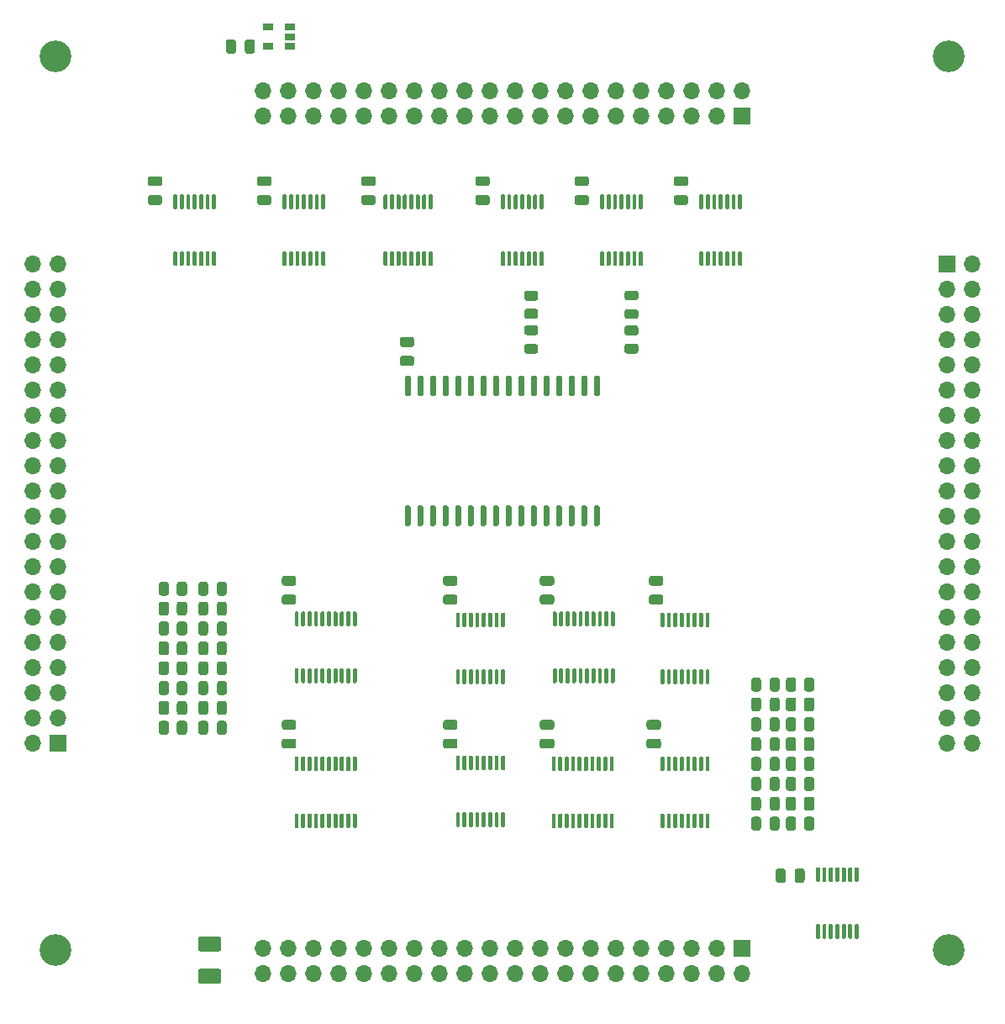
<source format=gbr>
%TF.GenerationSoftware,KiCad,Pcbnew,(5.1.10-1-10_14)*%
%TF.CreationDate,2021-12-06T08:26:31+01:00*%
%TF.ProjectId,stack,73746163-6b2e-46b6-9963-61645f706362,1*%
%TF.SameCoordinates,Original*%
%TF.FileFunction,Soldermask,Top*%
%TF.FilePolarity,Negative*%
%FSLAX46Y46*%
G04 Gerber Fmt 4.6, Leading zero omitted, Abs format (unit mm)*
G04 Created by KiCad (PCBNEW (5.1.10-1-10_14)) date 2021-12-06 08:26:31*
%MOMM*%
%LPD*%
G01*
G04 APERTURE LIST*
%ADD10R,1.060000X0.650000*%
%ADD11O,1.700000X1.700000*%
%ADD12R,1.700000X1.700000*%
%ADD13C,3.200000*%
G04 APERTURE END LIST*
%TO.C,U2*%
G36*
G01*
X90625000Y-89175000D02*
X90325000Y-89175000D01*
G75*
G02*
X90175000Y-89025000I0J150000D01*
G01*
X90175000Y-87275000D01*
G75*
G02*
X90325000Y-87125000I150000J0D01*
G01*
X90625000Y-87125000D01*
G75*
G02*
X90775000Y-87275000I0J-150000D01*
G01*
X90775000Y-89025000D01*
G75*
G02*
X90625000Y-89175000I-150000J0D01*
G01*
G37*
G36*
G01*
X91895000Y-89175000D02*
X91595000Y-89175000D01*
G75*
G02*
X91445000Y-89025000I0J150000D01*
G01*
X91445000Y-87275000D01*
G75*
G02*
X91595000Y-87125000I150000J0D01*
G01*
X91895000Y-87125000D01*
G75*
G02*
X92045000Y-87275000I0J-150000D01*
G01*
X92045000Y-89025000D01*
G75*
G02*
X91895000Y-89175000I-150000J0D01*
G01*
G37*
G36*
G01*
X93165000Y-89175000D02*
X92865000Y-89175000D01*
G75*
G02*
X92715000Y-89025000I0J150000D01*
G01*
X92715000Y-87275000D01*
G75*
G02*
X92865000Y-87125000I150000J0D01*
G01*
X93165000Y-87125000D01*
G75*
G02*
X93315000Y-87275000I0J-150000D01*
G01*
X93315000Y-89025000D01*
G75*
G02*
X93165000Y-89175000I-150000J0D01*
G01*
G37*
G36*
G01*
X94435000Y-89175000D02*
X94135000Y-89175000D01*
G75*
G02*
X93985000Y-89025000I0J150000D01*
G01*
X93985000Y-87275000D01*
G75*
G02*
X94135000Y-87125000I150000J0D01*
G01*
X94435000Y-87125000D01*
G75*
G02*
X94585000Y-87275000I0J-150000D01*
G01*
X94585000Y-89025000D01*
G75*
G02*
X94435000Y-89175000I-150000J0D01*
G01*
G37*
G36*
G01*
X95705000Y-89175000D02*
X95405000Y-89175000D01*
G75*
G02*
X95255000Y-89025000I0J150000D01*
G01*
X95255000Y-87275000D01*
G75*
G02*
X95405000Y-87125000I150000J0D01*
G01*
X95705000Y-87125000D01*
G75*
G02*
X95855000Y-87275000I0J-150000D01*
G01*
X95855000Y-89025000D01*
G75*
G02*
X95705000Y-89175000I-150000J0D01*
G01*
G37*
G36*
G01*
X96975000Y-89175000D02*
X96675000Y-89175000D01*
G75*
G02*
X96525000Y-89025000I0J150000D01*
G01*
X96525000Y-87275000D01*
G75*
G02*
X96675000Y-87125000I150000J0D01*
G01*
X96975000Y-87125000D01*
G75*
G02*
X97125000Y-87275000I0J-150000D01*
G01*
X97125000Y-89025000D01*
G75*
G02*
X96975000Y-89175000I-150000J0D01*
G01*
G37*
G36*
G01*
X98245000Y-89175000D02*
X97945000Y-89175000D01*
G75*
G02*
X97795000Y-89025000I0J150000D01*
G01*
X97795000Y-87275000D01*
G75*
G02*
X97945000Y-87125000I150000J0D01*
G01*
X98245000Y-87125000D01*
G75*
G02*
X98395000Y-87275000I0J-150000D01*
G01*
X98395000Y-89025000D01*
G75*
G02*
X98245000Y-89175000I-150000J0D01*
G01*
G37*
G36*
G01*
X99515000Y-89175000D02*
X99215000Y-89175000D01*
G75*
G02*
X99065000Y-89025000I0J150000D01*
G01*
X99065000Y-87275000D01*
G75*
G02*
X99215000Y-87125000I150000J0D01*
G01*
X99515000Y-87125000D01*
G75*
G02*
X99665000Y-87275000I0J-150000D01*
G01*
X99665000Y-89025000D01*
G75*
G02*
X99515000Y-89175000I-150000J0D01*
G01*
G37*
G36*
G01*
X100785000Y-89175000D02*
X100485000Y-89175000D01*
G75*
G02*
X100335000Y-89025000I0J150000D01*
G01*
X100335000Y-87275000D01*
G75*
G02*
X100485000Y-87125000I150000J0D01*
G01*
X100785000Y-87125000D01*
G75*
G02*
X100935000Y-87275000I0J-150000D01*
G01*
X100935000Y-89025000D01*
G75*
G02*
X100785000Y-89175000I-150000J0D01*
G01*
G37*
G36*
G01*
X102055000Y-89175000D02*
X101755000Y-89175000D01*
G75*
G02*
X101605000Y-89025000I0J150000D01*
G01*
X101605000Y-87275000D01*
G75*
G02*
X101755000Y-87125000I150000J0D01*
G01*
X102055000Y-87125000D01*
G75*
G02*
X102205000Y-87275000I0J-150000D01*
G01*
X102205000Y-89025000D01*
G75*
G02*
X102055000Y-89175000I-150000J0D01*
G01*
G37*
G36*
G01*
X103325000Y-89175000D02*
X103025000Y-89175000D01*
G75*
G02*
X102875000Y-89025000I0J150000D01*
G01*
X102875000Y-87275000D01*
G75*
G02*
X103025000Y-87125000I150000J0D01*
G01*
X103325000Y-87125000D01*
G75*
G02*
X103475000Y-87275000I0J-150000D01*
G01*
X103475000Y-89025000D01*
G75*
G02*
X103325000Y-89175000I-150000J0D01*
G01*
G37*
G36*
G01*
X104595000Y-89175000D02*
X104295000Y-89175000D01*
G75*
G02*
X104145000Y-89025000I0J150000D01*
G01*
X104145000Y-87275000D01*
G75*
G02*
X104295000Y-87125000I150000J0D01*
G01*
X104595000Y-87125000D01*
G75*
G02*
X104745000Y-87275000I0J-150000D01*
G01*
X104745000Y-89025000D01*
G75*
G02*
X104595000Y-89175000I-150000J0D01*
G01*
G37*
G36*
G01*
X105865000Y-89175000D02*
X105565000Y-89175000D01*
G75*
G02*
X105415000Y-89025000I0J150000D01*
G01*
X105415000Y-87275000D01*
G75*
G02*
X105565000Y-87125000I150000J0D01*
G01*
X105865000Y-87125000D01*
G75*
G02*
X106015000Y-87275000I0J-150000D01*
G01*
X106015000Y-89025000D01*
G75*
G02*
X105865000Y-89175000I-150000J0D01*
G01*
G37*
G36*
G01*
X107135000Y-89175000D02*
X106835000Y-89175000D01*
G75*
G02*
X106685000Y-89025000I0J150000D01*
G01*
X106685000Y-87275000D01*
G75*
G02*
X106835000Y-87125000I150000J0D01*
G01*
X107135000Y-87125000D01*
G75*
G02*
X107285000Y-87275000I0J-150000D01*
G01*
X107285000Y-89025000D01*
G75*
G02*
X107135000Y-89175000I-150000J0D01*
G01*
G37*
G36*
G01*
X108405000Y-89175000D02*
X108105000Y-89175000D01*
G75*
G02*
X107955000Y-89025000I0J150000D01*
G01*
X107955000Y-87275000D01*
G75*
G02*
X108105000Y-87125000I150000J0D01*
G01*
X108405000Y-87125000D01*
G75*
G02*
X108555000Y-87275000I0J-150000D01*
G01*
X108555000Y-89025000D01*
G75*
G02*
X108405000Y-89175000I-150000J0D01*
G01*
G37*
G36*
G01*
X109675000Y-89175000D02*
X109375000Y-89175000D01*
G75*
G02*
X109225000Y-89025000I0J150000D01*
G01*
X109225000Y-87275000D01*
G75*
G02*
X109375000Y-87125000I150000J0D01*
G01*
X109675000Y-87125000D01*
G75*
G02*
X109825000Y-87275000I0J-150000D01*
G01*
X109825000Y-89025000D01*
G75*
G02*
X109675000Y-89175000I-150000J0D01*
G01*
G37*
G36*
G01*
X109675000Y-102275000D02*
X109375000Y-102275000D01*
G75*
G02*
X109225000Y-102125000I0J150000D01*
G01*
X109225000Y-100375000D01*
G75*
G02*
X109375000Y-100225000I150000J0D01*
G01*
X109675000Y-100225000D01*
G75*
G02*
X109825000Y-100375000I0J-150000D01*
G01*
X109825000Y-102125000D01*
G75*
G02*
X109675000Y-102275000I-150000J0D01*
G01*
G37*
G36*
G01*
X108405000Y-102275000D02*
X108105000Y-102275000D01*
G75*
G02*
X107955000Y-102125000I0J150000D01*
G01*
X107955000Y-100375000D01*
G75*
G02*
X108105000Y-100225000I150000J0D01*
G01*
X108405000Y-100225000D01*
G75*
G02*
X108555000Y-100375000I0J-150000D01*
G01*
X108555000Y-102125000D01*
G75*
G02*
X108405000Y-102275000I-150000J0D01*
G01*
G37*
G36*
G01*
X107135000Y-102275000D02*
X106835000Y-102275000D01*
G75*
G02*
X106685000Y-102125000I0J150000D01*
G01*
X106685000Y-100375000D01*
G75*
G02*
X106835000Y-100225000I150000J0D01*
G01*
X107135000Y-100225000D01*
G75*
G02*
X107285000Y-100375000I0J-150000D01*
G01*
X107285000Y-102125000D01*
G75*
G02*
X107135000Y-102275000I-150000J0D01*
G01*
G37*
G36*
G01*
X105865000Y-102275000D02*
X105565000Y-102275000D01*
G75*
G02*
X105415000Y-102125000I0J150000D01*
G01*
X105415000Y-100375000D01*
G75*
G02*
X105565000Y-100225000I150000J0D01*
G01*
X105865000Y-100225000D01*
G75*
G02*
X106015000Y-100375000I0J-150000D01*
G01*
X106015000Y-102125000D01*
G75*
G02*
X105865000Y-102275000I-150000J0D01*
G01*
G37*
G36*
G01*
X104595000Y-102275000D02*
X104295000Y-102275000D01*
G75*
G02*
X104145000Y-102125000I0J150000D01*
G01*
X104145000Y-100375000D01*
G75*
G02*
X104295000Y-100225000I150000J0D01*
G01*
X104595000Y-100225000D01*
G75*
G02*
X104745000Y-100375000I0J-150000D01*
G01*
X104745000Y-102125000D01*
G75*
G02*
X104595000Y-102275000I-150000J0D01*
G01*
G37*
G36*
G01*
X103325000Y-102275000D02*
X103025000Y-102275000D01*
G75*
G02*
X102875000Y-102125000I0J150000D01*
G01*
X102875000Y-100375000D01*
G75*
G02*
X103025000Y-100225000I150000J0D01*
G01*
X103325000Y-100225000D01*
G75*
G02*
X103475000Y-100375000I0J-150000D01*
G01*
X103475000Y-102125000D01*
G75*
G02*
X103325000Y-102275000I-150000J0D01*
G01*
G37*
G36*
G01*
X102055000Y-102275000D02*
X101755000Y-102275000D01*
G75*
G02*
X101605000Y-102125000I0J150000D01*
G01*
X101605000Y-100375000D01*
G75*
G02*
X101755000Y-100225000I150000J0D01*
G01*
X102055000Y-100225000D01*
G75*
G02*
X102205000Y-100375000I0J-150000D01*
G01*
X102205000Y-102125000D01*
G75*
G02*
X102055000Y-102275000I-150000J0D01*
G01*
G37*
G36*
G01*
X100785000Y-102275000D02*
X100485000Y-102275000D01*
G75*
G02*
X100335000Y-102125000I0J150000D01*
G01*
X100335000Y-100375000D01*
G75*
G02*
X100485000Y-100225000I150000J0D01*
G01*
X100785000Y-100225000D01*
G75*
G02*
X100935000Y-100375000I0J-150000D01*
G01*
X100935000Y-102125000D01*
G75*
G02*
X100785000Y-102275000I-150000J0D01*
G01*
G37*
G36*
G01*
X99515000Y-102275000D02*
X99215000Y-102275000D01*
G75*
G02*
X99065000Y-102125000I0J150000D01*
G01*
X99065000Y-100375000D01*
G75*
G02*
X99215000Y-100225000I150000J0D01*
G01*
X99515000Y-100225000D01*
G75*
G02*
X99665000Y-100375000I0J-150000D01*
G01*
X99665000Y-102125000D01*
G75*
G02*
X99515000Y-102275000I-150000J0D01*
G01*
G37*
G36*
G01*
X98245000Y-102275000D02*
X97945000Y-102275000D01*
G75*
G02*
X97795000Y-102125000I0J150000D01*
G01*
X97795000Y-100375000D01*
G75*
G02*
X97945000Y-100225000I150000J0D01*
G01*
X98245000Y-100225000D01*
G75*
G02*
X98395000Y-100375000I0J-150000D01*
G01*
X98395000Y-102125000D01*
G75*
G02*
X98245000Y-102275000I-150000J0D01*
G01*
G37*
G36*
G01*
X96975000Y-102275000D02*
X96675000Y-102275000D01*
G75*
G02*
X96525000Y-102125000I0J150000D01*
G01*
X96525000Y-100375000D01*
G75*
G02*
X96675000Y-100225000I150000J0D01*
G01*
X96975000Y-100225000D01*
G75*
G02*
X97125000Y-100375000I0J-150000D01*
G01*
X97125000Y-102125000D01*
G75*
G02*
X96975000Y-102275000I-150000J0D01*
G01*
G37*
G36*
G01*
X95705000Y-102275000D02*
X95405000Y-102275000D01*
G75*
G02*
X95255000Y-102125000I0J150000D01*
G01*
X95255000Y-100375000D01*
G75*
G02*
X95405000Y-100225000I150000J0D01*
G01*
X95705000Y-100225000D01*
G75*
G02*
X95855000Y-100375000I0J-150000D01*
G01*
X95855000Y-102125000D01*
G75*
G02*
X95705000Y-102275000I-150000J0D01*
G01*
G37*
G36*
G01*
X94435000Y-102275000D02*
X94135000Y-102275000D01*
G75*
G02*
X93985000Y-102125000I0J150000D01*
G01*
X93985000Y-100375000D01*
G75*
G02*
X94135000Y-100225000I150000J0D01*
G01*
X94435000Y-100225000D01*
G75*
G02*
X94585000Y-100375000I0J-150000D01*
G01*
X94585000Y-102125000D01*
G75*
G02*
X94435000Y-102275000I-150000J0D01*
G01*
G37*
G36*
G01*
X93165000Y-102275000D02*
X92865000Y-102275000D01*
G75*
G02*
X92715000Y-102125000I0J150000D01*
G01*
X92715000Y-100375000D01*
G75*
G02*
X92865000Y-100225000I150000J0D01*
G01*
X93165000Y-100225000D01*
G75*
G02*
X93315000Y-100375000I0J-150000D01*
G01*
X93315000Y-102125000D01*
G75*
G02*
X93165000Y-102275000I-150000J0D01*
G01*
G37*
G36*
G01*
X91895000Y-102275000D02*
X91595000Y-102275000D01*
G75*
G02*
X91445000Y-102125000I0J150000D01*
G01*
X91445000Y-100375000D01*
G75*
G02*
X91595000Y-100225000I150000J0D01*
G01*
X91895000Y-100225000D01*
G75*
G02*
X92045000Y-100375000I0J-150000D01*
G01*
X92045000Y-102125000D01*
G75*
G02*
X91895000Y-102275000I-150000J0D01*
G01*
G37*
G36*
G01*
X90625000Y-102275000D02*
X90325000Y-102275000D01*
G75*
G02*
X90175000Y-102125000I0J150000D01*
G01*
X90175000Y-100375000D01*
G75*
G02*
X90325000Y-100225000I150000J0D01*
G01*
X90625000Y-100225000D01*
G75*
G02*
X90775000Y-100375000I0J-150000D01*
G01*
X90775000Y-102125000D01*
G75*
G02*
X90625000Y-102275000I-150000J0D01*
G01*
G37*
%TD*%
%TO.C,U9*%
G36*
G01*
X105275000Y-126975000D02*
X105075000Y-126975000D01*
G75*
G02*
X104975000Y-126875000I0J100000D01*
G01*
X104975000Y-125600000D01*
G75*
G02*
X105075000Y-125500000I100000J0D01*
G01*
X105275000Y-125500000D01*
G75*
G02*
X105375000Y-125600000I0J-100000D01*
G01*
X105375000Y-126875000D01*
G75*
G02*
X105275000Y-126975000I-100000J0D01*
G01*
G37*
G36*
G01*
X105925000Y-126975000D02*
X105725000Y-126975000D01*
G75*
G02*
X105625000Y-126875000I0J100000D01*
G01*
X105625000Y-125600000D01*
G75*
G02*
X105725000Y-125500000I100000J0D01*
G01*
X105925000Y-125500000D01*
G75*
G02*
X106025000Y-125600000I0J-100000D01*
G01*
X106025000Y-126875000D01*
G75*
G02*
X105925000Y-126975000I-100000J0D01*
G01*
G37*
G36*
G01*
X106575000Y-126975000D02*
X106375000Y-126975000D01*
G75*
G02*
X106275000Y-126875000I0J100000D01*
G01*
X106275000Y-125600000D01*
G75*
G02*
X106375000Y-125500000I100000J0D01*
G01*
X106575000Y-125500000D01*
G75*
G02*
X106675000Y-125600000I0J-100000D01*
G01*
X106675000Y-126875000D01*
G75*
G02*
X106575000Y-126975000I-100000J0D01*
G01*
G37*
G36*
G01*
X107225000Y-126975000D02*
X107025000Y-126975000D01*
G75*
G02*
X106925000Y-126875000I0J100000D01*
G01*
X106925000Y-125600000D01*
G75*
G02*
X107025000Y-125500000I100000J0D01*
G01*
X107225000Y-125500000D01*
G75*
G02*
X107325000Y-125600000I0J-100000D01*
G01*
X107325000Y-126875000D01*
G75*
G02*
X107225000Y-126975000I-100000J0D01*
G01*
G37*
G36*
G01*
X107875000Y-126975000D02*
X107675000Y-126975000D01*
G75*
G02*
X107575000Y-126875000I0J100000D01*
G01*
X107575000Y-125600000D01*
G75*
G02*
X107675000Y-125500000I100000J0D01*
G01*
X107875000Y-125500000D01*
G75*
G02*
X107975000Y-125600000I0J-100000D01*
G01*
X107975000Y-126875000D01*
G75*
G02*
X107875000Y-126975000I-100000J0D01*
G01*
G37*
G36*
G01*
X108525000Y-126975000D02*
X108325000Y-126975000D01*
G75*
G02*
X108225000Y-126875000I0J100000D01*
G01*
X108225000Y-125600000D01*
G75*
G02*
X108325000Y-125500000I100000J0D01*
G01*
X108525000Y-125500000D01*
G75*
G02*
X108625000Y-125600000I0J-100000D01*
G01*
X108625000Y-126875000D01*
G75*
G02*
X108525000Y-126975000I-100000J0D01*
G01*
G37*
G36*
G01*
X109175000Y-126975000D02*
X108975000Y-126975000D01*
G75*
G02*
X108875000Y-126875000I0J100000D01*
G01*
X108875000Y-125600000D01*
G75*
G02*
X108975000Y-125500000I100000J0D01*
G01*
X109175000Y-125500000D01*
G75*
G02*
X109275000Y-125600000I0J-100000D01*
G01*
X109275000Y-126875000D01*
G75*
G02*
X109175000Y-126975000I-100000J0D01*
G01*
G37*
G36*
G01*
X109825000Y-126975000D02*
X109625000Y-126975000D01*
G75*
G02*
X109525000Y-126875000I0J100000D01*
G01*
X109525000Y-125600000D01*
G75*
G02*
X109625000Y-125500000I100000J0D01*
G01*
X109825000Y-125500000D01*
G75*
G02*
X109925000Y-125600000I0J-100000D01*
G01*
X109925000Y-126875000D01*
G75*
G02*
X109825000Y-126975000I-100000J0D01*
G01*
G37*
G36*
G01*
X110475000Y-126975000D02*
X110275000Y-126975000D01*
G75*
G02*
X110175000Y-126875000I0J100000D01*
G01*
X110175000Y-125600000D01*
G75*
G02*
X110275000Y-125500000I100000J0D01*
G01*
X110475000Y-125500000D01*
G75*
G02*
X110575000Y-125600000I0J-100000D01*
G01*
X110575000Y-126875000D01*
G75*
G02*
X110475000Y-126975000I-100000J0D01*
G01*
G37*
G36*
G01*
X111125000Y-126975000D02*
X110925000Y-126975000D01*
G75*
G02*
X110825000Y-126875000I0J100000D01*
G01*
X110825000Y-125600000D01*
G75*
G02*
X110925000Y-125500000I100000J0D01*
G01*
X111125000Y-125500000D01*
G75*
G02*
X111225000Y-125600000I0J-100000D01*
G01*
X111225000Y-126875000D01*
G75*
G02*
X111125000Y-126975000I-100000J0D01*
G01*
G37*
G36*
G01*
X111125000Y-132700000D02*
X110925000Y-132700000D01*
G75*
G02*
X110825000Y-132600000I0J100000D01*
G01*
X110825000Y-131325000D01*
G75*
G02*
X110925000Y-131225000I100000J0D01*
G01*
X111125000Y-131225000D01*
G75*
G02*
X111225000Y-131325000I0J-100000D01*
G01*
X111225000Y-132600000D01*
G75*
G02*
X111125000Y-132700000I-100000J0D01*
G01*
G37*
G36*
G01*
X110475000Y-132700000D02*
X110275000Y-132700000D01*
G75*
G02*
X110175000Y-132600000I0J100000D01*
G01*
X110175000Y-131325000D01*
G75*
G02*
X110275000Y-131225000I100000J0D01*
G01*
X110475000Y-131225000D01*
G75*
G02*
X110575000Y-131325000I0J-100000D01*
G01*
X110575000Y-132600000D01*
G75*
G02*
X110475000Y-132700000I-100000J0D01*
G01*
G37*
G36*
G01*
X109825000Y-132700000D02*
X109625000Y-132700000D01*
G75*
G02*
X109525000Y-132600000I0J100000D01*
G01*
X109525000Y-131325000D01*
G75*
G02*
X109625000Y-131225000I100000J0D01*
G01*
X109825000Y-131225000D01*
G75*
G02*
X109925000Y-131325000I0J-100000D01*
G01*
X109925000Y-132600000D01*
G75*
G02*
X109825000Y-132700000I-100000J0D01*
G01*
G37*
G36*
G01*
X109175000Y-132700000D02*
X108975000Y-132700000D01*
G75*
G02*
X108875000Y-132600000I0J100000D01*
G01*
X108875000Y-131325000D01*
G75*
G02*
X108975000Y-131225000I100000J0D01*
G01*
X109175000Y-131225000D01*
G75*
G02*
X109275000Y-131325000I0J-100000D01*
G01*
X109275000Y-132600000D01*
G75*
G02*
X109175000Y-132700000I-100000J0D01*
G01*
G37*
G36*
G01*
X108525000Y-132700000D02*
X108325000Y-132700000D01*
G75*
G02*
X108225000Y-132600000I0J100000D01*
G01*
X108225000Y-131325000D01*
G75*
G02*
X108325000Y-131225000I100000J0D01*
G01*
X108525000Y-131225000D01*
G75*
G02*
X108625000Y-131325000I0J-100000D01*
G01*
X108625000Y-132600000D01*
G75*
G02*
X108525000Y-132700000I-100000J0D01*
G01*
G37*
G36*
G01*
X107875000Y-132700000D02*
X107675000Y-132700000D01*
G75*
G02*
X107575000Y-132600000I0J100000D01*
G01*
X107575000Y-131325000D01*
G75*
G02*
X107675000Y-131225000I100000J0D01*
G01*
X107875000Y-131225000D01*
G75*
G02*
X107975000Y-131325000I0J-100000D01*
G01*
X107975000Y-132600000D01*
G75*
G02*
X107875000Y-132700000I-100000J0D01*
G01*
G37*
G36*
G01*
X107225000Y-132700000D02*
X107025000Y-132700000D01*
G75*
G02*
X106925000Y-132600000I0J100000D01*
G01*
X106925000Y-131325000D01*
G75*
G02*
X107025000Y-131225000I100000J0D01*
G01*
X107225000Y-131225000D01*
G75*
G02*
X107325000Y-131325000I0J-100000D01*
G01*
X107325000Y-132600000D01*
G75*
G02*
X107225000Y-132700000I-100000J0D01*
G01*
G37*
G36*
G01*
X106575000Y-132700000D02*
X106375000Y-132700000D01*
G75*
G02*
X106275000Y-132600000I0J100000D01*
G01*
X106275000Y-131325000D01*
G75*
G02*
X106375000Y-131225000I100000J0D01*
G01*
X106575000Y-131225000D01*
G75*
G02*
X106675000Y-131325000I0J-100000D01*
G01*
X106675000Y-132600000D01*
G75*
G02*
X106575000Y-132700000I-100000J0D01*
G01*
G37*
G36*
G01*
X105925000Y-132700000D02*
X105725000Y-132700000D01*
G75*
G02*
X105625000Y-132600000I0J100000D01*
G01*
X105625000Y-131325000D01*
G75*
G02*
X105725000Y-131225000I100000J0D01*
G01*
X105925000Y-131225000D01*
G75*
G02*
X106025000Y-131325000I0J-100000D01*
G01*
X106025000Y-132600000D01*
G75*
G02*
X105925000Y-132700000I-100000J0D01*
G01*
G37*
G36*
G01*
X105275000Y-132700000D02*
X105075000Y-132700000D01*
G75*
G02*
X104975000Y-132600000I0J100000D01*
G01*
X104975000Y-131325000D01*
G75*
G02*
X105075000Y-131225000I100000J0D01*
G01*
X105275000Y-131225000D01*
G75*
G02*
X105375000Y-131325000I0J-100000D01*
G01*
X105375000Y-132600000D01*
G75*
G02*
X105275000Y-132700000I-100000J0D01*
G01*
G37*
%TD*%
%TO.C,C18*%
G36*
G01*
X73150000Y-53525000D02*
X73150000Y-54475000D01*
G75*
G02*
X72900000Y-54725000I-250000J0D01*
G01*
X72400000Y-54725000D01*
G75*
G02*
X72150000Y-54475000I0J250000D01*
G01*
X72150000Y-53525000D01*
G75*
G02*
X72400000Y-53275000I250000J0D01*
G01*
X72900000Y-53275000D01*
G75*
G02*
X73150000Y-53525000I0J-250000D01*
G01*
G37*
G36*
G01*
X75050000Y-53525000D02*
X75050000Y-54475000D01*
G75*
G02*
X74800000Y-54725000I-250000J0D01*
G01*
X74300000Y-54725000D01*
G75*
G02*
X74050000Y-54475000I0J250000D01*
G01*
X74050000Y-53525000D01*
G75*
G02*
X74300000Y-53275000I250000J0D01*
G01*
X74800000Y-53275000D01*
G75*
G02*
X75050000Y-53525000I0J-250000D01*
G01*
G37*
%TD*%
%TO.C,U17*%
G36*
G01*
X100150000Y-70375000D02*
X99950000Y-70375000D01*
G75*
G02*
X99850000Y-70275000I0J100000D01*
G01*
X99850000Y-69000000D01*
G75*
G02*
X99950000Y-68900000I100000J0D01*
G01*
X100150000Y-68900000D01*
G75*
G02*
X100250000Y-69000000I0J-100000D01*
G01*
X100250000Y-70275000D01*
G75*
G02*
X100150000Y-70375000I-100000J0D01*
G01*
G37*
G36*
G01*
X100800000Y-70375000D02*
X100600000Y-70375000D01*
G75*
G02*
X100500000Y-70275000I0J100000D01*
G01*
X100500000Y-69000000D01*
G75*
G02*
X100600000Y-68900000I100000J0D01*
G01*
X100800000Y-68900000D01*
G75*
G02*
X100900000Y-69000000I0J-100000D01*
G01*
X100900000Y-70275000D01*
G75*
G02*
X100800000Y-70375000I-100000J0D01*
G01*
G37*
G36*
G01*
X101450000Y-70375000D02*
X101250000Y-70375000D01*
G75*
G02*
X101150000Y-70275000I0J100000D01*
G01*
X101150000Y-69000000D01*
G75*
G02*
X101250000Y-68900000I100000J0D01*
G01*
X101450000Y-68900000D01*
G75*
G02*
X101550000Y-69000000I0J-100000D01*
G01*
X101550000Y-70275000D01*
G75*
G02*
X101450000Y-70375000I-100000J0D01*
G01*
G37*
G36*
G01*
X102100000Y-70375000D02*
X101900000Y-70375000D01*
G75*
G02*
X101800000Y-70275000I0J100000D01*
G01*
X101800000Y-69000000D01*
G75*
G02*
X101900000Y-68900000I100000J0D01*
G01*
X102100000Y-68900000D01*
G75*
G02*
X102200000Y-69000000I0J-100000D01*
G01*
X102200000Y-70275000D01*
G75*
G02*
X102100000Y-70375000I-100000J0D01*
G01*
G37*
G36*
G01*
X102750000Y-70375000D02*
X102550000Y-70375000D01*
G75*
G02*
X102450000Y-70275000I0J100000D01*
G01*
X102450000Y-69000000D01*
G75*
G02*
X102550000Y-68900000I100000J0D01*
G01*
X102750000Y-68900000D01*
G75*
G02*
X102850000Y-69000000I0J-100000D01*
G01*
X102850000Y-70275000D01*
G75*
G02*
X102750000Y-70375000I-100000J0D01*
G01*
G37*
G36*
G01*
X103400000Y-70375000D02*
X103200000Y-70375000D01*
G75*
G02*
X103100000Y-70275000I0J100000D01*
G01*
X103100000Y-69000000D01*
G75*
G02*
X103200000Y-68900000I100000J0D01*
G01*
X103400000Y-68900000D01*
G75*
G02*
X103500000Y-69000000I0J-100000D01*
G01*
X103500000Y-70275000D01*
G75*
G02*
X103400000Y-70375000I-100000J0D01*
G01*
G37*
G36*
G01*
X104050000Y-70375000D02*
X103850000Y-70375000D01*
G75*
G02*
X103750000Y-70275000I0J100000D01*
G01*
X103750000Y-69000000D01*
G75*
G02*
X103850000Y-68900000I100000J0D01*
G01*
X104050000Y-68900000D01*
G75*
G02*
X104150000Y-69000000I0J-100000D01*
G01*
X104150000Y-70275000D01*
G75*
G02*
X104050000Y-70375000I-100000J0D01*
G01*
G37*
G36*
G01*
X104050000Y-76100000D02*
X103850000Y-76100000D01*
G75*
G02*
X103750000Y-76000000I0J100000D01*
G01*
X103750000Y-74725000D01*
G75*
G02*
X103850000Y-74625000I100000J0D01*
G01*
X104050000Y-74625000D01*
G75*
G02*
X104150000Y-74725000I0J-100000D01*
G01*
X104150000Y-76000000D01*
G75*
G02*
X104050000Y-76100000I-100000J0D01*
G01*
G37*
G36*
G01*
X103400000Y-76100000D02*
X103200000Y-76100000D01*
G75*
G02*
X103100000Y-76000000I0J100000D01*
G01*
X103100000Y-74725000D01*
G75*
G02*
X103200000Y-74625000I100000J0D01*
G01*
X103400000Y-74625000D01*
G75*
G02*
X103500000Y-74725000I0J-100000D01*
G01*
X103500000Y-76000000D01*
G75*
G02*
X103400000Y-76100000I-100000J0D01*
G01*
G37*
G36*
G01*
X102750000Y-76100000D02*
X102550000Y-76100000D01*
G75*
G02*
X102450000Y-76000000I0J100000D01*
G01*
X102450000Y-74725000D01*
G75*
G02*
X102550000Y-74625000I100000J0D01*
G01*
X102750000Y-74625000D01*
G75*
G02*
X102850000Y-74725000I0J-100000D01*
G01*
X102850000Y-76000000D01*
G75*
G02*
X102750000Y-76100000I-100000J0D01*
G01*
G37*
G36*
G01*
X102100000Y-76100000D02*
X101900000Y-76100000D01*
G75*
G02*
X101800000Y-76000000I0J100000D01*
G01*
X101800000Y-74725000D01*
G75*
G02*
X101900000Y-74625000I100000J0D01*
G01*
X102100000Y-74625000D01*
G75*
G02*
X102200000Y-74725000I0J-100000D01*
G01*
X102200000Y-76000000D01*
G75*
G02*
X102100000Y-76100000I-100000J0D01*
G01*
G37*
G36*
G01*
X101450000Y-76100000D02*
X101250000Y-76100000D01*
G75*
G02*
X101150000Y-76000000I0J100000D01*
G01*
X101150000Y-74725000D01*
G75*
G02*
X101250000Y-74625000I100000J0D01*
G01*
X101450000Y-74625000D01*
G75*
G02*
X101550000Y-74725000I0J-100000D01*
G01*
X101550000Y-76000000D01*
G75*
G02*
X101450000Y-76100000I-100000J0D01*
G01*
G37*
G36*
G01*
X100800000Y-76100000D02*
X100600000Y-76100000D01*
G75*
G02*
X100500000Y-76000000I0J100000D01*
G01*
X100500000Y-74725000D01*
G75*
G02*
X100600000Y-74625000I100000J0D01*
G01*
X100800000Y-74625000D01*
G75*
G02*
X100900000Y-74725000I0J-100000D01*
G01*
X100900000Y-76000000D01*
G75*
G02*
X100800000Y-76100000I-100000J0D01*
G01*
G37*
G36*
G01*
X100150000Y-76100000D02*
X99950000Y-76100000D01*
G75*
G02*
X99850000Y-76000000I0J100000D01*
G01*
X99850000Y-74725000D01*
G75*
G02*
X99950000Y-74625000I100000J0D01*
G01*
X100150000Y-74625000D01*
G75*
G02*
X100250000Y-74725000I0J-100000D01*
G01*
X100250000Y-76000000D01*
G75*
G02*
X100150000Y-76100000I-100000J0D01*
G01*
G37*
%TD*%
%TO.C,U16*%
G36*
G01*
X67150000Y-70375000D02*
X66950000Y-70375000D01*
G75*
G02*
X66850000Y-70275000I0J100000D01*
G01*
X66850000Y-69000000D01*
G75*
G02*
X66950000Y-68900000I100000J0D01*
G01*
X67150000Y-68900000D01*
G75*
G02*
X67250000Y-69000000I0J-100000D01*
G01*
X67250000Y-70275000D01*
G75*
G02*
X67150000Y-70375000I-100000J0D01*
G01*
G37*
G36*
G01*
X67800000Y-70375000D02*
X67600000Y-70375000D01*
G75*
G02*
X67500000Y-70275000I0J100000D01*
G01*
X67500000Y-69000000D01*
G75*
G02*
X67600000Y-68900000I100000J0D01*
G01*
X67800000Y-68900000D01*
G75*
G02*
X67900000Y-69000000I0J-100000D01*
G01*
X67900000Y-70275000D01*
G75*
G02*
X67800000Y-70375000I-100000J0D01*
G01*
G37*
G36*
G01*
X68450000Y-70375000D02*
X68250000Y-70375000D01*
G75*
G02*
X68150000Y-70275000I0J100000D01*
G01*
X68150000Y-69000000D01*
G75*
G02*
X68250000Y-68900000I100000J0D01*
G01*
X68450000Y-68900000D01*
G75*
G02*
X68550000Y-69000000I0J-100000D01*
G01*
X68550000Y-70275000D01*
G75*
G02*
X68450000Y-70375000I-100000J0D01*
G01*
G37*
G36*
G01*
X69100000Y-70375000D02*
X68900000Y-70375000D01*
G75*
G02*
X68800000Y-70275000I0J100000D01*
G01*
X68800000Y-69000000D01*
G75*
G02*
X68900000Y-68900000I100000J0D01*
G01*
X69100000Y-68900000D01*
G75*
G02*
X69200000Y-69000000I0J-100000D01*
G01*
X69200000Y-70275000D01*
G75*
G02*
X69100000Y-70375000I-100000J0D01*
G01*
G37*
G36*
G01*
X69750000Y-70375000D02*
X69550000Y-70375000D01*
G75*
G02*
X69450000Y-70275000I0J100000D01*
G01*
X69450000Y-69000000D01*
G75*
G02*
X69550000Y-68900000I100000J0D01*
G01*
X69750000Y-68900000D01*
G75*
G02*
X69850000Y-69000000I0J-100000D01*
G01*
X69850000Y-70275000D01*
G75*
G02*
X69750000Y-70375000I-100000J0D01*
G01*
G37*
G36*
G01*
X70400000Y-70375000D02*
X70200000Y-70375000D01*
G75*
G02*
X70100000Y-70275000I0J100000D01*
G01*
X70100000Y-69000000D01*
G75*
G02*
X70200000Y-68900000I100000J0D01*
G01*
X70400000Y-68900000D01*
G75*
G02*
X70500000Y-69000000I0J-100000D01*
G01*
X70500000Y-70275000D01*
G75*
G02*
X70400000Y-70375000I-100000J0D01*
G01*
G37*
G36*
G01*
X71050000Y-70375000D02*
X70850000Y-70375000D01*
G75*
G02*
X70750000Y-70275000I0J100000D01*
G01*
X70750000Y-69000000D01*
G75*
G02*
X70850000Y-68900000I100000J0D01*
G01*
X71050000Y-68900000D01*
G75*
G02*
X71150000Y-69000000I0J-100000D01*
G01*
X71150000Y-70275000D01*
G75*
G02*
X71050000Y-70375000I-100000J0D01*
G01*
G37*
G36*
G01*
X71050000Y-76100000D02*
X70850000Y-76100000D01*
G75*
G02*
X70750000Y-76000000I0J100000D01*
G01*
X70750000Y-74725000D01*
G75*
G02*
X70850000Y-74625000I100000J0D01*
G01*
X71050000Y-74625000D01*
G75*
G02*
X71150000Y-74725000I0J-100000D01*
G01*
X71150000Y-76000000D01*
G75*
G02*
X71050000Y-76100000I-100000J0D01*
G01*
G37*
G36*
G01*
X70400000Y-76100000D02*
X70200000Y-76100000D01*
G75*
G02*
X70100000Y-76000000I0J100000D01*
G01*
X70100000Y-74725000D01*
G75*
G02*
X70200000Y-74625000I100000J0D01*
G01*
X70400000Y-74625000D01*
G75*
G02*
X70500000Y-74725000I0J-100000D01*
G01*
X70500000Y-76000000D01*
G75*
G02*
X70400000Y-76100000I-100000J0D01*
G01*
G37*
G36*
G01*
X69750000Y-76100000D02*
X69550000Y-76100000D01*
G75*
G02*
X69450000Y-76000000I0J100000D01*
G01*
X69450000Y-74725000D01*
G75*
G02*
X69550000Y-74625000I100000J0D01*
G01*
X69750000Y-74625000D01*
G75*
G02*
X69850000Y-74725000I0J-100000D01*
G01*
X69850000Y-76000000D01*
G75*
G02*
X69750000Y-76100000I-100000J0D01*
G01*
G37*
G36*
G01*
X69100000Y-76100000D02*
X68900000Y-76100000D01*
G75*
G02*
X68800000Y-76000000I0J100000D01*
G01*
X68800000Y-74725000D01*
G75*
G02*
X68900000Y-74625000I100000J0D01*
G01*
X69100000Y-74625000D01*
G75*
G02*
X69200000Y-74725000I0J-100000D01*
G01*
X69200000Y-76000000D01*
G75*
G02*
X69100000Y-76100000I-100000J0D01*
G01*
G37*
G36*
G01*
X68450000Y-76100000D02*
X68250000Y-76100000D01*
G75*
G02*
X68150000Y-76000000I0J100000D01*
G01*
X68150000Y-74725000D01*
G75*
G02*
X68250000Y-74625000I100000J0D01*
G01*
X68450000Y-74625000D01*
G75*
G02*
X68550000Y-74725000I0J-100000D01*
G01*
X68550000Y-76000000D01*
G75*
G02*
X68450000Y-76100000I-100000J0D01*
G01*
G37*
G36*
G01*
X67800000Y-76100000D02*
X67600000Y-76100000D01*
G75*
G02*
X67500000Y-76000000I0J100000D01*
G01*
X67500000Y-74725000D01*
G75*
G02*
X67600000Y-74625000I100000J0D01*
G01*
X67800000Y-74625000D01*
G75*
G02*
X67900000Y-74725000I0J-100000D01*
G01*
X67900000Y-76000000D01*
G75*
G02*
X67800000Y-76100000I-100000J0D01*
G01*
G37*
G36*
G01*
X67150000Y-76100000D02*
X66950000Y-76100000D01*
G75*
G02*
X66850000Y-76000000I0J100000D01*
G01*
X66850000Y-74725000D01*
G75*
G02*
X66950000Y-74625000I100000J0D01*
G01*
X67150000Y-74625000D01*
G75*
G02*
X67250000Y-74725000I0J-100000D01*
G01*
X67250000Y-76000000D01*
G75*
G02*
X67150000Y-76100000I-100000J0D01*
G01*
G37*
%TD*%
D10*
%TO.C,U15*%
X76400000Y-53950000D03*
X76400000Y-52050000D03*
X78600000Y-52050000D03*
X78600000Y-53000000D03*
X78600000Y-53950000D03*
%TD*%
%TO.C,U14*%
G36*
G01*
X78150000Y-70375000D02*
X77950000Y-70375000D01*
G75*
G02*
X77850000Y-70275000I0J100000D01*
G01*
X77850000Y-69000000D01*
G75*
G02*
X77950000Y-68900000I100000J0D01*
G01*
X78150000Y-68900000D01*
G75*
G02*
X78250000Y-69000000I0J-100000D01*
G01*
X78250000Y-70275000D01*
G75*
G02*
X78150000Y-70375000I-100000J0D01*
G01*
G37*
G36*
G01*
X78800000Y-70375000D02*
X78600000Y-70375000D01*
G75*
G02*
X78500000Y-70275000I0J100000D01*
G01*
X78500000Y-69000000D01*
G75*
G02*
X78600000Y-68900000I100000J0D01*
G01*
X78800000Y-68900000D01*
G75*
G02*
X78900000Y-69000000I0J-100000D01*
G01*
X78900000Y-70275000D01*
G75*
G02*
X78800000Y-70375000I-100000J0D01*
G01*
G37*
G36*
G01*
X79450000Y-70375000D02*
X79250000Y-70375000D01*
G75*
G02*
X79150000Y-70275000I0J100000D01*
G01*
X79150000Y-69000000D01*
G75*
G02*
X79250000Y-68900000I100000J0D01*
G01*
X79450000Y-68900000D01*
G75*
G02*
X79550000Y-69000000I0J-100000D01*
G01*
X79550000Y-70275000D01*
G75*
G02*
X79450000Y-70375000I-100000J0D01*
G01*
G37*
G36*
G01*
X80100000Y-70375000D02*
X79900000Y-70375000D01*
G75*
G02*
X79800000Y-70275000I0J100000D01*
G01*
X79800000Y-69000000D01*
G75*
G02*
X79900000Y-68900000I100000J0D01*
G01*
X80100000Y-68900000D01*
G75*
G02*
X80200000Y-69000000I0J-100000D01*
G01*
X80200000Y-70275000D01*
G75*
G02*
X80100000Y-70375000I-100000J0D01*
G01*
G37*
G36*
G01*
X80750000Y-70375000D02*
X80550000Y-70375000D01*
G75*
G02*
X80450000Y-70275000I0J100000D01*
G01*
X80450000Y-69000000D01*
G75*
G02*
X80550000Y-68900000I100000J0D01*
G01*
X80750000Y-68900000D01*
G75*
G02*
X80850000Y-69000000I0J-100000D01*
G01*
X80850000Y-70275000D01*
G75*
G02*
X80750000Y-70375000I-100000J0D01*
G01*
G37*
G36*
G01*
X81400000Y-70375000D02*
X81200000Y-70375000D01*
G75*
G02*
X81100000Y-70275000I0J100000D01*
G01*
X81100000Y-69000000D01*
G75*
G02*
X81200000Y-68900000I100000J0D01*
G01*
X81400000Y-68900000D01*
G75*
G02*
X81500000Y-69000000I0J-100000D01*
G01*
X81500000Y-70275000D01*
G75*
G02*
X81400000Y-70375000I-100000J0D01*
G01*
G37*
G36*
G01*
X82050000Y-70375000D02*
X81850000Y-70375000D01*
G75*
G02*
X81750000Y-70275000I0J100000D01*
G01*
X81750000Y-69000000D01*
G75*
G02*
X81850000Y-68900000I100000J0D01*
G01*
X82050000Y-68900000D01*
G75*
G02*
X82150000Y-69000000I0J-100000D01*
G01*
X82150000Y-70275000D01*
G75*
G02*
X82050000Y-70375000I-100000J0D01*
G01*
G37*
G36*
G01*
X82050000Y-76100000D02*
X81850000Y-76100000D01*
G75*
G02*
X81750000Y-76000000I0J100000D01*
G01*
X81750000Y-74725000D01*
G75*
G02*
X81850000Y-74625000I100000J0D01*
G01*
X82050000Y-74625000D01*
G75*
G02*
X82150000Y-74725000I0J-100000D01*
G01*
X82150000Y-76000000D01*
G75*
G02*
X82050000Y-76100000I-100000J0D01*
G01*
G37*
G36*
G01*
X81400000Y-76100000D02*
X81200000Y-76100000D01*
G75*
G02*
X81100000Y-76000000I0J100000D01*
G01*
X81100000Y-74725000D01*
G75*
G02*
X81200000Y-74625000I100000J0D01*
G01*
X81400000Y-74625000D01*
G75*
G02*
X81500000Y-74725000I0J-100000D01*
G01*
X81500000Y-76000000D01*
G75*
G02*
X81400000Y-76100000I-100000J0D01*
G01*
G37*
G36*
G01*
X80750000Y-76100000D02*
X80550000Y-76100000D01*
G75*
G02*
X80450000Y-76000000I0J100000D01*
G01*
X80450000Y-74725000D01*
G75*
G02*
X80550000Y-74625000I100000J0D01*
G01*
X80750000Y-74625000D01*
G75*
G02*
X80850000Y-74725000I0J-100000D01*
G01*
X80850000Y-76000000D01*
G75*
G02*
X80750000Y-76100000I-100000J0D01*
G01*
G37*
G36*
G01*
X80100000Y-76100000D02*
X79900000Y-76100000D01*
G75*
G02*
X79800000Y-76000000I0J100000D01*
G01*
X79800000Y-74725000D01*
G75*
G02*
X79900000Y-74625000I100000J0D01*
G01*
X80100000Y-74625000D01*
G75*
G02*
X80200000Y-74725000I0J-100000D01*
G01*
X80200000Y-76000000D01*
G75*
G02*
X80100000Y-76100000I-100000J0D01*
G01*
G37*
G36*
G01*
X79450000Y-76100000D02*
X79250000Y-76100000D01*
G75*
G02*
X79150000Y-76000000I0J100000D01*
G01*
X79150000Y-74725000D01*
G75*
G02*
X79250000Y-74625000I100000J0D01*
G01*
X79450000Y-74625000D01*
G75*
G02*
X79550000Y-74725000I0J-100000D01*
G01*
X79550000Y-76000000D01*
G75*
G02*
X79450000Y-76100000I-100000J0D01*
G01*
G37*
G36*
G01*
X78800000Y-76100000D02*
X78600000Y-76100000D01*
G75*
G02*
X78500000Y-76000000I0J100000D01*
G01*
X78500000Y-74725000D01*
G75*
G02*
X78600000Y-74625000I100000J0D01*
G01*
X78800000Y-74625000D01*
G75*
G02*
X78900000Y-74725000I0J-100000D01*
G01*
X78900000Y-76000000D01*
G75*
G02*
X78800000Y-76100000I-100000J0D01*
G01*
G37*
G36*
G01*
X78150000Y-76100000D02*
X77950000Y-76100000D01*
G75*
G02*
X77850000Y-76000000I0J100000D01*
G01*
X77850000Y-74725000D01*
G75*
G02*
X77950000Y-74625000I100000J0D01*
G01*
X78150000Y-74625000D01*
G75*
G02*
X78250000Y-74725000I0J-100000D01*
G01*
X78250000Y-76000000D01*
G75*
G02*
X78150000Y-76100000I-100000J0D01*
G01*
G37*
%TD*%
%TO.C,U13*%
G36*
G01*
X131900000Y-138125000D02*
X131700000Y-138125000D01*
G75*
G02*
X131600000Y-138025000I0J100000D01*
G01*
X131600000Y-136750000D01*
G75*
G02*
X131700000Y-136650000I100000J0D01*
G01*
X131900000Y-136650000D01*
G75*
G02*
X132000000Y-136750000I0J-100000D01*
G01*
X132000000Y-138025000D01*
G75*
G02*
X131900000Y-138125000I-100000J0D01*
G01*
G37*
G36*
G01*
X132550000Y-138125000D02*
X132350000Y-138125000D01*
G75*
G02*
X132250000Y-138025000I0J100000D01*
G01*
X132250000Y-136750000D01*
G75*
G02*
X132350000Y-136650000I100000J0D01*
G01*
X132550000Y-136650000D01*
G75*
G02*
X132650000Y-136750000I0J-100000D01*
G01*
X132650000Y-138025000D01*
G75*
G02*
X132550000Y-138125000I-100000J0D01*
G01*
G37*
G36*
G01*
X133200000Y-138125000D02*
X133000000Y-138125000D01*
G75*
G02*
X132900000Y-138025000I0J100000D01*
G01*
X132900000Y-136750000D01*
G75*
G02*
X133000000Y-136650000I100000J0D01*
G01*
X133200000Y-136650000D01*
G75*
G02*
X133300000Y-136750000I0J-100000D01*
G01*
X133300000Y-138025000D01*
G75*
G02*
X133200000Y-138125000I-100000J0D01*
G01*
G37*
G36*
G01*
X133850000Y-138125000D02*
X133650000Y-138125000D01*
G75*
G02*
X133550000Y-138025000I0J100000D01*
G01*
X133550000Y-136750000D01*
G75*
G02*
X133650000Y-136650000I100000J0D01*
G01*
X133850000Y-136650000D01*
G75*
G02*
X133950000Y-136750000I0J-100000D01*
G01*
X133950000Y-138025000D01*
G75*
G02*
X133850000Y-138125000I-100000J0D01*
G01*
G37*
G36*
G01*
X134500000Y-138125000D02*
X134300000Y-138125000D01*
G75*
G02*
X134200000Y-138025000I0J100000D01*
G01*
X134200000Y-136750000D01*
G75*
G02*
X134300000Y-136650000I100000J0D01*
G01*
X134500000Y-136650000D01*
G75*
G02*
X134600000Y-136750000I0J-100000D01*
G01*
X134600000Y-138025000D01*
G75*
G02*
X134500000Y-138125000I-100000J0D01*
G01*
G37*
G36*
G01*
X135150000Y-138125000D02*
X134950000Y-138125000D01*
G75*
G02*
X134850000Y-138025000I0J100000D01*
G01*
X134850000Y-136750000D01*
G75*
G02*
X134950000Y-136650000I100000J0D01*
G01*
X135150000Y-136650000D01*
G75*
G02*
X135250000Y-136750000I0J-100000D01*
G01*
X135250000Y-138025000D01*
G75*
G02*
X135150000Y-138125000I-100000J0D01*
G01*
G37*
G36*
G01*
X135800000Y-138125000D02*
X135600000Y-138125000D01*
G75*
G02*
X135500000Y-138025000I0J100000D01*
G01*
X135500000Y-136750000D01*
G75*
G02*
X135600000Y-136650000I100000J0D01*
G01*
X135800000Y-136650000D01*
G75*
G02*
X135900000Y-136750000I0J-100000D01*
G01*
X135900000Y-138025000D01*
G75*
G02*
X135800000Y-138125000I-100000J0D01*
G01*
G37*
G36*
G01*
X135800000Y-143850000D02*
X135600000Y-143850000D01*
G75*
G02*
X135500000Y-143750000I0J100000D01*
G01*
X135500000Y-142475000D01*
G75*
G02*
X135600000Y-142375000I100000J0D01*
G01*
X135800000Y-142375000D01*
G75*
G02*
X135900000Y-142475000I0J-100000D01*
G01*
X135900000Y-143750000D01*
G75*
G02*
X135800000Y-143850000I-100000J0D01*
G01*
G37*
G36*
G01*
X135150000Y-143850000D02*
X134950000Y-143850000D01*
G75*
G02*
X134850000Y-143750000I0J100000D01*
G01*
X134850000Y-142475000D01*
G75*
G02*
X134950000Y-142375000I100000J0D01*
G01*
X135150000Y-142375000D01*
G75*
G02*
X135250000Y-142475000I0J-100000D01*
G01*
X135250000Y-143750000D01*
G75*
G02*
X135150000Y-143850000I-100000J0D01*
G01*
G37*
G36*
G01*
X134500000Y-143850000D02*
X134300000Y-143850000D01*
G75*
G02*
X134200000Y-143750000I0J100000D01*
G01*
X134200000Y-142475000D01*
G75*
G02*
X134300000Y-142375000I100000J0D01*
G01*
X134500000Y-142375000D01*
G75*
G02*
X134600000Y-142475000I0J-100000D01*
G01*
X134600000Y-143750000D01*
G75*
G02*
X134500000Y-143850000I-100000J0D01*
G01*
G37*
G36*
G01*
X133850000Y-143850000D02*
X133650000Y-143850000D01*
G75*
G02*
X133550000Y-143750000I0J100000D01*
G01*
X133550000Y-142475000D01*
G75*
G02*
X133650000Y-142375000I100000J0D01*
G01*
X133850000Y-142375000D01*
G75*
G02*
X133950000Y-142475000I0J-100000D01*
G01*
X133950000Y-143750000D01*
G75*
G02*
X133850000Y-143850000I-100000J0D01*
G01*
G37*
G36*
G01*
X133200000Y-143850000D02*
X133000000Y-143850000D01*
G75*
G02*
X132900000Y-143750000I0J100000D01*
G01*
X132900000Y-142475000D01*
G75*
G02*
X133000000Y-142375000I100000J0D01*
G01*
X133200000Y-142375000D01*
G75*
G02*
X133300000Y-142475000I0J-100000D01*
G01*
X133300000Y-143750000D01*
G75*
G02*
X133200000Y-143850000I-100000J0D01*
G01*
G37*
G36*
G01*
X132550000Y-143850000D02*
X132350000Y-143850000D01*
G75*
G02*
X132250000Y-143750000I0J100000D01*
G01*
X132250000Y-142475000D01*
G75*
G02*
X132350000Y-142375000I100000J0D01*
G01*
X132550000Y-142375000D01*
G75*
G02*
X132650000Y-142475000I0J-100000D01*
G01*
X132650000Y-143750000D01*
G75*
G02*
X132550000Y-143850000I-100000J0D01*
G01*
G37*
G36*
G01*
X131900000Y-143850000D02*
X131700000Y-143850000D01*
G75*
G02*
X131600000Y-143750000I0J100000D01*
G01*
X131600000Y-142475000D01*
G75*
G02*
X131700000Y-142375000I100000J0D01*
G01*
X131900000Y-142375000D01*
G75*
G02*
X132000000Y-142475000I0J-100000D01*
G01*
X132000000Y-143750000D01*
G75*
G02*
X131900000Y-143850000I-100000J0D01*
G01*
G37*
%TD*%
%TO.C,U12*%
G36*
G01*
X120150000Y-70375000D02*
X119950000Y-70375000D01*
G75*
G02*
X119850000Y-70275000I0J100000D01*
G01*
X119850000Y-69000000D01*
G75*
G02*
X119950000Y-68900000I100000J0D01*
G01*
X120150000Y-68900000D01*
G75*
G02*
X120250000Y-69000000I0J-100000D01*
G01*
X120250000Y-70275000D01*
G75*
G02*
X120150000Y-70375000I-100000J0D01*
G01*
G37*
G36*
G01*
X120800000Y-70375000D02*
X120600000Y-70375000D01*
G75*
G02*
X120500000Y-70275000I0J100000D01*
G01*
X120500000Y-69000000D01*
G75*
G02*
X120600000Y-68900000I100000J0D01*
G01*
X120800000Y-68900000D01*
G75*
G02*
X120900000Y-69000000I0J-100000D01*
G01*
X120900000Y-70275000D01*
G75*
G02*
X120800000Y-70375000I-100000J0D01*
G01*
G37*
G36*
G01*
X121450000Y-70375000D02*
X121250000Y-70375000D01*
G75*
G02*
X121150000Y-70275000I0J100000D01*
G01*
X121150000Y-69000000D01*
G75*
G02*
X121250000Y-68900000I100000J0D01*
G01*
X121450000Y-68900000D01*
G75*
G02*
X121550000Y-69000000I0J-100000D01*
G01*
X121550000Y-70275000D01*
G75*
G02*
X121450000Y-70375000I-100000J0D01*
G01*
G37*
G36*
G01*
X122100000Y-70375000D02*
X121900000Y-70375000D01*
G75*
G02*
X121800000Y-70275000I0J100000D01*
G01*
X121800000Y-69000000D01*
G75*
G02*
X121900000Y-68900000I100000J0D01*
G01*
X122100000Y-68900000D01*
G75*
G02*
X122200000Y-69000000I0J-100000D01*
G01*
X122200000Y-70275000D01*
G75*
G02*
X122100000Y-70375000I-100000J0D01*
G01*
G37*
G36*
G01*
X122750000Y-70375000D02*
X122550000Y-70375000D01*
G75*
G02*
X122450000Y-70275000I0J100000D01*
G01*
X122450000Y-69000000D01*
G75*
G02*
X122550000Y-68900000I100000J0D01*
G01*
X122750000Y-68900000D01*
G75*
G02*
X122850000Y-69000000I0J-100000D01*
G01*
X122850000Y-70275000D01*
G75*
G02*
X122750000Y-70375000I-100000J0D01*
G01*
G37*
G36*
G01*
X123400000Y-70375000D02*
X123200000Y-70375000D01*
G75*
G02*
X123100000Y-70275000I0J100000D01*
G01*
X123100000Y-69000000D01*
G75*
G02*
X123200000Y-68900000I100000J0D01*
G01*
X123400000Y-68900000D01*
G75*
G02*
X123500000Y-69000000I0J-100000D01*
G01*
X123500000Y-70275000D01*
G75*
G02*
X123400000Y-70375000I-100000J0D01*
G01*
G37*
G36*
G01*
X124050000Y-70375000D02*
X123850000Y-70375000D01*
G75*
G02*
X123750000Y-70275000I0J100000D01*
G01*
X123750000Y-69000000D01*
G75*
G02*
X123850000Y-68900000I100000J0D01*
G01*
X124050000Y-68900000D01*
G75*
G02*
X124150000Y-69000000I0J-100000D01*
G01*
X124150000Y-70275000D01*
G75*
G02*
X124050000Y-70375000I-100000J0D01*
G01*
G37*
G36*
G01*
X124050000Y-76100000D02*
X123850000Y-76100000D01*
G75*
G02*
X123750000Y-76000000I0J100000D01*
G01*
X123750000Y-74725000D01*
G75*
G02*
X123850000Y-74625000I100000J0D01*
G01*
X124050000Y-74625000D01*
G75*
G02*
X124150000Y-74725000I0J-100000D01*
G01*
X124150000Y-76000000D01*
G75*
G02*
X124050000Y-76100000I-100000J0D01*
G01*
G37*
G36*
G01*
X123400000Y-76100000D02*
X123200000Y-76100000D01*
G75*
G02*
X123100000Y-76000000I0J100000D01*
G01*
X123100000Y-74725000D01*
G75*
G02*
X123200000Y-74625000I100000J0D01*
G01*
X123400000Y-74625000D01*
G75*
G02*
X123500000Y-74725000I0J-100000D01*
G01*
X123500000Y-76000000D01*
G75*
G02*
X123400000Y-76100000I-100000J0D01*
G01*
G37*
G36*
G01*
X122750000Y-76100000D02*
X122550000Y-76100000D01*
G75*
G02*
X122450000Y-76000000I0J100000D01*
G01*
X122450000Y-74725000D01*
G75*
G02*
X122550000Y-74625000I100000J0D01*
G01*
X122750000Y-74625000D01*
G75*
G02*
X122850000Y-74725000I0J-100000D01*
G01*
X122850000Y-76000000D01*
G75*
G02*
X122750000Y-76100000I-100000J0D01*
G01*
G37*
G36*
G01*
X122100000Y-76100000D02*
X121900000Y-76100000D01*
G75*
G02*
X121800000Y-76000000I0J100000D01*
G01*
X121800000Y-74725000D01*
G75*
G02*
X121900000Y-74625000I100000J0D01*
G01*
X122100000Y-74625000D01*
G75*
G02*
X122200000Y-74725000I0J-100000D01*
G01*
X122200000Y-76000000D01*
G75*
G02*
X122100000Y-76100000I-100000J0D01*
G01*
G37*
G36*
G01*
X121450000Y-76100000D02*
X121250000Y-76100000D01*
G75*
G02*
X121150000Y-76000000I0J100000D01*
G01*
X121150000Y-74725000D01*
G75*
G02*
X121250000Y-74625000I100000J0D01*
G01*
X121450000Y-74625000D01*
G75*
G02*
X121550000Y-74725000I0J-100000D01*
G01*
X121550000Y-76000000D01*
G75*
G02*
X121450000Y-76100000I-100000J0D01*
G01*
G37*
G36*
G01*
X120800000Y-76100000D02*
X120600000Y-76100000D01*
G75*
G02*
X120500000Y-76000000I0J100000D01*
G01*
X120500000Y-74725000D01*
G75*
G02*
X120600000Y-74625000I100000J0D01*
G01*
X120800000Y-74625000D01*
G75*
G02*
X120900000Y-74725000I0J-100000D01*
G01*
X120900000Y-76000000D01*
G75*
G02*
X120800000Y-76100000I-100000J0D01*
G01*
G37*
G36*
G01*
X120150000Y-76100000D02*
X119950000Y-76100000D01*
G75*
G02*
X119850000Y-76000000I0J100000D01*
G01*
X119850000Y-74725000D01*
G75*
G02*
X119950000Y-74625000I100000J0D01*
G01*
X120150000Y-74625000D01*
G75*
G02*
X120250000Y-74725000I0J-100000D01*
G01*
X120250000Y-76000000D01*
G75*
G02*
X120150000Y-76100000I-100000J0D01*
G01*
G37*
%TD*%
%TO.C,U11*%
G36*
G01*
X110150000Y-70375000D02*
X109950000Y-70375000D01*
G75*
G02*
X109850000Y-70275000I0J100000D01*
G01*
X109850000Y-69000000D01*
G75*
G02*
X109950000Y-68900000I100000J0D01*
G01*
X110150000Y-68900000D01*
G75*
G02*
X110250000Y-69000000I0J-100000D01*
G01*
X110250000Y-70275000D01*
G75*
G02*
X110150000Y-70375000I-100000J0D01*
G01*
G37*
G36*
G01*
X110800000Y-70375000D02*
X110600000Y-70375000D01*
G75*
G02*
X110500000Y-70275000I0J100000D01*
G01*
X110500000Y-69000000D01*
G75*
G02*
X110600000Y-68900000I100000J0D01*
G01*
X110800000Y-68900000D01*
G75*
G02*
X110900000Y-69000000I0J-100000D01*
G01*
X110900000Y-70275000D01*
G75*
G02*
X110800000Y-70375000I-100000J0D01*
G01*
G37*
G36*
G01*
X111450000Y-70375000D02*
X111250000Y-70375000D01*
G75*
G02*
X111150000Y-70275000I0J100000D01*
G01*
X111150000Y-69000000D01*
G75*
G02*
X111250000Y-68900000I100000J0D01*
G01*
X111450000Y-68900000D01*
G75*
G02*
X111550000Y-69000000I0J-100000D01*
G01*
X111550000Y-70275000D01*
G75*
G02*
X111450000Y-70375000I-100000J0D01*
G01*
G37*
G36*
G01*
X112100000Y-70375000D02*
X111900000Y-70375000D01*
G75*
G02*
X111800000Y-70275000I0J100000D01*
G01*
X111800000Y-69000000D01*
G75*
G02*
X111900000Y-68900000I100000J0D01*
G01*
X112100000Y-68900000D01*
G75*
G02*
X112200000Y-69000000I0J-100000D01*
G01*
X112200000Y-70275000D01*
G75*
G02*
X112100000Y-70375000I-100000J0D01*
G01*
G37*
G36*
G01*
X112750000Y-70375000D02*
X112550000Y-70375000D01*
G75*
G02*
X112450000Y-70275000I0J100000D01*
G01*
X112450000Y-69000000D01*
G75*
G02*
X112550000Y-68900000I100000J0D01*
G01*
X112750000Y-68900000D01*
G75*
G02*
X112850000Y-69000000I0J-100000D01*
G01*
X112850000Y-70275000D01*
G75*
G02*
X112750000Y-70375000I-100000J0D01*
G01*
G37*
G36*
G01*
X113400000Y-70375000D02*
X113200000Y-70375000D01*
G75*
G02*
X113100000Y-70275000I0J100000D01*
G01*
X113100000Y-69000000D01*
G75*
G02*
X113200000Y-68900000I100000J0D01*
G01*
X113400000Y-68900000D01*
G75*
G02*
X113500000Y-69000000I0J-100000D01*
G01*
X113500000Y-70275000D01*
G75*
G02*
X113400000Y-70375000I-100000J0D01*
G01*
G37*
G36*
G01*
X114050000Y-70375000D02*
X113850000Y-70375000D01*
G75*
G02*
X113750000Y-70275000I0J100000D01*
G01*
X113750000Y-69000000D01*
G75*
G02*
X113850000Y-68900000I100000J0D01*
G01*
X114050000Y-68900000D01*
G75*
G02*
X114150000Y-69000000I0J-100000D01*
G01*
X114150000Y-70275000D01*
G75*
G02*
X114050000Y-70375000I-100000J0D01*
G01*
G37*
G36*
G01*
X114050000Y-76100000D02*
X113850000Y-76100000D01*
G75*
G02*
X113750000Y-76000000I0J100000D01*
G01*
X113750000Y-74725000D01*
G75*
G02*
X113850000Y-74625000I100000J0D01*
G01*
X114050000Y-74625000D01*
G75*
G02*
X114150000Y-74725000I0J-100000D01*
G01*
X114150000Y-76000000D01*
G75*
G02*
X114050000Y-76100000I-100000J0D01*
G01*
G37*
G36*
G01*
X113400000Y-76100000D02*
X113200000Y-76100000D01*
G75*
G02*
X113100000Y-76000000I0J100000D01*
G01*
X113100000Y-74725000D01*
G75*
G02*
X113200000Y-74625000I100000J0D01*
G01*
X113400000Y-74625000D01*
G75*
G02*
X113500000Y-74725000I0J-100000D01*
G01*
X113500000Y-76000000D01*
G75*
G02*
X113400000Y-76100000I-100000J0D01*
G01*
G37*
G36*
G01*
X112750000Y-76100000D02*
X112550000Y-76100000D01*
G75*
G02*
X112450000Y-76000000I0J100000D01*
G01*
X112450000Y-74725000D01*
G75*
G02*
X112550000Y-74625000I100000J0D01*
G01*
X112750000Y-74625000D01*
G75*
G02*
X112850000Y-74725000I0J-100000D01*
G01*
X112850000Y-76000000D01*
G75*
G02*
X112750000Y-76100000I-100000J0D01*
G01*
G37*
G36*
G01*
X112100000Y-76100000D02*
X111900000Y-76100000D01*
G75*
G02*
X111800000Y-76000000I0J100000D01*
G01*
X111800000Y-74725000D01*
G75*
G02*
X111900000Y-74625000I100000J0D01*
G01*
X112100000Y-74625000D01*
G75*
G02*
X112200000Y-74725000I0J-100000D01*
G01*
X112200000Y-76000000D01*
G75*
G02*
X112100000Y-76100000I-100000J0D01*
G01*
G37*
G36*
G01*
X111450000Y-76100000D02*
X111250000Y-76100000D01*
G75*
G02*
X111150000Y-76000000I0J100000D01*
G01*
X111150000Y-74725000D01*
G75*
G02*
X111250000Y-74625000I100000J0D01*
G01*
X111450000Y-74625000D01*
G75*
G02*
X111550000Y-74725000I0J-100000D01*
G01*
X111550000Y-76000000D01*
G75*
G02*
X111450000Y-76100000I-100000J0D01*
G01*
G37*
G36*
G01*
X110800000Y-76100000D02*
X110600000Y-76100000D01*
G75*
G02*
X110500000Y-76000000I0J100000D01*
G01*
X110500000Y-74725000D01*
G75*
G02*
X110600000Y-74625000I100000J0D01*
G01*
X110800000Y-74625000D01*
G75*
G02*
X110900000Y-74725000I0J-100000D01*
G01*
X110900000Y-76000000D01*
G75*
G02*
X110800000Y-76100000I-100000J0D01*
G01*
G37*
G36*
G01*
X110150000Y-76100000D02*
X109950000Y-76100000D01*
G75*
G02*
X109850000Y-76000000I0J100000D01*
G01*
X109850000Y-74725000D01*
G75*
G02*
X109950000Y-74625000I100000J0D01*
G01*
X110150000Y-74625000D01*
G75*
G02*
X110250000Y-74725000I0J-100000D01*
G01*
X110250000Y-76000000D01*
G75*
G02*
X110150000Y-76100000I-100000J0D01*
G01*
G37*
%TD*%
%TO.C,U10*%
G36*
G01*
X79375000Y-126975000D02*
X79175000Y-126975000D01*
G75*
G02*
X79075000Y-126875000I0J100000D01*
G01*
X79075000Y-125600000D01*
G75*
G02*
X79175000Y-125500000I100000J0D01*
G01*
X79375000Y-125500000D01*
G75*
G02*
X79475000Y-125600000I0J-100000D01*
G01*
X79475000Y-126875000D01*
G75*
G02*
X79375000Y-126975000I-100000J0D01*
G01*
G37*
G36*
G01*
X80025000Y-126975000D02*
X79825000Y-126975000D01*
G75*
G02*
X79725000Y-126875000I0J100000D01*
G01*
X79725000Y-125600000D01*
G75*
G02*
X79825000Y-125500000I100000J0D01*
G01*
X80025000Y-125500000D01*
G75*
G02*
X80125000Y-125600000I0J-100000D01*
G01*
X80125000Y-126875000D01*
G75*
G02*
X80025000Y-126975000I-100000J0D01*
G01*
G37*
G36*
G01*
X80675000Y-126975000D02*
X80475000Y-126975000D01*
G75*
G02*
X80375000Y-126875000I0J100000D01*
G01*
X80375000Y-125600000D01*
G75*
G02*
X80475000Y-125500000I100000J0D01*
G01*
X80675000Y-125500000D01*
G75*
G02*
X80775000Y-125600000I0J-100000D01*
G01*
X80775000Y-126875000D01*
G75*
G02*
X80675000Y-126975000I-100000J0D01*
G01*
G37*
G36*
G01*
X81325000Y-126975000D02*
X81125000Y-126975000D01*
G75*
G02*
X81025000Y-126875000I0J100000D01*
G01*
X81025000Y-125600000D01*
G75*
G02*
X81125000Y-125500000I100000J0D01*
G01*
X81325000Y-125500000D01*
G75*
G02*
X81425000Y-125600000I0J-100000D01*
G01*
X81425000Y-126875000D01*
G75*
G02*
X81325000Y-126975000I-100000J0D01*
G01*
G37*
G36*
G01*
X81975000Y-126975000D02*
X81775000Y-126975000D01*
G75*
G02*
X81675000Y-126875000I0J100000D01*
G01*
X81675000Y-125600000D01*
G75*
G02*
X81775000Y-125500000I100000J0D01*
G01*
X81975000Y-125500000D01*
G75*
G02*
X82075000Y-125600000I0J-100000D01*
G01*
X82075000Y-126875000D01*
G75*
G02*
X81975000Y-126975000I-100000J0D01*
G01*
G37*
G36*
G01*
X82625000Y-126975000D02*
X82425000Y-126975000D01*
G75*
G02*
X82325000Y-126875000I0J100000D01*
G01*
X82325000Y-125600000D01*
G75*
G02*
X82425000Y-125500000I100000J0D01*
G01*
X82625000Y-125500000D01*
G75*
G02*
X82725000Y-125600000I0J-100000D01*
G01*
X82725000Y-126875000D01*
G75*
G02*
X82625000Y-126975000I-100000J0D01*
G01*
G37*
G36*
G01*
X83275000Y-126975000D02*
X83075000Y-126975000D01*
G75*
G02*
X82975000Y-126875000I0J100000D01*
G01*
X82975000Y-125600000D01*
G75*
G02*
X83075000Y-125500000I100000J0D01*
G01*
X83275000Y-125500000D01*
G75*
G02*
X83375000Y-125600000I0J-100000D01*
G01*
X83375000Y-126875000D01*
G75*
G02*
X83275000Y-126975000I-100000J0D01*
G01*
G37*
G36*
G01*
X83925000Y-126975000D02*
X83725000Y-126975000D01*
G75*
G02*
X83625000Y-126875000I0J100000D01*
G01*
X83625000Y-125600000D01*
G75*
G02*
X83725000Y-125500000I100000J0D01*
G01*
X83925000Y-125500000D01*
G75*
G02*
X84025000Y-125600000I0J-100000D01*
G01*
X84025000Y-126875000D01*
G75*
G02*
X83925000Y-126975000I-100000J0D01*
G01*
G37*
G36*
G01*
X84575000Y-126975000D02*
X84375000Y-126975000D01*
G75*
G02*
X84275000Y-126875000I0J100000D01*
G01*
X84275000Y-125600000D01*
G75*
G02*
X84375000Y-125500000I100000J0D01*
G01*
X84575000Y-125500000D01*
G75*
G02*
X84675000Y-125600000I0J-100000D01*
G01*
X84675000Y-126875000D01*
G75*
G02*
X84575000Y-126975000I-100000J0D01*
G01*
G37*
G36*
G01*
X85225000Y-126975000D02*
X85025000Y-126975000D01*
G75*
G02*
X84925000Y-126875000I0J100000D01*
G01*
X84925000Y-125600000D01*
G75*
G02*
X85025000Y-125500000I100000J0D01*
G01*
X85225000Y-125500000D01*
G75*
G02*
X85325000Y-125600000I0J-100000D01*
G01*
X85325000Y-126875000D01*
G75*
G02*
X85225000Y-126975000I-100000J0D01*
G01*
G37*
G36*
G01*
X85225000Y-132700000D02*
X85025000Y-132700000D01*
G75*
G02*
X84925000Y-132600000I0J100000D01*
G01*
X84925000Y-131325000D01*
G75*
G02*
X85025000Y-131225000I100000J0D01*
G01*
X85225000Y-131225000D01*
G75*
G02*
X85325000Y-131325000I0J-100000D01*
G01*
X85325000Y-132600000D01*
G75*
G02*
X85225000Y-132700000I-100000J0D01*
G01*
G37*
G36*
G01*
X84575000Y-132700000D02*
X84375000Y-132700000D01*
G75*
G02*
X84275000Y-132600000I0J100000D01*
G01*
X84275000Y-131325000D01*
G75*
G02*
X84375000Y-131225000I100000J0D01*
G01*
X84575000Y-131225000D01*
G75*
G02*
X84675000Y-131325000I0J-100000D01*
G01*
X84675000Y-132600000D01*
G75*
G02*
X84575000Y-132700000I-100000J0D01*
G01*
G37*
G36*
G01*
X83925000Y-132700000D02*
X83725000Y-132700000D01*
G75*
G02*
X83625000Y-132600000I0J100000D01*
G01*
X83625000Y-131325000D01*
G75*
G02*
X83725000Y-131225000I100000J0D01*
G01*
X83925000Y-131225000D01*
G75*
G02*
X84025000Y-131325000I0J-100000D01*
G01*
X84025000Y-132600000D01*
G75*
G02*
X83925000Y-132700000I-100000J0D01*
G01*
G37*
G36*
G01*
X83275000Y-132700000D02*
X83075000Y-132700000D01*
G75*
G02*
X82975000Y-132600000I0J100000D01*
G01*
X82975000Y-131325000D01*
G75*
G02*
X83075000Y-131225000I100000J0D01*
G01*
X83275000Y-131225000D01*
G75*
G02*
X83375000Y-131325000I0J-100000D01*
G01*
X83375000Y-132600000D01*
G75*
G02*
X83275000Y-132700000I-100000J0D01*
G01*
G37*
G36*
G01*
X82625000Y-132700000D02*
X82425000Y-132700000D01*
G75*
G02*
X82325000Y-132600000I0J100000D01*
G01*
X82325000Y-131325000D01*
G75*
G02*
X82425000Y-131225000I100000J0D01*
G01*
X82625000Y-131225000D01*
G75*
G02*
X82725000Y-131325000I0J-100000D01*
G01*
X82725000Y-132600000D01*
G75*
G02*
X82625000Y-132700000I-100000J0D01*
G01*
G37*
G36*
G01*
X81975000Y-132700000D02*
X81775000Y-132700000D01*
G75*
G02*
X81675000Y-132600000I0J100000D01*
G01*
X81675000Y-131325000D01*
G75*
G02*
X81775000Y-131225000I100000J0D01*
G01*
X81975000Y-131225000D01*
G75*
G02*
X82075000Y-131325000I0J-100000D01*
G01*
X82075000Y-132600000D01*
G75*
G02*
X81975000Y-132700000I-100000J0D01*
G01*
G37*
G36*
G01*
X81325000Y-132700000D02*
X81125000Y-132700000D01*
G75*
G02*
X81025000Y-132600000I0J100000D01*
G01*
X81025000Y-131325000D01*
G75*
G02*
X81125000Y-131225000I100000J0D01*
G01*
X81325000Y-131225000D01*
G75*
G02*
X81425000Y-131325000I0J-100000D01*
G01*
X81425000Y-132600000D01*
G75*
G02*
X81325000Y-132700000I-100000J0D01*
G01*
G37*
G36*
G01*
X80675000Y-132700000D02*
X80475000Y-132700000D01*
G75*
G02*
X80375000Y-132600000I0J100000D01*
G01*
X80375000Y-131325000D01*
G75*
G02*
X80475000Y-131225000I100000J0D01*
G01*
X80675000Y-131225000D01*
G75*
G02*
X80775000Y-131325000I0J-100000D01*
G01*
X80775000Y-132600000D01*
G75*
G02*
X80675000Y-132700000I-100000J0D01*
G01*
G37*
G36*
G01*
X80025000Y-132700000D02*
X79825000Y-132700000D01*
G75*
G02*
X79725000Y-132600000I0J100000D01*
G01*
X79725000Y-131325000D01*
G75*
G02*
X79825000Y-131225000I100000J0D01*
G01*
X80025000Y-131225000D01*
G75*
G02*
X80125000Y-131325000I0J-100000D01*
G01*
X80125000Y-132600000D01*
G75*
G02*
X80025000Y-132700000I-100000J0D01*
G01*
G37*
G36*
G01*
X79375000Y-132700000D02*
X79175000Y-132700000D01*
G75*
G02*
X79075000Y-132600000I0J100000D01*
G01*
X79075000Y-131325000D01*
G75*
G02*
X79175000Y-131225000I100000J0D01*
G01*
X79375000Y-131225000D01*
G75*
G02*
X79475000Y-131325000I0J-100000D01*
G01*
X79475000Y-132600000D01*
G75*
G02*
X79375000Y-132700000I-100000J0D01*
G01*
G37*
%TD*%
%TO.C,U8*%
G36*
G01*
X95625000Y-126875000D02*
X95425000Y-126875000D01*
G75*
G02*
X95325000Y-126775000I0J100000D01*
G01*
X95325000Y-125500000D01*
G75*
G02*
X95425000Y-125400000I100000J0D01*
G01*
X95625000Y-125400000D01*
G75*
G02*
X95725000Y-125500000I0J-100000D01*
G01*
X95725000Y-126775000D01*
G75*
G02*
X95625000Y-126875000I-100000J0D01*
G01*
G37*
G36*
G01*
X96275000Y-126875000D02*
X96075000Y-126875000D01*
G75*
G02*
X95975000Y-126775000I0J100000D01*
G01*
X95975000Y-125500000D01*
G75*
G02*
X96075000Y-125400000I100000J0D01*
G01*
X96275000Y-125400000D01*
G75*
G02*
X96375000Y-125500000I0J-100000D01*
G01*
X96375000Y-126775000D01*
G75*
G02*
X96275000Y-126875000I-100000J0D01*
G01*
G37*
G36*
G01*
X96925000Y-126875000D02*
X96725000Y-126875000D01*
G75*
G02*
X96625000Y-126775000I0J100000D01*
G01*
X96625000Y-125500000D01*
G75*
G02*
X96725000Y-125400000I100000J0D01*
G01*
X96925000Y-125400000D01*
G75*
G02*
X97025000Y-125500000I0J-100000D01*
G01*
X97025000Y-126775000D01*
G75*
G02*
X96925000Y-126875000I-100000J0D01*
G01*
G37*
G36*
G01*
X97575000Y-126875000D02*
X97375000Y-126875000D01*
G75*
G02*
X97275000Y-126775000I0J100000D01*
G01*
X97275000Y-125500000D01*
G75*
G02*
X97375000Y-125400000I100000J0D01*
G01*
X97575000Y-125400000D01*
G75*
G02*
X97675000Y-125500000I0J-100000D01*
G01*
X97675000Y-126775000D01*
G75*
G02*
X97575000Y-126875000I-100000J0D01*
G01*
G37*
G36*
G01*
X98225000Y-126875000D02*
X98025000Y-126875000D01*
G75*
G02*
X97925000Y-126775000I0J100000D01*
G01*
X97925000Y-125500000D01*
G75*
G02*
X98025000Y-125400000I100000J0D01*
G01*
X98225000Y-125400000D01*
G75*
G02*
X98325000Y-125500000I0J-100000D01*
G01*
X98325000Y-126775000D01*
G75*
G02*
X98225000Y-126875000I-100000J0D01*
G01*
G37*
G36*
G01*
X98875000Y-126875000D02*
X98675000Y-126875000D01*
G75*
G02*
X98575000Y-126775000I0J100000D01*
G01*
X98575000Y-125500000D01*
G75*
G02*
X98675000Y-125400000I100000J0D01*
G01*
X98875000Y-125400000D01*
G75*
G02*
X98975000Y-125500000I0J-100000D01*
G01*
X98975000Y-126775000D01*
G75*
G02*
X98875000Y-126875000I-100000J0D01*
G01*
G37*
G36*
G01*
X99525000Y-126875000D02*
X99325000Y-126875000D01*
G75*
G02*
X99225000Y-126775000I0J100000D01*
G01*
X99225000Y-125500000D01*
G75*
G02*
X99325000Y-125400000I100000J0D01*
G01*
X99525000Y-125400000D01*
G75*
G02*
X99625000Y-125500000I0J-100000D01*
G01*
X99625000Y-126775000D01*
G75*
G02*
X99525000Y-126875000I-100000J0D01*
G01*
G37*
G36*
G01*
X100175000Y-126875000D02*
X99975000Y-126875000D01*
G75*
G02*
X99875000Y-126775000I0J100000D01*
G01*
X99875000Y-125500000D01*
G75*
G02*
X99975000Y-125400000I100000J0D01*
G01*
X100175000Y-125400000D01*
G75*
G02*
X100275000Y-125500000I0J-100000D01*
G01*
X100275000Y-126775000D01*
G75*
G02*
X100175000Y-126875000I-100000J0D01*
G01*
G37*
G36*
G01*
X100175000Y-132600000D02*
X99975000Y-132600000D01*
G75*
G02*
X99875000Y-132500000I0J100000D01*
G01*
X99875000Y-131225000D01*
G75*
G02*
X99975000Y-131125000I100000J0D01*
G01*
X100175000Y-131125000D01*
G75*
G02*
X100275000Y-131225000I0J-100000D01*
G01*
X100275000Y-132500000D01*
G75*
G02*
X100175000Y-132600000I-100000J0D01*
G01*
G37*
G36*
G01*
X99525000Y-132600000D02*
X99325000Y-132600000D01*
G75*
G02*
X99225000Y-132500000I0J100000D01*
G01*
X99225000Y-131225000D01*
G75*
G02*
X99325000Y-131125000I100000J0D01*
G01*
X99525000Y-131125000D01*
G75*
G02*
X99625000Y-131225000I0J-100000D01*
G01*
X99625000Y-132500000D01*
G75*
G02*
X99525000Y-132600000I-100000J0D01*
G01*
G37*
G36*
G01*
X98875000Y-132600000D02*
X98675000Y-132600000D01*
G75*
G02*
X98575000Y-132500000I0J100000D01*
G01*
X98575000Y-131225000D01*
G75*
G02*
X98675000Y-131125000I100000J0D01*
G01*
X98875000Y-131125000D01*
G75*
G02*
X98975000Y-131225000I0J-100000D01*
G01*
X98975000Y-132500000D01*
G75*
G02*
X98875000Y-132600000I-100000J0D01*
G01*
G37*
G36*
G01*
X98225000Y-132600000D02*
X98025000Y-132600000D01*
G75*
G02*
X97925000Y-132500000I0J100000D01*
G01*
X97925000Y-131225000D01*
G75*
G02*
X98025000Y-131125000I100000J0D01*
G01*
X98225000Y-131125000D01*
G75*
G02*
X98325000Y-131225000I0J-100000D01*
G01*
X98325000Y-132500000D01*
G75*
G02*
X98225000Y-132600000I-100000J0D01*
G01*
G37*
G36*
G01*
X97575000Y-132600000D02*
X97375000Y-132600000D01*
G75*
G02*
X97275000Y-132500000I0J100000D01*
G01*
X97275000Y-131225000D01*
G75*
G02*
X97375000Y-131125000I100000J0D01*
G01*
X97575000Y-131125000D01*
G75*
G02*
X97675000Y-131225000I0J-100000D01*
G01*
X97675000Y-132500000D01*
G75*
G02*
X97575000Y-132600000I-100000J0D01*
G01*
G37*
G36*
G01*
X96925000Y-132600000D02*
X96725000Y-132600000D01*
G75*
G02*
X96625000Y-132500000I0J100000D01*
G01*
X96625000Y-131225000D01*
G75*
G02*
X96725000Y-131125000I100000J0D01*
G01*
X96925000Y-131125000D01*
G75*
G02*
X97025000Y-131225000I0J-100000D01*
G01*
X97025000Y-132500000D01*
G75*
G02*
X96925000Y-132600000I-100000J0D01*
G01*
G37*
G36*
G01*
X96275000Y-132600000D02*
X96075000Y-132600000D01*
G75*
G02*
X95975000Y-132500000I0J100000D01*
G01*
X95975000Y-131225000D01*
G75*
G02*
X96075000Y-131125000I100000J0D01*
G01*
X96275000Y-131125000D01*
G75*
G02*
X96375000Y-131225000I0J-100000D01*
G01*
X96375000Y-132500000D01*
G75*
G02*
X96275000Y-132600000I-100000J0D01*
G01*
G37*
G36*
G01*
X95625000Y-132600000D02*
X95425000Y-132600000D01*
G75*
G02*
X95325000Y-132500000I0J100000D01*
G01*
X95325000Y-131225000D01*
G75*
G02*
X95425000Y-131125000I100000J0D01*
G01*
X95625000Y-131125000D01*
G75*
G02*
X95725000Y-131225000I0J-100000D01*
G01*
X95725000Y-132500000D01*
G75*
G02*
X95625000Y-132600000I-100000J0D01*
G01*
G37*
%TD*%
%TO.C,U7*%
G36*
G01*
X116225000Y-126975000D02*
X116025000Y-126975000D01*
G75*
G02*
X115925000Y-126875000I0J100000D01*
G01*
X115925000Y-125600000D01*
G75*
G02*
X116025000Y-125500000I100000J0D01*
G01*
X116225000Y-125500000D01*
G75*
G02*
X116325000Y-125600000I0J-100000D01*
G01*
X116325000Y-126875000D01*
G75*
G02*
X116225000Y-126975000I-100000J0D01*
G01*
G37*
G36*
G01*
X116875000Y-126975000D02*
X116675000Y-126975000D01*
G75*
G02*
X116575000Y-126875000I0J100000D01*
G01*
X116575000Y-125600000D01*
G75*
G02*
X116675000Y-125500000I100000J0D01*
G01*
X116875000Y-125500000D01*
G75*
G02*
X116975000Y-125600000I0J-100000D01*
G01*
X116975000Y-126875000D01*
G75*
G02*
X116875000Y-126975000I-100000J0D01*
G01*
G37*
G36*
G01*
X117525000Y-126975000D02*
X117325000Y-126975000D01*
G75*
G02*
X117225000Y-126875000I0J100000D01*
G01*
X117225000Y-125600000D01*
G75*
G02*
X117325000Y-125500000I100000J0D01*
G01*
X117525000Y-125500000D01*
G75*
G02*
X117625000Y-125600000I0J-100000D01*
G01*
X117625000Y-126875000D01*
G75*
G02*
X117525000Y-126975000I-100000J0D01*
G01*
G37*
G36*
G01*
X118175000Y-126975000D02*
X117975000Y-126975000D01*
G75*
G02*
X117875000Y-126875000I0J100000D01*
G01*
X117875000Y-125600000D01*
G75*
G02*
X117975000Y-125500000I100000J0D01*
G01*
X118175000Y-125500000D01*
G75*
G02*
X118275000Y-125600000I0J-100000D01*
G01*
X118275000Y-126875000D01*
G75*
G02*
X118175000Y-126975000I-100000J0D01*
G01*
G37*
G36*
G01*
X118825000Y-126975000D02*
X118625000Y-126975000D01*
G75*
G02*
X118525000Y-126875000I0J100000D01*
G01*
X118525000Y-125600000D01*
G75*
G02*
X118625000Y-125500000I100000J0D01*
G01*
X118825000Y-125500000D01*
G75*
G02*
X118925000Y-125600000I0J-100000D01*
G01*
X118925000Y-126875000D01*
G75*
G02*
X118825000Y-126975000I-100000J0D01*
G01*
G37*
G36*
G01*
X119475000Y-126975000D02*
X119275000Y-126975000D01*
G75*
G02*
X119175000Y-126875000I0J100000D01*
G01*
X119175000Y-125600000D01*
G75*
G02*
X119275000Y-125500000I100000J0D01*
G01*
X119475000Y-125500000D01*
G75*
G02*
X119575000Y-125600000I0J-100000D01*
G01*
X119575000Y-126875000D01*
G75*
G02*
X119475000Y-126975000I-100000J0D01*
G01*
G37*
G36*
G01*
X120125000Y-126975000D02*
X119925000Y-126975000D01*
G75*
G02*
X119825000Y-126875000I0J100000D01*
G01*
X119825000Y-125600000D01*
G75*
G02*
X119925000Y-125500000I100000J0D01*
G01*
X120125000Y-125500000D01*
G75*
G02*
X120225000Y-125600000I0J-100000D01*
G01*
X120225000Y-126875000D01*
G75*
G02*
X120125000Y-126975000I-100000J0D01*
G01*
G37*
G36*
G01*
X120775000Y-126975000D02*
X120575000Y-126975000D01*
G75*
G02*
X120475000Y-126875000I0J100000D01*
G01*
X120475000Y-125600000D01*
G75*
G02*
X120575000Y-125500000I100000J0D01*
G01*
X120775000Y-125500000D01*
G75*
G02*
X120875000Y-125600000I0J-100000D01*
G01*
X120875000Y-126875000D01*
G75*
G02*
X120775000Y-126975000I-100000J0D01*
G01*
G37*
G36*
G01*
X120775000Y-132700000D02*
X120575000Y-132700000D01*
G75*
G02*
X120475000Y-132600000I0J100000D01*
G01*
X120475000Y-131325000D01*
G75*
G02*
X120575000Y-131225000I100000J0D01*
G01*
X120775000Y-131225000D01*
G75*
G02*
X120875000Y-131325000I0J-100000D01*
G01*
X120875000Y-132600000D01*
G75*
G02*
X120775000Y-132700000I-100000J0D01*
G01*
G37*
G36*
G01*
X120125000Y-132700000D02*
X119925000Y-132700000D01*
G75*
G02*
X119825000Y-132600000I0J100000D01*
G01*
X119825000Y-131325000D01*
G75*
G02*
X119925000Y-131225000I100000J0D01*
G01*
X120125000Y-131225000D01*
G75*
G02*
X120225000Y-131325000I0J-100000D01*
G01*
X120225000Y-132600000D01*
G75*
G02*
X120125000Y-132700000I-100000J0D01*
G01*
G37*
G36*
G01*
X119475000Y-132700000D02*
X119275000Y-132700000D01*
G75*
G02*
X119175000Y-132600000I0J100000D01*
G01*
X119175000Y-131325000D01*
G75*
G02*
X119275000Y-131225000I100000J0D01*
G01*
X119475000Y-131225000D01*
G75*
G02*
X119575000Y-131325000I0J-100000D01*
G01*
X119575000Y-132600000D01*
G75*
G02*
X119475000Y-132700000I-100000J0D01*
G01*
G37*
G36*
G01*
X118825000Y-132700000D02*
X118625000Y-132700000D01*
G75*
G02*
X118525000Y-132600000I0J100000D01*
G01*
X118525000Y-131325000D01*
G75*
G02*
X118625000Y-131225000I100000J0D01*
G01*
X118825000Y-131225000D01*
G75*
G02*
X118925000Y-131325000I0J-100000D01*
G01*
X118925000Y-132600000D01*
G75*
G02*
X118825000Y-132700000I-100000J0D01*
G01*
G37*
G36*
G01*
X118175000Y-132700000D02*
X117975000Y-132700000D01*
G75*
G02*
X117875000Y-132600000I0J100000D01*
G01*
X117875000Y-131325000D01*
G75*
G02*
X117975000Y-131225000I100000J0D01*
G01*
X118175000Y-131225000D01*
G75*
G02*
X118275000Y-131325000I0J-100000D01*
G01*
X118275000Y-132600000D01*
G75*
G02*
X118175000Y-132700000I-100000J0D01*
G01*
G37*
G36*
G01*
X117525000Y-132700000D02*
X117325000Y-132700000D01*
G75*
G02*
X117225000Y-132600000I0J100000D01*
G01*
X117225000Y-131325000D01*
G75*
G02*
X117325000Y-131225000I100000J0D01*
G01*
X117525000Y-131225000D01*
G75*
G02*
X117625000Y-131325000I0J-100000D01*
G01*
X117625000Y-132600000D01*
G75*
G02*
X117525000Y-132700000I-100000J0D01*
G01*
G37*
G36*
G01*
X116875000Y-132700000D02*
X116675000Y-132700000D01*
G75*
G02*
X116575000Y-132600000I0J100000D01*
G01*
X116575000Y-131325000D01*
G75*
G02*
X116675000Y-131225000I100000J0D01*
G01*
X116875000Y-131225000D01*
G75*
G02*
X116975000Y-131325000I0J-100000D01*
G01*
X116975000Y-132600000D01*
G75*
G02*
X116875000Y-132700000I-100000J0D01*
G01*
G37*
G36*
G01*
X116225000Y-132700000D02*
X116025000Y-132700000D01*
G75*
G02*
X115925000Y-132600000I0J100000D01*
G01*
X115925000Y-131325000D01*
G75*
G02*
X116025000Y-131225000I100000J0D01*
G01*
X116225000Y-131225000D01*
G75*
G02*
X116325000Y-131325000I0J-100000D01*
G01*
X116325000Y-132600000D01*
G75*
G02*
X116225000Y-132700000I-100000J0D01*
G01*
G37*
%TD*%
%TO.C,U6*%
G36*
G01*
X79375000Y-112375000D02*
X79175000Y-112375000D01*
G75*
G02*
X79075000Y-112275000I0J100000D01*
G01*
X79075000Y-111000000D01*
G75*
G02*
X79175000Y-110900000I100000J0D01*
G01*
X79375000Y-110900000D01*
G75*
G02*
X79475000Y-111000000I0J-100000D01*
G01*
X79475000Y-112275000D01*
G75*
G02*
X79375000Y-112375000I-100000J0D01*
G01*
G37*
G36*
G01*
X80025000Y-112375000D02*
X79825000Y-112375000D01*
G75*
G02*
X79725000Y-112275000I0J100000D01*
G01*
X79725000Y-111000000D01*
G75*
G02*
X79825000Y-110900000I100000J0D01*
G01*
X80025000Y-110900000D01*
G75*
G02*
X80125000Y-111000000I0J-100000D01*
G01*
X80125000Y-112275000D01*
G75*
G02*
X80025000Y-112375000I-100000J0D01*
G01*
G37*
G36*
G01*
X80675000Y-112375000D02*
X80475000Y-112375000D01*
G75*
G02*
X80375000Y-112275000I0J100000D01*
G01*
X80375000Y-111000000D01*
G75*
G02*
X80475000Y-110900000I100000J0D01*
G01*
X80675000Y-110900000D01*
G75*
G02*
X80775000Y-111000000I0J-100000D01*
G01*
X80775000Y-112275000D01*
G75*
G02*
X80675000Y-112375000I-100000J0D01*
G01*
G37*
G36*
G01*
X81325000Y-112375000D02*
X81125000Y-112375000D01*
G75*
G02*
X81025000Y-112275000I0J100000D01*
G01*
X81025000Y-111000000D01*
G75*
G02*
X81125000Y-110900000I100000J0D01*
G01*
X81325000Y-110900000D01*
G75*
G02*
X81425000Y-111000000I0J-100000D01*
G01*
X81425000Y-112275000D01*
G75*
G02*
X81325000Y-112375000I-100000J0D01*
G01*
G37*
G36*
G01*
X81975000Y-112375000D02*
X81775000Y-112375000D01*
G75*
G02*
X81675000Y-112275000I0J100000D01*
G01*
X81675000Y-111000000D01*
G75*
G02*
X81775000Y-110900000I100000J0D01*
G01*
X81975000Y-110900000D01*
G75*
G02*
X82075000Y-111000000I0J-100000D01*
G01*
X82075000Y-112275000D01*
G75*
G02*
X81975000Y-112375000I-100000J0D01*
G01*
G37*
G36*
G01*
X82625000Y-112375000D02*
X82425000Y-112375000D01*
G75*
G02*
X82325000Y-112275000I0J100000D01*
G01*
X82325000Y-111000000D01*
G75*
G02*
X82425000Y-110900000I100000J0D01*
G01*
X82625000Y-110900000D01*
G75*
G02*
X82725000Y-111000000I0J-100000D01*
G01*
X82725000Y-112275000D01*
G75*
G02*
X82625000Y-112375000I-100000J0D01*
G01*
G37*
G36*
G01*
X83275000Y-112375000D02*
X83075000Y-112375000D01*
G75*
G02*
X82975000Y-112275000I0J100000D01*
G01*
X82975000Y-111000000D01*
G75*
G02*
X83075000Y-110900000I100000J0D01*
G01*
X83275000Y-110900000D01*
G75*
G02*
X83375000Y-111000000I0J-100000D01*
G01*
X83375000Y-112275000D01*
G75*
G02*
X83275000Y-112375000I-100000J0D01*
G01*
G37*
G36*
G01*
X83925000Y-112375000D02*
X83725000Y-112375000D01*
G75*
G02*
X83625000Y-112275000I0J100000D01*
G01*
X83625000Y-111000000D01*
G75*
G02*
X83725000Y-110900000I100000J0D01*
G01*
X83925000Y-110900000D01*
G75*
G02*
X84025000Y-111000000I0J-100000D01*
G01*
X84025000Y-112275000D01*
G75*
G02*
X83925000Y-112375000I-100000J0D01*
G01*
G37*
G36*
G01*
X84575000Y-112375000D02*
X84375000Y-112375000D01*
G75*
G02*
X84275000Y-112275000I0J100000D01*
G01*
X84275000Y-111000000D01*
G75*
G02*
X84375000Y-110900000I100000J0D01*
G01*
X84575000Y-110900000D01*
G75*
G02*
X84675000Y-111000000I0J-100000D01*
G01*
X84675000Y-112275000D01*
G75*
G02*
X84575000Y-112375000I-100000J0D01*
G01*
G37*
G36*
G01*
X85225000Y-112375000D02*
X85025000Y-112375000D01*
G75*
G02*
X84925000Y-112275000I0J100000D01*
G01*
X84925000Y-111000000D01*
G75*
G02*
X85025000Y-110900000I100000J0D01*
G01*
X85225000Y-110900000D01*
G75*
G02*
X85325000Y-111000000I0J-100000D01*
G01*
X85325000Y-112275000D01*
G75*
G02*
X85225000Y-112375000I-100000J0D01*
G01*
G37*
G36*
G01*
X85225000Y-118100000D02*
X85025000Y-118100000D01*
G75*
G02*
X84925000Y-118000000I0J100000D01*
G01*
X84925000Y-116725000D01*
G75*
G02*
X85025000Y-116625000I100000J0D01*
G01*
X85225000Y-116625000D01*
G75*
G02*
X85325000Y-116725000I0J-100000D01*
G01*
X85325000Y-118000000D01*
G75*
G02*
X85225000Y-118100000I-100000J0D01*
G01*
G37*
G36*
G01*
X84575000Y-118100000D02*
X84375000Y-118100000D01*
G75*
G02*
X84275000Y-118000000I0J100000D01*
G01*
X84275000Y-116725000D01*
G75*
G02*
X84375000Y-116625000I100000J0D01*
G01*
X84575000Y-116625000D01*
G75*
G02*
X84675000Y-116725000I0J-100000D01*
G01*
X84675000Y-118000000D01*
G75*
G02*
X84575000Y-118100000I-100000J0D01*
G01*
G37*
G36*
G01*
X83925000Y-118100000D02*
X83725000Y-118100000D01*
G75*
G02*
X83625000Y-118000000I0J100000D01*
G01*
X83625000Y-116725000D01*
G75*
G02*
X83725000Y-116625000I100000J0D01*
G01*
X83925000Y-116625000D01*
G75*
G02*
X84025000Y-116725000I0J-100000D01*
G01*
X84025000Y-118000000D01*
G75*
G02*
X83925000Y-118100000I-100000J0D01*
G01*
G37*
G36*
G01*
X83275000Y-118100000D02*
X83075000Y-118100000D01*
G75*
G02*
X82975000Y-118000000I0J100000D01*
G01*
X82975000Y-116725000D01*
G75*
G02*
X83075000Y-116625000I100000J0D01*
G01*
X83275000Y-116625000D01*
G75*
G02*
X83375000Y-116725000I0J-100000D01*
G01*
X83375000Y-118000000D01*
G75*
G02*
X83275000Y-118100000I-100000J0D01*
G01*
G37*
G36*
G01*
X82625000Y-118100000D02*
X82425000Y-118100000D01*
G75*
G02*
X82325000Y-118000000I0J100000D01*
G01*
X82325000Y-116725000D01*
G75*
G02*
X82425000Y-116625000I100000J0D01*
G01*
X82625000Y-116625000D01*
G75*
G02*
X82725000Y-116725000I0J-100000D01*
G01*
X82725000Y-118000000D01*
G75*
G02*
X82625000Y-118100000I-100000J0D01*
G01*
G37*
G36*
G01*
X81975000Y-118100000D02*
X81775000Y-118100000D01*
G75*
G02*
X81675000Y-118000000I0J100000D01*
G01*
X81675000Y-116725000D01*
G75*
G02*
X81775000Y-116625000I100000J0D01*
G01*
X81975000Y-116625000D01*
G75*
G02*
X82075000Y-116725000I0J-100000D01*
G01*
X82075000Y-118000000D01*
G75*
G02*
X81975000Y-118100000I-100000J0D01*
G01*
G37*
G36*
G01*
X81325000Y-118100000D02*
X81125000Y-118100000D01*
G75*
G02*
X81025000Y-118000000I0J100000D01*
G01*
X81025000Y-116725000D01*
G75*
G02*
X81125000Y-116625000I100000J0D01*
G01*
X81325000Y-116625000D01*
G75*
G02*
X81425000Y-116725000I0J-100000D01*
G01*
X81425000Y-118000000D01*
G75*
G02*
X81325000Y-118100000I-100000J0D01*
G01*
G37*
G36*
G01*
X80675000Y-118100000D02*
X80475000Y-118100000D01*
G75*
G02*
X80375000Y-118000000I0J100000D01*
G01*
X80375000Y-116725000D01*
G75*
G02*
X80475000Y-116625000I100000J0D01*
G01*
X80675000Y-116625000D01*
G75*
G02*
X80775000Y-116725000I0J-100000D01*
G01*
X80775000Y-118000000D01*
G75*
G02*
X80675000Y-118100000I-100000J0D01*
G01*
G37*
G36*
G01*
X80025000Y-118100000D02*
X79825000Y-118100000D01*
G75*
G02*
X79725000Y-118000000I0J100000D01*
G01*
X79725000Y-116725000D01*
G75*
G02*
X79825000Y-116625000I100000J0D01*
G01*
X80025000Y-116625000D01*
G75*
G02*
X80125000Y-116725000I0J-100000D01*
G01*
X80125000Y-118000000D01*
G75*
G02*
X80025000Y-118100000I-100000J0D01*
G01*
G37*
G36*
G01*
X79375000Y-118100000D02*
X79175000Y-118100000D01*
G75*
G02*
X79075000Y-118000000I0J100000D01*
G01*
X79075000Y-116725000D01*
G75*
G02*
X79175000Y-116625000I100000J0D01*
G01*
X79375000Y-116625000D01*
G75*
G02*
X79475000Y-116725000I0J-100000D01*
G01*
X79475000Y-118000000D01*
G75*
G02*
X79375000Y-118100000I-100000J0D01*
G01*
G37*
%TD*%
%TO.C,U5*%
G36*
G01*
X105375000Y-112375000D02*
X105175000Y-112375000D01*
G75*
G02*
X105075000Y-112275000I0J100000D01*
G01*
X105075000Y-111000000D01*
G75*
G02*
X105175000Y-110900000I100000J0D01*
G01*
X105375000Y-110900000D01*
G75*
G02*
X105475000Y-111000000I0J-100000D01*
G01*
X105475000Y-112275000D01*
G75*
G02*
X105375000Y-112375000I-100000J0D01*
G01*
G37*
G36*
G01*
X106025000Y-112375000D02*
X105825000Y-112375000D01*
G75*
G02*
X105725000Y-112275000I0J100000D01*
G01*
X105725000Y-111000000D01*
G75*
G02*
X105825000Y-110900000I100000J0D01*
G01*
X106025000Y-110900000D01*
G75*
G02*
X106125000Y-111000000I0J-100000D01*
G01*
X106125000Y-112275000D01*
G75*
G02*
X106025000Y-112375000I-100000J0D01*
G01*
G37*
G36*
G01*
X106675000Y-112375000D02*
X106475000Y-112375000D01*
G75*
G02*
X106375000Y-112275000I0J100000D01*
G01*
X106375000Y-111000000D01*
G75*
G02*
X106475000Y-110900000I100000J0D01*
G01*
X106675000Y-110900000D01*
G75*
G02*
X106775000Y-111000000I0J-100000D01*
G01*
X106775000Y-112275000D01*
G75*
G02*
X106675000Y-112375000I-100000J0D01*
G01*
G37*
G36*
G01*
X107325000Y-112375000D02*
X107125000Y-112375000D01*
G75*
G02*
X107025000Y-112275000I0J100000D01*
G01*
X107025000Y-111000000D01*
G75*
G02*
X107125000Y-110900000I100000J0D01*
G01*
X107325000Y-110900000D01*
G75*
G02*
X107425000Y-111000000I0J-100000D01*
G01*
X107425000Y-112275000D01*
G75*
G02*
X107325000Y-112375000I-100000J0D01*
G01*
G37*
G36*
G01*
X107975000Y-112375000D02*
X107775000Y-112375000D01*
G75*
G02*
X107675000Y-112275000I0J100000D01*
G01*
X107675000Y-111000000D01*
G75*
G02*
X107775000Y-110900000I100000J0D01*
G01*
X107975000Y-110900000D01*
G75*
G02*
X108075000Y-111000000I0J-100000D01*
G01*
X108075000Y-112275000D01*
G75*
G02*
X107975000Y-112375000I-100000J0D01*
G01*
G37*
G36*
G01*
X108625000Y-112375000D02*
X108425000Y-112375000D01*
G75*
G02*
X108325000Y-112275000I0J100000D01*
G01*
X108325000Y-111000000D01*
G75*
G02*
X108425000Y-110900000I100000J0D01*
G01*
X108625000Y-110900000D01*
G75*
G02*
X108725000Y-111000000I0J-100000D01*
G01*
X108725000Y-112275000D01*
G75*
G02*
X108625000Y-112375000I-100000J0D01*
G01*
G37*
G36*
G01*
X109275000Y-112375000D02*
X109075000Y-112375000D01*
G75*
G02*
X108975000Y-112275000I0J100000D01*
G01*
X108975000Y-111000000D01*
G75*
G02*
X109075000Y-110900000I100000J0D01*
G01*
X109275000Y-110900000D01*
G75*
G02*
X109375000Y-111000000I0J-100000D01*
G01*
X109375000Y-112275000D01*
G75*
G02*
X109275000Y-112375000I-100000J0D01*
G01*
G37*
G36*
G01*
X109925000Y-112375000D02*
X109725000Y-112375000D01*
G75*
G02*
X109625000Y-112275000I0J100000D01*
G01*
X109625000Y-111000000D01*
G75*
G02*
X109725000Y-110900000I100000J0D01*
G01*
X109925000Y-110900000D01*
G75*
G02*
X110025000Y-111000000I0J-100000D01*
G01*
X110025000Y-112275000D01*
G75*
G02*
X109925000Y-112375000I-100000J0D01*
G01*
G37*
G36*
G01*
X110575000Y-112375000D02*
X110375000Y-112375000D01*
G75*
G02*
X110275000Y-112275000I0J100000D01*
G01*
X110275000Y-111000000D01*
G75*
G02*
X110375000Y-110900000I100000J0D01*
G01*
X110575000Y-110900000D01*
G75*
G02*
X110675000Y-111000000I0J-100000D01*
G01*
X110675000Y-112275000D01*
G75*
G02*
X110575000Y-112375000I-100000J0D01*
G01*
G37*
G36*
G01*
X111225000Y-112375000D02*
X111025000Y-112375000D01*
G75*
G02*
X110925000Y-112275000I0J100000D01*
G01*
X110925000Y-111000000D01*
G75*
G02*
X111025000Y-110900000I100000J0D01*
G01*
X111225000Y-110900000D01*
G75*
G02*
X111325000Y-111000000I0J-100000D01*
G01*
X111325000Y-112275000D01*
G75*
G02*
X111225000Y-112375000I-100000J0D01*
G01*
G37*
G36*
G01*
X111225000Y-118100000D02*
X111025000Y-118100000D01*
G75*
G02*
X110925000Y-118000000I0J100000D01*
G01*
X110925000Y-116725000D01*
G75*
G02*
X111025000Y-116625000I100000J0D01*
G01*
X111225000Y-116625000D01*
G75*
G02*
X111325000Y-116725000I0J-100000D01*
G01*
X111325000Y-118000000D01*
G75*
G02*
X111225000Y-118100000I-100000J0D01*
G01*
G37*
G36*
G01*
X110575000Y-118100000D02*
X110375000Y-118100000D01*
G75*
G02*
X110275000Y-118000000I0J100000D01*
G01*
X110275000Y-116725000D01*
G75*
G02*
X110375000Y-116625000I100000J0D01*
G01*
X110575000Y-116625000D01*
G75*
G02*
X110675000Y-116725000I0J-100000D01*
G01*
X110675000Y-118000000D01*
G75*
G02*
X110575000Y-118100000I-100000J0D01*
G01*
G37*
G36*
G01*
X109925000Y-118100000D02*
X109725000Y-118100000D01*
G75*
G02*
X109625000Y-118000000I0J100000D01*
G01*
X109625000Y-116725000D01*
G75*
G02*
X109725000Y-116625000I100000J0D01*
G01*
X109925000Y-116625000D01*
G75*
G02*
X110025000Y-116725000I0J-100000D01*
G01*
X110025000Y-118000000D01*
G75*
G02*
X109925000Y-118100000I-100000J0D01*
G01*
G37*
G36*
G01*
X109275000Y-118100000D02*
X109075000Y-118100000D01*
G75*
G02*
X108975000Y-118000000I0J100000D01*
G01*
X108975000Y-116725000D01*
G75*
G02*
X109075000Y-116625000I100000J0D01*
G01*
X109275000Y-116625000D01*
G75*
G02*
X109375000Y-116725000I0J-100000D01*
G01*
X109375000Y-118000000D01*
G75*
G02*
X109275000Y-118100000I-100000J0D01*
G01*
G37*
G36*
G01*
X108625000Y-118100000D02*
X108425000Y-118100000D01*
G75*
G02*
X108325000Y-118000000I0J100000D01*
G01*
X108325000Y-116725000D01*
G75*
G02*
X108425000Y-116625000I100000J0D01*
G01*
X108625000Y-116625000D01*
G75*
G02*
X108725000Y-116725000I0J-100000D01*
G01*
X108725000Y-118000000D01*
G75*
G02*
X108625000Y-118100000I-100000J0D01*
G01*
G37*
G36*
G01*
X107975000Y-118100000D02*
X107775000Y-118100000D01*
G75*
G02*
X107675000Y-118000000I0J100000D01*
G01*
X107675000Y-116725000D01*
G75*
G02*
X107775000Y-116625000I100000J0D01*
G01*
X107975000Y-116625000D01*
G75*
G02*
X108075000Y-116725000I0J-100000D01*
G01*
X108075000Y-118000000D01*
G75*
G02*
X107975000Y-118100000I-100000J0D01*
G01*
G37*
G36*
G01*
X107325000Y-118100000D02*
X107125000Y-118100000D01*
G75*
G02*
X107025000Y-118000000I0J100000D01*
G01*
X107025000Y-116725000D01*
G75*
G02*
X107125000Y-116625000I100000J0D01*
G01*
X107325000Y-116625000D01*
G75*
G02*
X107425000Y-116725000I0J-100000D01*
G01*
X107425000Y-118000000D01*
G75*
G02*
X107325000Y-118100000I-100000J0D01*
G01*
G37*
G36*
G01*
X106675000Y-118100000D02*
X106475000Y-118100000D01*
G75*
G02*
X106375000Y-118000000I0J100000D01*
G01*
X106375000Y-116725000D01*
G75*
G02*
X106475000Y-116625000I100000J0D01*
G01*
X106675000Y-116625000D01*
G75*
G02*
X106775000Y-116725000I0J-100000D01*
G01*
X106775000Y-118000000D01*
G75*
G02*
X106675000Y-118100000I-100000J0D01*
G01*
G37*
G36*
G01*
X106025000Y-118100000D02*
X105825000Y-118100000D01*
G75*
G02*
X105725000Y-118000000I0J100000D01*
G01*
X105725000Y-116725000D01*
G75*
G02*
X105825000Y-116625000I100000J0D01*
G01*
X106025000Y-116625000D01*
G75*
G02*
X106125000Y-116725000I0J-100000D01*
G01*
X106125000Y-118000000D01*
G75*
G02*
X106025000Y-118100000I-100000J0D01*
G01*
G37*
G36*
G01*
X105375000Y-118100000D02*
X105175000Y-118100000D01*
G75*
G02*
X105075000Y-118000000I0J100000D01*
G01*
X105075000Y-116725000D01*
G75*
G02*
X105175000Y-116625000I100000J0D01*
G01*
X105375000Y-116625000D01*
G75*
G02*
X105475000Y-116725000I0J-100000D01*
G01*
X105475000Y-118000000D01*
G75*
G02*
X105375000Y-118100000I-100000J0D01*
G01*
G37*
%TD*%
%TO.C,U4*%
G36*
G01*
X95625000Y-112475000D02*
X95425000Y-112475000D01*
G75*
G02*
X95325000Y-112375000I0J100000D01*
G01*
X95325000Y-111100000D01*
G75*
G02*
X95425000Y-111000000I100000J0D01*
G01*
X95625000Y-111000000D01*
G75*
G02*
X95725000Y-111100000I0J-100000D01*
G01*
X95725000Y-112375000D01*
G75*
G02*
X95625000Y-112475000I-100000J0D01*
G01*
G37*
G36*
G01*
X96275000Y-112475000D02*
X96075000Y-112475000D01*
G75*
G02*
X95975000Y-112375000I0J100000D01*
G01*
X95975000Y-111100000D01*
G75*
G02*
X96075000Y-111000000I100000J0D01*
G01*
X96275000Y-111000000D01*
G75*
G02*
X96375000Y-111100000I0J-100000D01*
G01*
X96375000Y-112375000D01*
G75*
G02*
X96275000Y-112475000I-100000J0D01*
G01*
G37*
G36*
G01*
X96925000Y-112475000D02*
X96725000Y-112475000D01*
G75*
G02*
X96625000Y-112375000I0J100000D01*
G01*
X96625000Y-111100000D01*
G75*
G02*
X96725000Y-111000000I100000J0D01*
G01*
X96925000Y-111000000D01*
G75*
G02*
X97025000Y-111100000I0J-100000D01*
G01*
X97025000Y-112375000D01*
G75*
G02*
X96925000Y-112475000I-100000J0D01*
G01*
G37*
G36*
G01*
X97575000Y-112475000D02*
X97375000Y-112475000D01*
G75*
G02*
X97275000Y-112375000I0J100000D01*
G01*
X97275000Y-111100000D01*
G75*
G02*
X97375000Y-111000000I100000J0D01*
G01*
X97575000Y-111000000D01*
G75*
G02*
X97675000Y-111100000I0J-100000D01*
G01*
X97675000Y-112375000D01*
G75*
G02*
X97575000Y-112475000I-100000J0D01*
G01*
G37*
G36*
G01*
X98225000Y-112475000D02*
X98025000Y-112475000D01*
G75*
G02*
X97925000Y-112375000I0J100000D01*
G01*
X97925000Y-111100000D01*
G75*
G02*
X98025000Y-111000000I100000J0D01*
G01*
X98225000Y-111000000D01*
G75*
G02*
X98325000Y-111100000I0J-100000D01*
G01*
X98325000Y-112375000D01*
G75*
G02*
X98225000Y-112475000I-100000J0D01*
G01*
G37*
G36*
G01*
X98875000Y-112475000D02*
X98675000Y-112475000D01*
G75*
G02*
X98575000Y-112375000I0J100000D01*
G01*
X98575000Y-111100000D01*
G75*
G02*
X98675000Y-111000000I100000J0D01*
G01*
X98875000Y-111000000D01*
G75*
G02*
X98975000Y-111100000I0J-100000D01*
G01*
X98975000Y-112375000D01*
G75*
G02*
X98875000Y-112475000I-100000J0D01*
G01*
G37*
G36*
G01*
X99525000Y-112475000D02*
X99325000Y-112475000D01*
G75*
G02*
X99225000Y-112375000I0J100000D01*
G01*
X99225000Y-111100000D01*
G75*
G02*
X99325000Y-111000000I100000J0D01*
G01*
X99525000Y-111000000D01*
G75*
G02*
X99625000Y-111100000I0J-100000D01*
G01*
X99625000Y-112375000D01*
G75*
G02*
X99525000Y-112475000I-100000J0D01*
G01*
G37*
G36*
G01*
X100175000Y-112475000D02*
X99975000Y-112475000D01*
G75*
G02*
X99875000Y-112375000I0J100000D01*
G01*
X99875000Y-111100000D01*
G75*
G02*
X99975000Y-111000000I100000J0D01*
G01*
X100175000Y-111000000D01*
G75*
G02*
X100275000Y-111100000I0J-100000D01*
G01*
X100275000Y-112375000D01*
G75*
G02*
X100175000Y-112475000I-100000J0D01*
G01*
G37*
G36*
G01*
X100175000Y-118200000D02*
X99975000Y-118200000D01*
G75*
G02*
X99875000Y-118100000I0J100000D01*
G01*
X99875000Y-116825000D01*
G75*
G02*
X99975000Y-116725000I100000J0D01*
G01*
X100175000Y-116725000D01*
G75*
G02*
X100275000Y-116825000I0J-100000D01*
G01*
X100275000Y-118100000D01*
G75*
G02*
X100175000Y-118200000I-100000J0D01*
G01*
G37*
G36*
G01*
X99525000Y-118200000D02*
X99325000Y-118200000D01*
G75*
G02*
X99225000Y-118100000I0J100000D01*
G01*
X99225000Y-116825000D01*
G75*
G02*
X99325000Y-116725000I100000J0D01*
G01*
X99525000Y-116725000D01*
G75*
G02*
X99625000Y-116825000I0J-100000D01*
G01*
X99625000Y-118100000D01*
G75*
G02*
X99525000Y-118200000I-100000J0D01*
G01*
G37*
G36*
G01*
X98875000Y-118200000D02*
X98675000Y-118200000D01*
G75*
G02*
X98575000Y-118100000I0J100000D01*
G01*
X98575000Y-116825000D01*
G75*
G02*
X98675000Y-116725000I100000J0D01*
G01*
X98875000Y-116725000D01*
G75*
G02*
X98975000Y-116825000I0J-100000D01*
G01*
X98975000Y-118100000D01*
G75*
G02*
X98875000Y-118200000I-100000J0D01*
G01*
G37*
G36*
G01*
X98225000Y-118200000D02*
X98025000Y-118200000D01*
G75*
G02*
X97925000Y-118100000I0J100000D01*
G01*
X97925000Y-116825000D01*
G75*
G02*
X98025000Y-116725000I100000J0D01*
G01*
X98225000Y-116725000D01*
G75*
G02*
X98325000Y-116825000I0J-100000D01*
G01*
X98325000Y-118100000D01*
G75*
G02*
X98225000Y-118200000I-100000J0D01*
G01*
G37*
G36*
G01*
X97575000Y-118200000D02*
X97375000Y-118200000D01*
G75*
G02*
X97275000Y-118100000I0J100000D01*
G01*
X97275000Y-116825000D01*
G75*
G02*
X97375000Y-116725000I100000J0D01*
G01*
X97575000Y-116725000D01*
G75*
G02*
X97675000Y-116825000I0J-100000D01*
G01*
X97675000Y-118100000D01*
G75*
G02*
X97575000Y-118200000I-100000J0D01*
G01*
G37*
G36*
G01*
X96925000Y-118200000D02*
X96725000Y-118200000D01*
G75*
G02*
X96625000Y-118100000I0J100000D01*
G01*
X96625000Y-116825000D01*
G75*
G02*
X96725000Y-116725000I100000J0D01*
G01*
X96925000Y-116725000D01*
G75*
G02*
X97025000Y-116825000I0J-100000D01*
G01*
X97025000Y-118100000D01*
G75*
G02*
X96925000Y-118200000I-100000J0D01*
G01*
G37*
G36*
G01*
X96275000Y-118200000D02*
X96075000Y-118200000D01*
G75*
G02*
X95975000Y-118100000I0J100000D01*
G01*
X95975000Y-116825000D01*
G75*
G02*
X96075000Y-116725000I100000J0D01*
G01*
X96275000Y-116725000D01*
G75*
G02*
X96375000Y-116825000I0J-100000D01*
G01*
X96375000Y-118100000D01*
G75*
G02*
X96275000Y-118200000I-100000J0D01*
G01*
G37*
G36*
G01*
X95625000Y-118200000D02*
X95425000Y-118200000D01*
G75*
G02*
X95325000Y-118100000I0J100000D01*
G01*
X95325000Y-116825000D01*
G75*
G02*
X95425000Y-116725000I100000J0D01*
G01*
X95625000Y-116725000D01*
G75*
G02*
X95725000Y-116825000I0J-100000D01*
G01*
X95725000Y-118100000D01*
G75*
G02*
X95625000Y-118200000I-100000J0D01*
G01*
G37*
%TD*%
%TO.C,U3*%
G36*
G01*
X116225000Y-112475000D02*
X116025000Y-112475000D01*
G75*
G02*
X115925000Y-112375000I0J100000D01*
G01*
X115925000Y-111100000D01*
G75*
G02*
X116025000Y-111000000I100000J0D01*
G01*
X116225000Y-111000000D01*
G75*
G02*
X116325000Y-111100000I0J-100000D01*
G01*
X116325000Y-112375000D01*
G75*
G02*
X116225000Y-112475000I-100000J0D01*
G01*
G37*
G36*
G01*
X116875000Y-112475000D02*
X116675000Y-112475000D01*
G75*
G02*
X116575000Y-112375000I0J100000D01*
G01*
X116575000Y-111100000D01*
G75*
G02*
X116675000Y-111000000I100000J0D01*
G01*
X116875000Y-111000000D01*
G75*
G02*
X116975000Y-111100000I0J-100000D01*
G01*
X116975000Y-112375000D01*
G75*
G02*
X116875000Y-112475000I-100000J0D01*
G01*
G37*
G36*
G01*
X117525000Y-112475000D02*
X117325000Y-112475000D01*
G75*
G02*
X117225000Y-112375000I0J100000D01*
G01*
X117225000Y-111100000D01*
G75*
G02*
X117325000Y-111000000I100000J0D01*
G01*
X117525000Y-111000000D01*
G75*
G02*
X117625000Y-111100000I0J-100000D01*
G01*
X117625000Y-112375000D01*
G75*
G02*
X117525000Y-112475000I-100000J0D01*
G01*
G37*
G36*
G01*
X118175000Y-112475000D02*
X117975000Y-112475000D01*
G75*
G02*
X117875000Y-112375000I0J100000D01*
G01*
X117875000Y-111100000D01*
G75*
G02*
X117975000Y-111000000I100000J0D01*
G01*
X118175000Y-111000000D01*
G75*
G02*
X118275000Y-111100000I0J-100000D01*
G01*
X118275000Y-112375000D01*
G75*
G02*
X118175000Y-112475000I-100000J0D01*
G01*
G37*
G36*
G01*
X118825000Y-112475000D02*
X118625000Y-112475000D01*
G75*
G02*
X118525000Y-112375000I0J100000D01*
G01*
X118525000Y-111100000D01*
G75*
G02*
X118625000Y-111000000I100000J0D01*
G01*
X118825000Y-111000000D01*
G75*
G02*
X118925000Y-111100000I0J-100000D01*
G01*
X118925000Y-112375000D01*
G75*
G02*
X118825000Y-112475000I-100000J0D01*
G01*
G37*
G36*
G01*
X119475000Y-112475000D02*
X119275000Y-112475000D01*
G75*
G02*
X119175000Y-112375000I0J100000D01*
G01*
X119175000Y-111100000D01*
G75*
G02*
X119275000Y-111000000I100000J0D01*
G01*
X119475000Y-111000000D01*
G75*
G02*
X119575000Y-111100000I0J-100000D01*
G01*
X119575000Y-112375000D01*
G75*
G02*
X119475000Y-112475000I-100000J0D01*
G01*
G37*
G36*
G01*
X120125000Y-112475000D02*
X119925000Y-112475000D01*
G75*
G02*
X119825000Y-112375000I0J100000D01*
G01*
X119825000Y-111100000D01*
G75*
G02*
X119925000Y-111000000I100000J0D01*
G01*
X120125000Y-111000000D01*
G75*
G02*
X120225000Y-111100000I0J-100000D01*
G01*
X120225000Y-112375000D01*
G75*
G02*
X120125000Y-112475000I-100000J0D01*
G01*
G37*
G36*
G01*
X120775000Y-112475000D02*
X120575000Y-112475000D01*
G75*
G02*
X120475000Y-112375000I0J100000D01*
G01*
X120475000Y-111100000D01*
G75*
G02*
X120575000Y-111000000I100000J0D01*
G01*
X120775000Y-111000000D01*
G75*
G02*
X120875000Y-111100000I0J-100000D01*
G01*
X120875000Y-112375000D01*
G75*
G02*
X120775000Y-112475000I-100000J0D01*
G01*
G37*
G36*
G01*
X120775000Y-118200000D02*
X120575000Y-118200000D01*
G75*
G02*
X120475000Y-118100000I0J100000D01*
G01*
X120475000Y-116825000D01*
G75*
G02*
X120575000Y-116725000I100000J0D01*
G01*
X120775000Y-116725000D01*
G75*
G02*
X120875000Y-116825000I0J-100000D01*
G01*
X120875000Y-118100000D01*
G75*
G02*
X120775000Y-118200000I-100000J0D01*
G01*
G37*
G36*
G01*
X120125000Y-118200000D02*
X119925000Y-118200000D01*
G75*
G02*
X119825000Y-118100000I0J100000D01*
G01*
X119825000Y-116825000D01*
G75*
G02*
X119925000Y-116725000I100000J0D01*
G01*
X120125000Y-116725000D01*
G75*
G02*
X120225000Y-116825000I0J-100000D01*
G01*
X120225000Y-118100000D01*
G75*
G02*
X120125000Y-118200000I-100000J0D01*
G01*
G37*
G36*
G01*
X119475000Y-118200000D02*
X119275000Y-118200000D01*
G75*
G02*
X119175000Y-118100000I0J100000D01*
G01*
X119175000Y-116825000D01*
G75*
G02*
X119275000Y-116725000I100000J0D01*
G01*
X119475000Y-116725000D01*
G75*
G02*
X119575000Y-116825000I0J-100000D01*
G01*
X119575000Y-118100000D01*
G75*
G02*
X119475000Y-118200000I-100000J0D01*
G01*
G37*
G36*
G01*
X118825000Y-118200000D02*
X118625000Y-118200000D01*
G75*
G02*
X118525000Y-118100000I0J100000D01*
G01*
X118525000Y-116825000D01*
G75*
G02*
X118625000Y-116725000I100000J0D01*
G01*
X118825000Y-116725000D01*
G75*
G02*
X118925000Y-116825000I0J-100000D01*
G01*
X118925000Y-118100000D01*
G75*
G02*
X118825000Y-118200000I-100000J0D01*
G01*
G37*
G36*
G01*
X118175000Y-118200000D02*
X117975000Y-118200000D01*
G75*
G02*
X117875000Y-118100000I0J100000D01*
G01*
X117875000Y-116825000D01*
G75*
G02*
X117975000Y-116725000I100000J0D01*
G01*
X118175000Y-116725000D01*
G75*
G02*
X118275000Y-116825000I0J-100000D01*
G01*
X118275000Y-118100000D01*
G75*
G02*
X118175000Y-118200000I-100000J0D01*
G01*
G37*
G36*
G01*
X117525000Y-118200000D02*
X117325000Y-118200000D01*
G75*
G02*
X117225000Y-118100000I0J100000D01*
G01*
X117225000Y-116825000D01*
G75*
G02*
X117325000Y-116725000I100000J0D01*
G01*
X117525000Y-116725000D01*
G75*
G02*
X117625000Y-116825000I0J-100000D01*
G01*
X117625000Y-118100000D01*
G75*
G02*
X117525000Y-118200000I-100000J0D01*
G01*
G37*
G36*
G01*
X116875000Y-118200000D02*
X116675000Y-118200000D01*
G75*
G02*
X116575000Y-118100000I0J100000D01*
G01*
X116575000Y-116825000D01*
G75*
G02*
X116675000Y-116725000I100000J0D01*
G01*
X116875000Y-116725000D01*
G75*
G02*
X116975000Y-116825000I0J-100000D01*
G01*
X116975000Y-118100000D01*
G75*
G02*
X116875000Y-118200000I-100000J0D01*
G01*
G37*
G36*
G01*
X116225000Y-118200000D02*
X116025000Y-118200000D01*
G75*
G02*
X115925000Y-118100000I0J100000D01*
G01*
X115925000Y-116825000D01*
G75*
G02*
X116025000Y-116725000I100000J0D01*
G01*
X116225000Y-116725000D01*
G75*
G02*
X116325000Y-116825000I0J-100000D01*
G01*
X116325000Y-118100000D01*
G75*
G02*
X116225000Y-118200000I-100000J0D01*
G01*
G37*
%TD*%
%TO.C,U1*%
G36*
G01*
X88325000Y-70375000D02*
X88125000Y-70375000D01*
G75*
G02*
X88025000Y-70275000I0J100000D01*
G01*
X88025000Y-69000000D01*
G75*
G02*
X88125000Y-68900000I100000J0D01*
G01*
X88325000Y-68900000D01*
G75*
G02*
X88425000Y-69000000I0J-100000D01*
G01*
X88425000Y-70275000D01*
G75*
G02*
X88325000Y-70375000I-100000J0D01*
G01*
G37*
G36*
G01*
X88975000Y-70375000D02*
X88775000Y-70375000D01*
G75*
G02*
X88675000Y-70275000I0J100000D01*
G01*
X88675000Y-69000000D01*
G75*
G02*
X88775000Y-68900000I100000J0D01*
G01*
X88975000Y-68900000D01*
G75*
G02*
X89075000Y-69000000I0J-100000D01*
G01*
X89075000Y-70275000D01*
G75*
G02*
X88975000Y-70375000I-100000J0D01*
G01*
G37*
G36*
G01*
X89625000Y-70375000D02*
X89425000Y-70375000D01*
G75*
G02*
X89325000Y-70275000I0J100000D01*
G01*
X89325000Y-69000000D01*
G75*
G02*
X89425000Y-68900000I100000J0D01*
G01*
X89625000Y-68900000D01*
G75*
G02*
X89725000Y-69000000I0J-100000D01*
G01*
X89725000Y-70275000D01*
G75*
G02*
X89625000Y-70375000I-100000J0D01*
G01*
G37*
G36*
G01*
X90275000Y-70375000D02*
X90075000Y-70375000D01*
G75*
G02*
X89975000Y-70275000I0J100000D01*
G01*
X89975000Y-69000000D01*
G75*
G02*
X90075000Y-68900000I100000J0D01*
G01*
X90275000Y-68900000D01*
G75*
G02*
X90375000Y-69000000I0J-100000D01*
G01*
X90375000Y-70275000D01*
G75*
G02*
X90275000Y-70375000I-100000J0D01*
G01*
G37*
G36*
G01*
X90925000Y-70375000D02*
X90725000Y-70375000D01*
G75*
G02*
X90625000Y-70275000I0J100000D01*
G01*
X90625000Y-69000000D01*
G75*
G02*
X90725000Y-68900000I100000J0D01*
G01*
X90925000Y-68900000D01*
G75*
G02*
X91025000Y-69000000I0J-100000D01*
G01*
X91025000Y-70275000D01*
G75*
G02*
X90925000Y-70375000I-100000J0D01*
G01*
G37*
G36*
G01*
X91575000Y-70375000D02*
X91375000Y-70375000D01*
G75*
G02*
X91275000Y-70275000I0J100000D01*
G01*
X91275000Y-69000000D01*
G75*
G02*
X91375000Y-68900000I100000J0D01*
G01*
X91575000Y-68900000D01*
G75*
G02*
X91675000Y-69000000I0J-100000D01*
G01*
X91675000Y-70275000D01*
G75*
G02*
X91575000Y-70375000I-100000J0D01*
G01*
G37*
G36*
G01*
X92225000Y-70375000D02*
X92025000Y-70375000D01*
G75*
G02*
X91925000Y-70275000I0J100000D01*
G01*
X91925000Y-69000000D01*
G75*
G02*
X92025000Y-68900000I100000J0D01*
G01*
X92225000Y-68900000D01*
G75*
G02*
X92325000Y-69000000I0J-100000D01*
G01*
X92325000Y-70275000D01*
G75*
G02*
X92225000Y-70375000I-100000J0D01*
G01*
G37*
G36*
G01*
X92875000Y-70375000D02*
X92675000Y-70375000D01*
G75*
G02*
X92575000Y-70275000I0J100000D01*
G01*
X92575000Y-69000000D01*
G75*
G02*
X92675000Y-68900000I100000J0D01*
G01*
X92875000Y-68900000D01*
G75*
G02*
X92975000Y-69000000I0J-100000D01*
G01*
X92975000Y-70275000D01*
G75*
G02*
X92875000Y-70375000I-100000J0D01*
G01*
G37*
G36*
G01*
X92875000Y-76100000D02*
X92675000Y-76100000D01*
G75*
G02*
X92575000Y-76000000I0J100000D01*
G01*
X92575000Y-74725000D01*
G75*
G02*
X92675000Y-74625000I100000J0D01*
G01*
X92875000Y-74625000D01*
G75*
G02*
X92975000Y-74725000I0J-100000D01*
G01*
X92975000Y-76000000D01*
G75*
G02*
X92875000Y-76100000I-100000J0D01*
G01*
G37*
G36*
G01*
X92225000Y-76100000D02*
X92025000Y-76100000D01*
G75*
G02*
X91925000Y-76000000I0J100000D01*
G01*
X91925000Y-74725000D01*
G75*
G02*
X92025000Y-74625000I100000J0D01*
G01*
X92225000Y-74625000D01*
G75*
G02*
X92325000Y-74725000I0J-100000D01*
G01*
X92325000Y-76000000D01*
G75*
G02*
X92225000Y-76100000I-100000J0D01*
G01*
G37*
G36*
G01*
X91575000Y-76100000D02*
X91375000Y-76100000D01*
G75*
G02*
X91275000Y-76000000I0J100000D01*
G01*
X91275000Y-74725000D01*
G75*
G02*
X91375000Y-74625000I100000J0D01*
G01*
X91575000Y-74625000D01*
G75*
G02*
X91675000Y-74725000I0J-100000D01*
G01*
X91675000Y-76000000D01*
G75*
G02*
X91575000Y-76100000I-100000J0D01*
G01*
G37*
G36*
G01*
X90925000Y-76100000D02*
X90725000Y-76100000D01*
G75*
G02*
X90625000Y-76000000I0J100000D01*
G01*
X90625000Y-74725000D01*
G75*
G02*
X90725000Y-74625000I100000J0D01*
G01*
X90925000Y-74625000D01*
G75*
G02*
X91025000Y-74725000I0J-100000D01*
G01*
X91025000Y-76000000D01*
G75*
G02*
X90925000Y-76100000I-100000J0D01*
G01*
G37*
G36*
G01*
X90275000Y-76100000D02*
X90075000Y-76100000D01*
G75*
G02*
X89975000Y-76000000I0J100000D01*
G01*
X89975000Y-74725000D01*
G75*
G02*
X90075000Y-74625000I100000J0D01*
G01*
X90275000Y-74625000D01*
G75*
G02*
X90375000Y-74725000I0J-100000D01*
G01*
X90375000Y-76000000D01*
G75*
G02*
X90275000Y-76100000I-100000J0D01*
G01*
G37*
G36*
G01*
X89625000Y-76100000D02*
X89425000Y-76100000D01*
G75*
G02*
X89325000Y-76000000I0J100000D01*
G01*
X89325000Y-74725000D01*
G75*
G02*
X89425000Y-74625000I100000J0D01*
G01*
X89625000Y-74625000D01*
G75*
G02*
X89725000Y-74725000I0J-100000D01*
G01*
X89725000Y-76000000D01*
G75*
G02*
X89625000Y-76100000I-100000J0D01*
G01*
G37*
G36*
G01*
X88975000Y-76100000D02*
X88775000Y-76100000D01*
G75*
G02*
X88675000Y-76000000I0J100000D01*
G01*
X88675000Y-74725000D01*
G75*
G02*
X88775000Y-74625000I100000J0D01*
G01*
X88975000Y-74625000D01*
G75*
G02*
X89075000Y-74725000I0J-100000D01*
G01*
X89075000Y-76000000D01*
G75*
G02*
X88975000Y-76100000I-100000J0D01*
G01*
G37*
G36*
G01*
X88325000Y-76100000D02*
X88125000Y-76100000D01*
G75*
G02*
X88025000Y-76000000I0J100000D01*
G01*
X88025000Y-74725000D01*
G75*
G02*
X88125000Y-74625000I100000J0D01*
G01*
X88325000Y-74625000D01*
G75*
G02*
X88425000Y-74725000I0J-100000D01*
G01*
X88425000Y-76000000D01*
G75*
G02*
X88325000Y-76100000I-100000J0D01*
G01*
G37*
%TD*%
%TO.C,R18*%
G36*
G01*
X113450002Y-83100000D02*
X112549998Y-83100000D01*
G75*
G02*
X112300000Y-82850002I0J249998D01*
G01*
X112300000Y-82324998D01*
G75*
G02*
X112549998Y-82075000I249998J0D01*
G01*
X113450002Y-82075000D01*
G75*
G02*
X113700000Y-82324998I0J-249998D01*
G01*
X113700000Y-82850002D01*
G75*
G02*
X113450002Y-83100000I-249998J0D01*
G01*
G37*
G36*
G01*
X113450002Y-84925000D02*
X112549998Y-84925000D01*
G75*
G02*
X112300000Y-84675002I0J249998D01*
G01*
X112300000Y-84149998D01*
G75*
G02*
X112549998Y-83900000I249998J0D01*
G01*
X113450002Y-83900000D01*
G75*
G02*
X113700000Y-84149998I0J-249998D01*
G01*
X113700000Y-84675002D01*
G75*
G02*
X113450002Y-84925000I-249998J0D01*
G01*
G37*
%TD*%
%TO.C,R17*%
G36*
G01*
X102449998Y-80400000D02*
X103350002Y-80400000D01*
G75*
G02*
X103600000Y-80649998I0J-249998D01*
G01*
X103600000Y-81175002D01*
G75*
G02*
X103350002Y-81425000I-249998J0D01*
G01*
X102449998Y-81425000D01*
G75*
G02*
X102200000Y-81175002I0J249998D01*
G01*
X102200000Y-80649998D01*
G75*
G02*
X102449998Y-80400000I249998J0D01*
G01*
G37*
G36*
G01*
X102449998Y-78575000D02*
X103350002Y-78575000D01*
G75*
G02*
X103600000Y-78824998I0J-249998D01*
G01*
X103600000Y-79350002D01*
G75*
G02*
X103350002Y-79600000I-249998J0D01*
G01*
X102449998Y-79600000D01*
G75*
G02*
X102200000Y-79350002I0J249998D01*
G01*
X102200000Y-78824998D01*
G75*
G02*
X102449998Y-78575000I249998J0D01*
G01*
G37*
%TD*%
%TO.C,R16*%
G36*
G01*
X129600000Y-117799998D02*
X129600000Y-118700002D01*
G75*
G02*
X129350002Y-118950000I-249998J0D01*
G01*
X128824998Y-118950000D01*
G75*
G02*
X128575000Y-118700002I0J249998D01*
G01*
X128575000Y-117799998D01*
G75*
G02*
X128824998Y-117550000I249998J0D01*
G01*
X129350002Y-117550000D01*
G75*
G02*
X129600000Y-117799998I0J-249998D01*
G01*
G37*
G36*
G01*
X131425000Y-117799998D02*
X131425000Y-118700002D01*
G75*
G02*
X131175002Y-118950000I-249998J0D01*
G01*
X130649998Y-118950000D01*
G75*
G02*
X130400000Y-118700002I0J249998D01*
G01*
X130400000Y-117799998D01*
G75*
G02*
X130649998Y-117550000I249998J0D01*
G01*
X131175002Y-117550000D01*
G75*
G02*
X131425000Y-117799998I0J-249998D01*
G01*
G37*
%TD*%
%TO.C,R15*%
G36*
G01*
X129600000Y-119799998D02*
X129600000Y-120700002D01*
G75*
G02*
X129350002Y-120950000I-249998J0D01*
G01*
X128824998Y-120950000D01*
G75*
G02*
X128575000Y-120700002I0J249998D01*
G01*
X128575000Y-119799998D01*
G75*
G02*
X128824998Y-119550000I249998J0D01*
G01*
X129350002Y-119550000D01*
G75*
G02*
X129600000Y-119799998I0J-249998D01*
G01*
G37*
G36*
G01*
X131425000Y-119799998D02*
X131425000Y-120700002D01*
G75*
G02*
X131175002Y-120950000I-249998J0D01*
G01*
X130649998Y-120950000D01*
G75*
G02*
X130400000Y-120700002I0J249998D01*
G01*
X130400000Y-119799998D01*
G75*
G02*
X130649998Y-119550000I249998J0D01*
G01*
X131175002Y-119550000D01*
G75*
G02*
X131425000Y-119799998I0J-249998D01*
G01*
G37*
%TD*%
%TO.C,R14*%
G36*
G01*
X129600000Y-121799998D02*
X129600000Y-122700002D01*
G75*
G02*
X129350002Y-122950000I-249998J0D01*
G01*
X128824998Y-122950000D01*
G75*
G02*
X128575000Y-122700002I0J249998D01*
G01*
X128575000Y-121799998D01*
G75*
G02*
X128824998Y-121550000I249998J0D01*
G01*
X129350002Y-121550000D01*
G75*
G02*
X129600000Y-121799998I0J-249998D01*
G01*
G37*
G36*
G01*
X131425000Y-121799998D02*
X131425000Y-122700002D01*
G75*
G02*
X131175002Y-122950000I-249998J0D01*
G01*
X130649998Y-122950000D01*
G75*
G02*
X130400000Y-122700002I0J249998D01*
G01*
X130400000Y-121799998D01*
G75*
G02*
X130649998Y-121550000I249998J0D01*
G01*
X131175002Y-121550000D01*
G75*
G02*
X131425000Y-121799998I0J-249998D01*
G01*
G37*
%TD*%
%TO.C,R13*%
G36*
G01*
X129600000Y-123799998D02*
X129600000Y-124700002D01*
G75*
G02*
X129350002Y-124950000I-249998J0D01*
G01*
X128824998Y-124950000D01*
G75*
G02*
X128575000Y-124700002I0J249998D01*
G01*
X128575000Y-123799998D01*
G75*
G02*
X128824998Y-123550000I249998J0D01*
G01*
X129350002Y-123550000D01*
G75*
G02*
X129600000Y-123799998I0J-249998D01*
G01*
G37*
G36*
G01*
X131425000Y-123799998D02*
X131425000Y-124700002D01*
G75*
G02*
X131175002Y-124950000I-249998J0D01*
G01*
X130649998Y-124950000D01*
G75*
G02*
X130400000Y-124700002I0J249998D01*
G01*
X130400000Y-123799998D01*
G75*
G02*
X130649998Y-123550000I249998J0D01*
G01*
X131175002Y-123550000D01*
G75*
G02*
X131425000Y-123799998I0J-249998D01*
G01*
G37*
%TD*%
%TO.C,R12*%
G36*
G01*
X129600000Y-125799998D02*
X129600000Y-126700002D01*
G75*
G02*
X129350002Y-126950000I-249998J0D01*
G01*
X128824998Y-126950000D01*
G75*
G02*
X128575000Y-126700002I0J249998D01*
G01*
X128575000Y-125799998D01*
G75*
G02*
X128824998Y-125550000I249998J0D01*
G01*
X129350002Y-125550000D01*
G75*
G02*
X129600000Y-125799998I0J-249998D01*
G01*
G37*
G36*
G01*
X131425000Y-125799998D02*
X131425000Y-126700002D01*
G75*
G02*
X131175002Y-126950000I-249998J0D01*
G01*
X130649998Y-126950000D01*
G75*
G02*
X130400000Y-126700002I0J249998D01*
G01*
X130400000Y-125799998D01*
G75*
G02*
X130649998Y-125550000I249998J0D01*
G01*
X131175002Y-125550000D01*
G75*
G02*
X131425000Y-125799998I0J-249998D01*
G01*
G37*
%TD*%
%TO.C,R11*%
G36*
G01*
X129600000Y-127799998D02*
X129600000Y-128700002D01*
G75*
G02*
X129350002Y-128950000I-249998J0D01*
G01*
X128824998Y-128950000D01*
G75*
G02*
X128575000Y-128700002I0J249998D01*
G01*
X128575000Y-127799998D01*
G75*
G02*
X128824998Y-127550000I249998J0D01*
G01*
X129350002Y-127550000D01*
G75*
G02*
X129600000Y-127799998I0J-249998D01*
G01*
G37*
G36*
G01*
X131425000Y-127799998D02*
X131425000Y-128700002D01*
G75*
G02*
X131175002Y-128950000I-249998J0D01*
G01*
X130649998Y-128950000D01*
G75*
G02*
X130400000Y-128700002I0J249998D01*
G01*
X130400000Y-127799998D01*
G75*
G02*
X130649998Y-127550000I249998J0D01*
G01*
X131175002Y-127550000D01*
G75*
G02*
X131425000Y-127799998I0J-249998D01*
G01*
G37*
%TD*%
%TO.C,R10*%
G36*
G01*
X129600000Y-129799998D02*
X129600000Y-130700002D01*
G75*
G02*
X129350002Y-130950000I-249998J0D01*
G01*
X128824998Y-130950000D01*
G75*
G02*
X128575000Y-130700002I0J249998D01*
G01*
X128575000Y-129799998D01*
G75*
G02*
X128824998Y-129550000I249998J0D01*
G01*
X129350002Y-129550000D01*
G75*
G02*
X129600000Y-129799998I0J-249998D01*
G01*
G37*
G36*
G01*
X131425000Y-129799998D02*
X131425000Y-130700002D01*
G75*
G02*
X131175002Y-130950000I-249998J0D01*
G01*
X130649998Y-130950000D01*
G75*
G02*
X130400000Y-130700002I0J249998D01*
G01*
X130400000Y-129799998D01*
G75*
G02*
X130649998Y-129550000I249998J0D01*
G01*
X131175002Y-129550000D01*
G75*
G02*
X131425000Y-129799998I0J-249998D01*
G01*
G37*
%TD*%
%TO.C,R9*%
G36*
G01*
X129600000Y-131799998D02*
X129600000Y-132700002D01*
G75*
G02*
X129350002Y-132950000I-249998J0D01*
G01*
X128824998Y-132950000D01*
G75*
G02*
X128575000Y-132700002I0J249998D01*
G01*
X128575000Y-131799998D01*
G75*
G02*
X128824998Y-131550000I249998J0D01*
G01*
X129350002Y-131550000D01*
G75*
G02*
X129600000Y-131799998I0J-249998D01*
G01*
G37*
G36*
G01*
X131425000Y-131799998D02*
X131425000Y-132700002D01*
G75*
G02*
X131175002Y-132950000I-249998J0D01*
G01*
X130649998Y-132950000D01*
G75*
G02*
X130400000Y-132700002I0J249998D01*
G01*
X130400000Y-131799998D01*
G75*
G02*
X130649998Y-131550000I249998J0D01*
G01*
X131175002Y-131550000D01*
G75*
G02*
X131425000Y-131799998I0J-249998D01*
G01*
G37*
%TD*%
%TO.C,R8*%
G36*
G01*
X67200000Y-109050002D02*
X67200000Y-108149998D01*
G75*
G02*
X67449998Y-107900000I249998J0D01*
G01*
X67975002Y-107900000D01*
G75*
G02*
X68225000Y-108149998I0J-249998D01*
G01*
X68225000Y-109050002D01*
G75*
G02*
X67975002Y-109300000I-249998J0D01*
G01*
X67449998Y-109300000D01*
G75*
G02*
X67200000Y-109050002I0J249998D01*
G01*
G37*
G36*
G01*
X65375000Y-109050002D02*
X65375000Y-108149998D01*
G75*
G02*
X65624998Y-107900000I249998J0D01*
G01*
X66150002Y-107900000D01*
G75*
G02*
X66400000Y-108149998I0J-249998D01*
G01*
X66400000Y-109050002D01*
G75*
G02*
X66150002Y-109300000I-249998J0D01*
G01*
X65624998Y-109300000D01*
G75*
G02*
X65375000Y-109050002I0J249998D01*
G01*
G37*
%TD*%
%TO.C,R7*%
G36*
G01*
X67200000Y-111050002D02*
X67200000Y-110149998D01*
G75*
G02*
X67449998Y-109900000I249998J0D01*
G01*
X67975002Y-109900000D01*
G75*
G02*
X68225000Y-110149998I0J-249998D01*
G01*
X68225000Y-111050002D01*
G75*
G02*
X67975002Y-111300000I-249998J0D01*
G01*
X67449998Y-111300000D01*
G75*
G02*
X67200000Y-111050002I0J249998D01*
G01*
G37*
G36*
G01*
X65375000Y-111050002D02*
X65375000Y-110149998D01*
G75*
G02*
X65624998Y-109900000I249998J0D01*
G01*
X66150002Y-109900000D01*
G75*
G02*
X66400000Y-110149998I0J-249998D01*
G01*
X66400000Y-111050002D01*
G75*
G02*
X66150002Y-111300000I-249998J0D01*
G01*
X65624998Y-111300000D01*
G75*
G02*
X65375000Y-111050002I0J249998D01*
G01*
G37*
%TD*%
%TO.C,R6*%
G36*
G01*
X67200000Y-113050002D02*
X67200000Y-112149998D01*
G75*
G02*
X67449998Y-111900000I249998J0D01*
G01*
X67975002Y-111900000D01*
G75*
G02*
X68225000Y-112149998I0J-249998D01*
G01*
X68225000Y-113050002D01*
G75*
G02*
X67975002Y-113300000I-249998J0D01*
G01*
X67449998Y-113300000D01*
G75*
G02*
X67200000Y-113050002I0J249998D01*
G01*
G37*
G36*
G01*
X65375000Y-113050002D02*
X65375000Y-112149998D01*
G75*
G02*
X65624998Y-111900000I249998J0D01*
G01*
X66150002Y-111900000D01*
G75*
G02*
X66400000Y-112149998I0J-249998D01*
G01*
X66400000Y-113050002D01*
G75*
G02*
X66150002Y-113300000I-249998J0D01*
G01*
X65624998Y-113300000D01*
G75*
G02*
X65375000Y-113050002I0J249998D01*
G01*
G37*
%TD*%
%TO.C,R5*%
G36*
G01*
X67200000Y-115050002D02*
X67200000Y-114149998D01*
G75*
G02*
X67449998Y-113900000I249998J0D01*
G01*
X67975002Y-113900000D01*
G75*
G02*
X68225000Y-114149998I0J-249998D01*
G01*
X68225000Y-115050002D01*
G75*
G02*
X67975002Y-115300000I-249998J0D01*
G01*
X67449998Y-115300000D01*
G75*
G02*
X67200000Y-115050002I0J249998D01*
G01*
G37*
G36*
G01*
X65375000Y-115050002D02*
X65375000Y-114149998D01*
G75*
G02*
X65624998Y-113900000I249998J0D01*
G01*
X66150002Y-113900000D01*
G75*
G02*
X66400000Y-114149998I0J-249998D01*
G01*
X66400000Y-115050002D01*
G75*
G02*
X66150002Y-115300000I-249998J0D01*
G01*
X65624998Y-115300000D01*
G75*
G02*
X65375000Y-115050002I0J249998D01*
G01*
G37*
%TD*%
%TO.C,R4*%
G36*
G01*
X67200000Y-117050002D02*
X67200000Y-116149998D01*
G75*
G02*
X67449998Y-115900000I249998J0D01*
G01*
X67975002Y-115900000D01*
G75*
G02*
X68225000Y-116149998I0J-249998D01*
G01*
X68225000Y-117050002D01*
G75*
G02*
X67975002Y-117300000I-249998J0D01*
G01*
X67449998Y-117300000D01*
G75*
G02*
X67200000Y-117050002I0J249998D01*
G01*
G37*
G36*
G01*
X65375000Y-117050002D02*
X65375000Y-116149998D01*
G75*
G02*
X65624998Y-115900000I249998J0D01*
G01*
X66150002Y-115900000D01*
G75*
G02*
X66400000Y-116149998I0J-249998D01*
G01*
X66400000Y-117050002D01*
G75*
G02*
X66150002Y-117300000I-249998J0D01*
G01*
X65624998Y-117300000D01*
G75*
G02*
X65375000Y-117050002I0J249998D01*
G01*
G37*
%TD*%
%TO.C,R3*%
G36*
G01*
X67200000Y-119050002D02*
X67200000Y-118149998D01*
G75*
G02*
X67449998Y-117900000I249998J0D01*
G01*
X67975002Y-117900000D01*
G75*
G02*
X68225000Y-118149998I0J-249998D01*
G01*
X68225000Y-119050002D01*
G75*
G02*
X67975002Y-119300000I-249998J0D01*
G01*
X67449998Y-119300000D01*
G75*
G02*
X67200000Y-119050002I0J249998D01*
G01*
G37*
G36*
G01*
X65375000Y-119050002D02*
X65375000Y-118149998D01*
G75*
G02*
X65624998Y-117900000I249998J0D01*
G01*
X66150002Y-117900000D01*
G75*
G02*
X66400000Y-118149998I0J-249998D01*
G01*
X66400000Y-119050002D01*
G75*
G02*
X66150002Y-119300000I-249998J0D01*
G01*
X65624998Y-119300000D01*
G75*
G02*
X65375000Y-119050002I0J249998D01*
G01*
G37*
%TD*%
%TO.C,R2*%
G36*
G01*
X67200000Y-121050002D02*
X67200000Y-120149998D01*
G75*
G02*
X67449998Y-119900000I249998J0D01*
G01*
X67975002Y-119900000D01*
G75*
G02*
X68225000Y-120149998I0J-249998D01*
G01*
X68225000Y-121050002D01*
G75*
G02*
X67975002Y-121300000I-249998J0D01*
G01*
X67449998Y-121300000D01*
G75*
G02*
X67200000Y-121050002I0J249998D01*
G01*
G37*
G36*
G01*
X65375000Y-121050002D02*
X65375000Y-120149998D01*
G75*
G02*
X65624998Y-119900000I249998J0D01*
G01*
X66150002Y-119900000D01*
G75*
G02*
X66400000Y-120149998I0J-249998D01*
G01*
X66400000Y-121050002D01*
G75*
G02*
X66150002Y-121300000I-249998J0D01*
G01*
X65624998Y-121300000D01*
G75*
G02*
X65375000Y-121050002I0J249998D01*
G01*
G37*
%TD*%
%TO.C,R1*%
G36*
G01*
X67200000Y-123050002D02*
X67200000Y-122149998D01*
G75*
G02*
X67449998Y-121900000I249998J0D01*
G01*
X67975002Y-121900000D01*
G75*
G02*
X68225000Y-122149998I0J-249998D01*
G01*
X68225000Y-123050002D01*
G75*
G02*
X67975002Y-123300000I-249998J0D01*
G01*
X67449998Y-123300000D01*
G75*
G02*
X67200000Y-123050002I0J249998D01*
G01*
G37*
G36*
G01*
X65375000Y-123050002D02*
X65375000Y-122149998D01*
G75*
G02*
X65624998Y-121900000I249998J0D01*
G01*
X66150002Y-121900000D01*
G75*
G02*
X66400000Y-122149998I0J-249998D01*
G01*
X66400000Y-123050002D01*
G75*
G02*
X66150002Y-123300000I-249998J0D01*
G01*
X65624998Y-123300000D01*
G75*
G02*
X65375000Y-123050002I0J249998D01*
G01*
G37*
%TD*%
D11*
%TO.C,J4*%
X147358000Y-124130000D03*
X144818000Y-124130000D03*
X147358000Y-121590000D03*
X144818000Y-121590000D03*
X147358000Y-119050000D03*
X144818000Y-119050000D03*
X147358000Y-116510000D03*
X144818000Y-116510000D03*
X147358000Y-113970000D03*
X144818000Y-113970000D03*
X147358000Y-111430000D03*
X144818000Y-111430000D03*
X147358000Y-108890000D03*
X144818000Y-108890000D03*
X147358000Y-106350000D03*
X144818000Y-106350000D03*
X147358000Y-103810000D03*
X144818000Y-103810000D03*
X147358000Y-101270000D03*
X144818000Y-101270000D03*
X147358000Y-98730000D03*
X144818000Y-98730000D03*
X147358000Y-96190000D03*
X144818000Y-96190000D03*
X147358000Y-93650000D03*
X144818000Y-93650000D03*
X147358000Y-91110000D03*
X144818000Y-91110000D03*
X147358000Y-88570000D03*
X144818000Y-88570000D03*
X147358000Y-86030000D03*
X144818000Y-86030000D03*
X147358000Y-83490000D03*
X144818000Y-83490000D03*
X147358000Y-80950000D03*
X144818000Y-80950000D03*
X147358000Y-78410000D03*
X144818000Y-78410000D03*
X147358000Y-75870000D03*
D12*
X144818000Y-75870000D03*
%TD*%
D11*
%TO.C,J3*%
X75870000Y-147358000D03*
X75870000Y-144818000D03*
X78410000Y-147358000D03*
X78410000Y-144818000D03*
X80950000Y-147358000D03*
X80950000Y-144818000D03*
X83490000Y-147358000D03*
X83490000Y-144818000D03*
X86030000Y-147358000D03*
X86030000Y-144818000D03*
X88570000Y-147358000D03*
X88570000Y-144818000D03*
X91110000Y-147358000D03*
X91110000Y-144818000D03*
X93650000Y-147358000D03*
X93650000Y-144818000D03*
X96190000Y-147358000D03*
X96190000Y-144818000D03*
X98730000Y-147358000D03*
X98730000Y-144818000D03*
X101270000Y-147358000D03*
X101270000Y-144818000D03*
X103810000Y-147358000D03*
X103810000Y-144818000D03*
X106350000Y-147358000D03*
X106350000Y-144818000D03*
X108890000Y-147358000D03*
X108890000Y-144818000D03*
X111430000Y-147358000D03*
X111430000Y-144818000D03*
X113970000Y-147358000D03*
X113970000Y-144818000D03*
X116510000Y-147358000D03*
X116510000Y-144818000D03*
X119050000Y-147358000D03*
X119050000Y-144818000D03*
X121590000Y-147358000D03*
X121590000Y-144818000D03*
X124130000Y-147358000D03*
D12*
X124130000Y-144818000D03*
%TD*%
D11*
%TO.C,J2*%
X75870000Y-58460000D03*
X75870000Y-61000000D03*
X78410000Y-58460000D03*
X78410000Y-61000000D03*
X80950000Y-58460000D03*
X80950000Y-61000000D03*
X83490000Y-58460000D03*
X83490000Y-61000000D03*
X86030000Y-58460000D03*
X86030000Y-61000000D03*
X88570000Y-58460000D03*
X88570000Y-61000000D03*
X91110000Y-58460000D03*
X91110000Y-61000000D03*
X93650000Y-58460000D03*
X93650000Y-61000000D03*
X96190000Y-58460000D03*
X96190000Y-61000000D03*
X98730000Y-58460000D03*
X98730000Y-61000000D03*
X101270000Y-58460000D03*
X101270000Y-61000000D03*
X103810000Y-58460000D03*
X103810000Y-61000000D03*
X106350000Y-58460000D03*
X106350000Y-61000000D03*
X108890000Y-58460000D03*
X108890000Y-61000000D03*
X111430000Y-58460000D03*
X111430000Y-61000000D03*
X113970000Y-58460000D03*
X113970000Y-61000000D03*
X116510000Y-58460000D03*
X116510000Y-61000000D03*
X119050000Y-58460000D03*
X119050000Y-61000000D03*
X121590000Y-58460000D03*
X121590000Y-61000000D03*
X124130000Y-58460000D03*
D12*
X124130000Y-61000000D03*
%TD*%
D11*
%TO.C,J1*%
X52642000Y-75870000D03*
X55182000Y-75870000D03*
X52642000Y-78410000D03*
X55182000Y-78410000D03*
X52642000Y-80950000D03*
X55182000Y-80950000D03*
X52642000Y-83490000D03*
X55182000Y-83490000D03*
X52642000Y-86030000D03*
X55182000Y-86030000D03*
X52642000Y-88570000D03*
X55182000Y-88570000D03*
X52642000Y-91110000D03*
X55182000Y-91110000D03*
X52642000Y-93650000D03*
X55182000Y-93650000D03*
X52642000Y-96190000D03*
X55182000Y-96190000D03*
X52642000Y-98730000D03*
X55182000Y-98730000D03*
X52642000Y-101270000D03*
X55182000Y-101270000D03*
X52642000Y-103810000D03*
X55182000Y-103810000D03*
X52642000Y-106350000D03*
X55182000Y-106350000D03*
X52642000Y-108890000D03*
X55182000Y-108890000D03*
X52642000Y-111430000D03*
X55182000Y-111430000D03*
X52642000Y-113970000D03*
X55182000Y-113970000D03*
X52642000Y-116510000D03*
X55182000Y-116510000D03*
X52642000Y-119050000D03*
X55182000Y-119050000D03*
X52642000Y-121590000D03*
X55182000Y-121590000D03*
X52642000Y-124130000D03*
D12*
X55182000Y-124130000D03*
%TD*%
D13*
%TO.C,H4*%
X55000000Y-145000000D03*
%TD*%
%TO.C,H3*%
X145000000Y-145000000D03*
%TD*%
%TO.C,H2*%
X145000000Y-55000000D03*
%TD*%
%TO.C,H1*%
X55000000Y-55000000D03*
%TD*%
%TO.C,D18*%
G36*
G01*
X113456250Y-79550000D02*
X112543750Y-79550000D01*
G75*
G02*
X112300000Y-79306250I0J243750D01*
G01*
X112300000Y-78818750D01*
G75*
G02*
X112543750Y-78575000I243750J0D01*
G01*
X113456250Y-78575000D01*
G75*
G02*
X113700000Y-78818750I0J-243750D01*
G01*
X113700000Y-79306250D01*
G75*
G02*
X113456250Y-79550000I-243750J0D01*
G01*
G37*
G36*
G01*
X113456250Y-81425000D02*
X112543750Y-81425000D01*
G75*
G02*
X112300000Y-81181250I0J243750D01*
G01*
X112300000Y-80693750D01*
G75*
G02*
X112543750Y-80450000I243750J0D01*
G01*
X113456250Y-80450000D01*
G75*
G02*
X113700000Y-80693750I0J-243750D01*
G01*
X113700000Y-81181250D01*
G75*
G02*
X113456250Y-81425000I-243750J0D01*
G01*
G37*
%TD*%
%TO.C,D17*%
G36*
G01*
X103356250Y-83050000D02*
X102443750Y-83050000D01*
G75*
G02*
X102200000Y-82806250I0J243750D01*
G01*
X102200000Y-82318750D01*
G75*
G02*
X102443750Y-82075000I243750J0D01*
G01*
X103356250Y-82075000D01*
G75*
G02*
X103600000Y-82318750I0J-243750D01*
G01*
X103600000Y-82806250D01*
G75*
G02*
X103356250Y-83050000I-243750J0D01*
G01*
G37*
G36*
G01*
X103356250Y-84925000D02*
X102443750Y-84925000D01*
G75*
G02*
X102200000Y-84681250I0J243750D01*
G01*
X102200000Y-84193750D01*
G75*
G02*
X102443750Y-83950000I243750J0D01*
G01*
X103356250Y-83950000D01*
G75*
G02*
X103600000Y-84193750I0J-243750D01*
G01*
X103600000Y-84681250D01*
G75*
G02*
X103356250Y-84925000I-243750J0D01*
G01*
G37*
%TD*%
%TO.C,D16*%
G36*
G01*
X126050000Y-117793750D02*
X126050000Y-118706250D01*
G75*
G02*
X125806250Y-118950000I-243750J0D01*
G01*
X125318750Y-118950000D01*
G75*
G02*
X125075000Y-118706250I0J243750D01*
G01*
X125075000Y-117793750D01*
G75*
G02*
X125318750Y-117550000I243750J0D01*
G01*
X125806250Y-117550000D01*
G75*
G02*
X126050000Y-117793750I0J-243750D01*
G01*
G37*
G36*
G01*
X127925000Y-117793750D02*
X127925000Y-118706250D01*
G75*
G02*
X127681250Y-118950000I-243750J0D01*
G01*
X127193750Y-118950000D01*
G75*
G02*
X126950000Y-118706250I0J243750D01*
G01*
X126950000Y-117793750D01*
G75*
G02*
X127193750Y-117550000I243750J0D01*
G01*
X127681250Y-117550000D01*
G75*
G02*
X127925000Y-117793750I0J-243750D01*
G01*
G37*
%TD*%
%TO.C,D15*%
G36*
G01*
X126050000Y-119793750D02*
X126050000Y-120706250D01*
G75*
G02*
X125806250Y-120950000I-243750J0D01*
G01*
X125318750Y-120950000D01*
G75*
G02*
X125075000Y-120706250I0J243750D01*
G01*
X125075000Y-119793750D01*
G75*
G02*
X125318750Y-119550000I243750J0D01*
G01*
X125806250Y-119550000D01*
G75*
G02*
X126050000Y-119793750I0J-243750D01*
G01*
G37*
G36*
G01*
X127925000Y-119793750D02*
X127925000Y-120706250D01*
G75*
G02*
X127681250Y-120950000I-243750J0D01*
G01*
X127193750Y-120950000D01*
G75*
G02*
X126950000Y-120706250I0J243750D01*
G01*
X126950000Y-119793750D01*
G75*
G02*
X127193750Y-119550000I243750J0D01*
G01*
X127681250Y-119550000D01*
G75*
G02*
X127925000Y-119793750I0J-243750D01*
G01*
G37*
%TD*%
%TO.C,D14*%
G36*
G01*
X126050000Y-121793750D02*
X126050000Y-122706250D01*
G75*
G02*
X125806250Y-122950000I-243750J0D01*
G01*
X125318750Y-122950000D01*
G75*
G02*
X125075000Y-122706250I0J243750D01*
G01*
X125075000Y-121793750D01*
G75*
G02*
X125318750Y-121550000I243750J0D01*
G01*
X125806250Y-121550000D01*
G75*
G02*
X126050000Y-121793750I0J-243750D01*
G01*
G37*
G36*
G01*
X127925000Y-121793750D02*
X127925000Y-122706250D01*
G75*
G02*
X127681250Y-122950000I-243750J0D01*
G01*
X127193750Y-122950000D01*
G75*
G02*
X126950000Y-122706250I0J243750D01*
G01*
X126950000Y-121793750D01*
G75*
G02*
X127193750Y-121550000I243750J0D01*
G01*
X127681250Y-121550000D01*
G75*
G02*
X127925000Y-121793750I0J-243750D01*
G01*
G37*
%TD*%
%TO.C,D13*%
G36*
G01*
X126050000Y-123793750D02*
X126050000Y-124706250D01*
G75*
G02*
X125806250Y-124950000I-243750J0D01*
G01*
X125318750Y-124950000D01*
G75*
G02*
X125075000Y-124706250I0J243750D01*
G01*
X125075000Y-123793750D01*
G75*
G02*
X125318750Y-123550000I243750J0D01*
G01*
X125806250Y-123550000D01*
G75*
G02*
X126050000Y-123793750I0J-243750D01*
G01*
G37*
G36*
G01*
X127925000Y-123793750D02*
X127925000Y-124706250D01*
G75*
G02*
X127681250Y-124950000I-243750J0D01*
G01*
X127193750Y-124950000D01*
G75*
G02*
X126950000Y-124706250I0J243750D01*
G01*
X126950000Y-123793750D01*
G75*
G02*
X127193750Y-123550000I243750J0D01*
G01*
X127681250Y-123550000D01*
G75*
G02*
X127925000Y-123793750I0J-243750D01*
G01*
G37*
%TD*%
%TO.C,D12*%
G36*
G01*
X126050000Y-125793750D02*
X126050000Y-126706250D01*
G75*
G02*
X125806250Y-126950000I-243750J0D01*
G01*
X125318750Y-126950000D01*
G75*
G02*
X125075000Y-126706250I0J243750D01*
G01*
X125075000Y-125793750D01*
G75*
G02*
X125318750Y-125550000I243750J0D01*
G01*
X125806250Y-125550000D01*
G75*
G02*
X126050000Y-125793750I0J-243750D01*
G01*
G37*
G36*
G01*
X127925000Y-125793750D02*
X127925000Y-126706250D01*
G75*
G02*
X127681250Y-126950000I-243750J0D01*
G01*
X127193750Y-126950000D01*
G75*
G02*
X126950000Y-126706250I0J243750D01*
G01*
X126950000Y-125793750D01*
G75*
G02*
X127193750Y-125550000I243750J0D01*
G01*
X127681250Y-125550000D01*
G75*
G02*
X127925000Y-125793750I0J-243750D01*
G01*
G37*
%TD*%
%TO.C,D11*%
G36*
G01*
X126050000Y-127793750D02*
X126050000Y-128706250D01*
G75*
G02*
X125806250Y-128950000I-243750J0D01*
G01*
X125318750Y-128950000D01*
G75*
G02*
X125075000Y-128706250I0J243750D01*
G01*
X125075000Y-127793750D01*
G75*
G02*
X125318750Y-127550000I243750J0D01*
G01*
X125806250Y-127550000D01*
G75*
G02*
X126050000Y-127793750I0J-243750D01*
G01*
G37*
G36*
G01*
X127925000Y-127793750D02*
X127925000Y-128706250D01*
G75*
G02*
X127681250Y-128950000I-243750J0D01*
G01*
X127193750Y-128950000D01*
G75*
G02*
X126950000Y-128706250I0J243750D01*
G01*
X126950000Y-127793750D01*
G75*
G02*
X127193750Y-127550000I243750J0D01*
G01*
X127681250Y-127550000D01*
G75*
G02*
X127925000Y-127793750I0J-243750D01*
G01*
G37*
%TD*%
%TO.C,D10*%
G36*
G01*
X126050000Y-129793750D02*
X126050000Y-130706250D01*
G75*
G02*
X125806250Y-130950000I-243750J0D01*
G01*
X125318750Y-130950000D01*
G75*
G02*
X125075000Y-130706250I0J243750D01*
G01*
X125075000Y-129793750D01*
G75*
G02*
X125318750Y-129550000I243750J0D01*
G01*
X125806250Y-129550000D01*
G75*
G02*
X126050000Y-129793750I0J-243750D01*
G01*
G37*
G36*
G01*
X127925000Y-129793750D02*
X127925000Y-130706250D01*
G75*
G02*
X127681250Y-130950000I-243750J0D01*
G01*
X127193750Y-130950000D01*
G75*
G02*
X126950000Y-130706250I0J243750D01*
G01*
X126950000Y-129793750D01*
G75*
G02*
X127193750Y-129550000I243750J0D01*
G01*
X127681250Y-129550000D01*
G75*
G02*
X127925000Y-129793750I0J-243750D01*
G01*
G37*
%TD*%
%TO.C,D9*%
G36*
G01*
X126050000Y-131793750D02*
X126050000Y-132706250D01*
G75*
G02*
X125806250Y-132950000I-243750J0D01*
G01*
X125318750Y-132950000D01*
G75*
G02*
X125075000Y-132706250I0J243750D01*
G01*
X125075000Y-131793750D01*
G75*
G02*
X125318750Y-131550000I243750J0D01*
G01*
X125806250Y-131550000D01*
G75*
G02*
X126050000Y-131793750I0J-243750D01*
G01*
G37*
G36*
G01*
X127925000Y-131793750D02*
X127925000Y-132706250D01*
G75*
G02*
X127681250Y-132950000I-243750J0D01*
G01*
X127193750Y-132950000D01*
G75*
G02*
X126950000Y-132706250I0J243750D01*
G01*
X126950000Y-131793750D01*
G75*
G02*
X127193750Y-131550000I243750J0D01*
G01*
X127681250Y-131550000D01*
G75*
G02*
X127925000Y-131793750I0J-243750D01*
G01*
G37*
%TD*%
%TO.C,D8*%
G36*
G01*
X71250000Y-109056250D02*
X71250000Y-108143750D01*
G75*
G02*
X71493750Y-107900000I243750J0D01*
G01*
X71981250Y-107900000D01*
G75*
G02*
X72225000Y-108143750I0J-243750D01*
G01*
X72225000Y-109056250D01*
G75*
G02*
X71981250Y-109300000I-243750J0D01*
G01*
X71493750Y-109300000D01*
G75*
G02*
X71250000Y-109056250I0J243750D01*
G01*
G37*
G36*
G01*
X69375000Y-109056250D02*
X69375000Y-108143750D01*
G75*
G02*
X69618750Y-107900000I243750J0D01*
G01*
X70106250Y-107900000D01*
G75*
G02*
X70350000Y-108143750I0J-243750D01*
G01*
X70350000Y-109056250D01*
G75*
G02*
X70106250Y-109300000I-243750J0D01*
G01*
X69618750Y-109300000D01*
G75*
G02*
X69375000Y-109056250I0J243750D01*
G01*
G37*
%TD*%
%TO.C,D7*%
G36*
G01*
X71250000Y-111056250D02*
X71250000Y-110143750D01*
G75*
G02*
X71493750Y-109900000I243750J0D01*
G01*
X71981250Y-109900000D01*
G75*
G02*
X72225000Y-110143750I0J-243750D01*
G01*
X72225000Y-111056250D01*
G75*
G02*
X71981250Y-111300000I-243750J0D01*
G01*
X71493750Y-111300000D01*
G75*
G02*
X71250000Y-111056250I0J243750D01*
G01*
G37*
G36*
G01*
X69375000Y-111056250D02*
X69375000Y-110143750D01*
G75*
G02*
X69618750Y-109900000I243750J0D01*
G01*
X70106250Y-109900000D01*
G75*
G02*
X70350000Y-110143750I0J-243750D01*
G01*
X70350000Y-111056250D01*
G75*
G02*
X70106250Y-111300000I-243750J0D01*
G01*
X69618750Y-111300000D01*
G75*
G02*
X69375000Y-111056250I0J243750D01*
G01*
G37*
%TD*%
%TO.C,D6*%
G36*
G01*
X71250000Y-113056250D02*
X71250000Y-112143750D01*
G75*
G02*
X71493750Y-111900000I243750J0D01*
G01*
X71981250Y-111900000D01*
G75*
G02*
X72225000Y-112143750I0J-243750D01*
G01*
X72225000Y-113056250D01*
G75*
G02*
X71981250Y-113300000I-243750J0D01*
G01*
X71493750Y-113300000D01*
G75*
G02*
X71250000Y-113056250I0J243750D01*
G01*
G37*
G36*
G01*
X69375000Y-113056250D02*
X69375000Y-112143750D01*
G75*
G02*
X69618750Y-111900000I243750J0D01*
G01*
X70106250Y-111900000D01*
G75*
G02*
X70350000Y-112143750I0J-243750D01*
G01*
X70350000Y-113056250D01*
G75*
G02*
X70106250Y-113300000I-243750J0D01*
G01*
X69618750Y-113300000D01*
G75*
G02*
X69375000Y-113056250I0J243750D01*
G01*
G37*
%TD*%
%TO.C,D5*%
G36*
G01*
X71250000Y-115056250D02*
X71250000Y-114143750D01*
G75*
G02*
X71493750Y-113900000I243750J0D01*
G01*
X71981250Y-113900000D01*
G75*
G02*
X72225000Y-114143750I0J-243750D01*
G01*
X72225000Y-115056250D01*
G75*
G02*
X71981250Y-115300000I-243750J0D01*
G01*
X71493750Y-115300000D01*
G75*
G02*
X71250000Y-115056250I0J243750D01*
G01*
G37*
G36*
G01*
X69375000Y-115056250D02*
X69375000Y-114143750D01*
G75*
G02*
X69618750Y-113900000I243750J0D01*
G01*
X70106250Y-113900000D01*
G75*
G02*
X70350000Y-114143750I0J-243750D01*
G01*
X70350000Y-115056250D01*
G75*
G02*
X70106250Y-115300000I-243750J0D01*
G01*
X69618750Y-115300000D01*
G75*
G02*
X69375000Y-115056250I0J243750D01*
G01*
G37*
%TD*%
%TO.C,D4*%
G36*
G01*
X71250000Y-117056250D02*
X71250000Y-116143750D01*
G75*
G02*
X71493750Y-115900000I243750J0D01*
G01*
X71981250Y-115900000D01*
G75*
G02*
X72225000Y-116143750I0J-243750D01*
G01*
X72225000Y-117056250D01*
G75*
G02*
X71981250Y-117300000I-243750J0D01*
G01*
X71493750Y-117300000D01*
G75*
G02*
X71250000Y-117056250I0J243750D01*
G01*
G37*
G36*
G01*
X69375000Y-117056250D02*
X69375000Y-116143750D01*
G75*
G02*
X69618750Y-115900000I243750J0D01*
G01*
X70106250Y-115900000D01*
G75*
G02*
X70350000Y-116143750I0J-243750D01*
G01*
X70350000Y-117056250D01*
G75*
G02*
X70106250Y-117300000I-243750J0D01*
G01*
X69618750Y-117300000D01*
G75*
G02*
X69375000Y-117056250I0J243750D01*
G01*
G37*
%TD*%
%TO.C,D3*%
G36*
G01*
X71250000Y-119056250D02*
X71250000Y-118143750D01*
G75*
G02*
X71493750Y-117900000I243750J0D01*
G01*
X71981250Y-117900000D01*
G75*
G02*
X72225000Y-118143750I0J-243750D01*
G01*
X72225000Y-119056250D01*
G75*
G02*
X71981250Y-119300000I-243750J0D01*
G01*
X71493750Y-119300000D01*
G75*
G02*
X71250000Y-119056250I0J243750D01*
G01*
G37*
G36*
G01*
X69375000Y-119056250D02*
X69375000Y-118143750D01*
G75*
G02*
X69618750Y-117900000I243750J0D01*
G01*
X70106250Y-117900000D01*
G75*
G02*
X70350000Y-118143750I0J-243750D01*
G01*
X70350000Y-119056250D01*
G75*
G02*
X70106250Y-119300000I-243750J0D01*
G01*
X69618750Y-119300000D01*
G75*
G02*
X69375000Y-119056250I0J243750D01*
G01*
G37*
%TD*%
%TO.C,D2*%
G36*
G01*
X71250000Y-121056250D02*
X71250000Y-120143750D01*
G75*
G02*
X71493750Y-119900000I243750J0D01*
G01*
X71981250Y-119900000D01*
G75*
G02*
X72225000Y-120143750I0J-243750D01*
G01*
X72225000Y-121056250D01*
G75*
G02*
X71981250Y-121300000I-243750J0D01*
G01*
X71493750Y-121300000D01*
G75*
G02*
X71250000Y-121056250I0J243750D01*
G01*
G37*
G36*
G01*
X69375000Y-121056250D02*
X69375000Y-120143750D01*
G75*
G02*
X69618750Y-119900000I243750J0D01*
G01*
X70106250Y-119900000D01*
G75*
G02*
X70350000Y-120143750I0J-243750D01*
G01*
X70350000Y-121056250D01*
G75*
G02*
X70106250Y-121300000I-243750J0D01*
G01*
X69618750Y-121300000D01*
G75*
G02*
X69375000Y-121056250I0J243750D01*
G01*
G37*
%TD*%
%TO.C,D1*%
G36*
G01*
X71250000Y-123056250D02*
X71250000Y-122143750D01*
G75*
G02*
X71493750Y-121900000I243750J0D01*
G01*
X71981250Y-121900000D01*
G75*
G02*
X72225000Y-122143750I0J-243750D01*
G01*
X72225000Y-123056250D01*
G75*
G02*
X71981250Y-123300000I-243750J0D01*
G01*
X71493750Y-123300000D01*
G75*
G02*
X71250000Y-123056250I0J243750D01*
G01*
G37*
G36*
G01*
X69375000Y-123056250D02*
X69375000Y-122143750D01*
G75*
G02*
X69618750Y-121900000I243750J0D01*
G01*
X70106250Y-121900000D01*
G75*
G02*
X70350000Y-122143750I0J-243750D01*
G01*
X70350000Y-123056250D01*
G75*
G02*
X70106250Y-123300000I-243750J0D01*
G01*
X69618750Y-123300000D01*
G75*
G02*
X69375000Y-123056250I0J243750D01*
G01*
G37*
%TD*%
%TO.C,C17*%
G36*
G01*
X71425000Y-145125000D02*
X69575000Y-145125000D01*
G75*
G02*
X69325000Y-144875000I0J250000D01*
G01*
X69325000Y-143875000D01*
G75*
G02*
X69575000Y-143625000I250000J0D01*
G01*
X71425000Y-143625000D01*
G75*
G02*
X71675000Y-143875000I0J-250000D01*
G01*
X71675000Y-144875000D01*
G75*
G02*
X71425000Y-145125000I-250000J0D01*
G01*
G37*
G36*
G01*
X71425000Y-148375000D02*
X69575000Y-148375000D01*
G75*
G02*
X69325000Y-148125000I0J250000D01*
G01*
X69325000Y-147125000D01*
G75*
G02*
X69575000Y-146875000I250000J0D01*
G01*
X71425000Y-146875000D01*
G75*
G02*
X71675000Y-147125000I0J-250000D01*
G01*
X71675000Y-148125000D01*
G75*
G02*
X71425000Y-148375000I-250000J0D01*
G01*
G37*
%TD*%
%TO.C,C16*%
G36*
G01*
X98475000Y-68050000D02*
X97525000Y-68050000D01*
G75*
G02*
X97275000Y-67800000I0J250000D01*
G01*
X97275000Y-67300000D01*
G75*
G02*
X97525000Y-67050000I250000J0D01*
G01*
X98475000Y-67050000D01*
G75*
G02*
X98725000Y-67300000I0J-250000D01*
G01*
X98725000Y-67800000D01*
G75*
G02*
X98475000Y-68050000I-250000J0D01*
G01*
G37*
G36*
G01*
X98475000Y-69950000D02*
X97525000Y-69950000D01*
G75*
G02*
X97275000Y-69700000I0J250000D01*
G01*
X97275000Y-69200000D01*
G75*
G02*
X97525000Y-68950000I250000J0D01*
G01*
X98475000Y-68950000D01*
G75*
G02*
X98725000Y-69200000I0J-250000D01*
G01*
X98725000Y-69700000D01*
G75*
G02*
X98475000Y-69950000I-250000J0D01*
G01*
G37*
%TD*%
%TO.C,C15*%
G36*
G01*
X65475000Y-68050000D02*
X64525000Y-68050000D01*
G75*
G02*
X64275000Y-67800000I0J250000D01*
G01*
X64275000Y-67300000D01*
G75*
G02*
X64525000Y-67050000I250000J0D01*
G01*
X65475000Y-67050000D01*
G75*
G02*
X65725000Y-67300000I0J-250000D01*
G01*
X65725000Y-67800000D01*
G75*
G02*
X65475000Y-68050000I-250000J0D01*
G01*
G37*
G36*
G01*
X65475000Y-69950000D02*
X64525000Y-69950000D01*
G75*
G02*
X64275000Y-69700000I0J250000D01*
G01*
X64275000Y-69200000D01*
G75*
G02*
X64525000Y-68950000I250000J0D01*
G01*
X65475000Y-68950000D01*
G75*
G02*
X65725000Y-69200000I0J-250000D01*
G01*
X65725000Y-69700000D01*
G75*
G02*
X65475000Y-69950000I-250000J0D01*
G01*
G37*
%TD*%
%TO.C,C14*%
G36*
G01*
X76475000Y-68050000D02*
X75525000Y-68050000D01*
G75*
G02*
X75275000Y-67800000I0J250000D01*
G01*
X75275000Y-67300000D01*
G75*
G02*
X75525000Y-67050000I250000J0D01*
G01*
X76475000Y-67050000D01*
G75*
G02*
X76725000Y-67300000I0J-250000D01*
G01*
X76725000Y-67800000D01*
G75*
G02*
X76475000Y-68050000I-250000J0D01*
G01*
G37*
G36*
G01*
X76475000Y-69950000D02*
X75525000Y-69950000D01*
G75*
G02*
X75275000Y-69700000I0J250000D01*
G01*
X75275000Y-69200000D01*
G75*
G02*
X75525000Y-68950000I250000J0D01*
G01*
X76475000Y-68950000D01*
G75*
G02*
X76725000Y-69200000I0J-250000D01*
G01*
X76725000Y-69700000D01*
G75*
G02*
X76475000Y-69950000I-250000J0D01*
G01*
G37*
%TD*%
%TO.C,C13*%
G36*
G01*
X128550000Y-137025000D02*
X128550000Y-137975000D01*
G75*
G02*
X128300000Y-138225000I-250000J0D01*
G01*
X127800000Y-138225000D01*
G75*
G02*
X127550000Y-137975000I0J250000D01*
G01*
X127550000Y-137025000D01*
G75*
G02*
X127800000Y-136775000I250000J0D01*
G01*
X128300000Y-136775000D01*
G75*
G02*
X128550000Y-137025000I0J-250000D01*
G01*
G37*
G36*
G01*
X130450000Y-137025000D02*
X130450000Y-137975000D01*
G75*
G02*
X130200000Y-138225000I-250000J0D01*
G01*
X129700000Y-138225000D01*
G75*
G02*
X129450000Y-137975000I0J250000D01*
G01*
X129450000Y-137025000D01*
G75*
G02*
X129700000Y-136775000I250000J0D01*
G01*
X130200000Y-136775000D01*
G75*
G02*
X130450000Y-137025000I0J-250000D01*
G01*
G37*
%TD*%
%TO.C,C12*%
G36*
G01*
X118475000Y-68050000D02*
X117525000Y-68050000D01*
G75*
G02*
X117275000Y-67800000I0J250000D01*
G01*
X117275000Y-67300000D01*
G75*
G02*
X117525000Y-67050000I250000J0D01*
G01*
X118475000Y-67050000D01*
G75*
G02*
X118725000Y-67300000I0J-250000D01*
G01*
X118725000Y-67800000D01*
G75*
G02*
X118475000Y-68050000I-250000J0D01*
G01*
G37*
G36*
G01*
X118475000Y-69950000D02*
X117525000Y-69950000D01*
G75*
G02*
X117275000Y-69700000I0J250000D01*
G01*
X117275000Y-69200000D01*
G75*
G02*
X117525000Y-68950000I250000J0D01*
G01*
X118475000Y-68950000D01*
G75*
G02*
X118725000Y-69200000I0J-250000D01*
G01*
X118725000Y-69700000D01*
G75*
G02*
X118475000Y-69950000I-250000J0D01*
G01*
G37*
%TD*%
%TO.C,C11*%
G36*
G01*
X108475000Y-68050000D02*
X107525000Y-68050000D01*
G75*
G02*
X107275000Y-67800000I0J250000D01*
G01*
X107275000Y-67300000D01*
G75*
G02*
X107525000Y-67050000I250000J0D01*
G01*
X108475000Y-67050000D01*
G75*
G02*
X108725000Y-67300000I0J-250000D01*
G01*
X108725000Y-67800000D01*
G75*
G02*
X108475000Y-68050000I-250000J0D01*
G01*
G37*
G36*
G01*
X108475000Y-69950000D02*
X107525000Y-69950000D01*
G75*
G02*
X107275000Y-69700000I0J250000D01*
G01*
X107275000Y-69200000D01*
G75*
G02*
X107525000Y-68950000I250000J0D01*
G01*
X108475000Y-68950000D01*
G75*
G02*
X108725000Y-69200000I0J-250000D01*
G01*
X108725000Y-69700000D01*
G75*
G02*
X108475000Y-69950000I-250000J0D01*
G01*
G37*
%TD*%
%TO.C,C10*%
G36*
G01*
X78975000Y-122800000D02*
X78025000Y-122800000D01*
G75*
G02*
X77775000Y-122550000I0J250000D01*
G01*
X77775000Y-122050000D01*
G75*
G02*
X78025000Y-121800000I250000J0D01*
G01*
X78975000Y-121800000D01*
G75*
G02*
X79225000Y-122050000I0J-250000D01*
G01*
X79225000Y-122550000D01*
G75*
G02*
X78975000Y-122800000I-250000J0D01*
G01*
G37*
G36*
G01*
X78975000Y-124700000D02*
X78025000Y-124700000D01*
G75*
G02*
X77775000Y-124450000I0J250000D01*
G01*
X77775000Y-123950000D01*
G75*
G02*
X78025000Y-123700000I250000J0D01*
G01*
X78975000Y-123700000D01*
G75*
G02*
X79225000Y-123950000I0J-250000D01*
G01*
X79225000Y-124450000D01*
G75*
G02*
X78975000Y-124700000I-250000J0D01*
G01*
G37*
%TD*%
%TO.C,C9*%
G36*
G01*
X104975000Y-122800000D02*
X104025000Y-122800000D01*
G75*
G02*
X103775000Y-122550000I0J250000D01*
G01*
X103775000Y-122050000D01*
G75*
G02*
X104025000Y-121800000I250000J0D01*
G01*
X104975000Y-121800000D01*
G75*
G02*
X105225000Y-122050000I0J-250000D01*
G01*
X105225000Y-122550000D01*
G75*
G02*
X104975000Y-122800000I-250000J0D01*
G01*
G37*
G36*
G01*
X104975000Y-124700000D02*
X104025000Y-124700000D01*
G75*
G02*
X103775000Y-124450000I0J250000D01*
G01*
X103775000Y-123950000D01*
G75*
G02*
X104025000Y-123700000I250000J0D01*
G01*
X104975000Y-123700000D01*
G75*
G02*
X105225000Y-123950000I0J-250000D01*
G01*
X105225000Y-124450000D01*
G75*
G02*
X104975000Y-124700000I-250000J0D01*
G01*
G37*
%TD*%
%TO.C,C8*%
G36*
G01*
X115725000Y-122800000D02*
X114775000Y-122800000D01*
G75*
G02*
X114525000Y-122550000I0J250000D01*
G01*
X114525000Y-122050000D01*
G75*
G02*
X114775000Y-121800000I250000J0D01*
G01*
X115725000Y-121800000D01*
G75*
G02*
X115975000Y-122050000I0J-250000D01*
G01*
X115975000Y-122550000D01*
G75*
G02*
X115725000Y-122800000I-250000J0D01*
G01*
G37*
G36*
G01*
X115725000Y-124700000D02*
X114775000Y-124700000D01*
G75*
G02*
X114525000Y-124450000I0J250000D01*
G01*
X114525000Y-123950000D01*
G75*
G02*
X114775000Y-123700000I250000J0D01*
G01*
X115725000Y-123700000D01*
G75*
G02*
X115975000Y-123950000I0J-250000D01*
G01*
X115975000Y-124450000D01*
G75*
G02*
X115725000Y-124700000I-250000J0D01*
G01*
G37*
%TD*%
%TO.C,C7*%
G36*
G01*
X95225000Y-122800000D02*
X94275000Y-122800000D01*
G75*
G02*
X94025000Y-122550000I0J250000D01*
G01*
X94025000Y-122050000D01*
G75*
G02*
X94275000Y-121800000I250000J0D01*
G01*
X95225000Y-121800000D01*
G75*
G02*
X95475000Y-122050000I0J-250000D01*
G01*
X95475000Y-122550000D01*
G75*
G02*
X95225000Y-122800000I-250000J0D01*
G01*
G37*
G36*
G01*
X95225000Y-124700000D02*
X94275000Y-124700000D01*
G75*
G02*
X94025000Y-124450000I0J250000D01*
G01*
X94025000Y-123950000D01*
G75*
G02*
X94275000Y-123700000I250000J0D01*
G01*
X95225000Y-123700000D01*
G75*
G02*
X95475000Y-123950000I0J-250000D01*
G01*
X95475000Y-124450000D01*
G75*
G02*
X95225000Y-124700000I-250000J0D01*
G01*
G37*
%TD*%
%TO.C,C6*%
G36*
G01*
X78975000Y-108300000D02*
X78025000Y-108300000D01*
G75*
G02*
X77775000Y-108050000I0J250000D01*
G01*
X77775000Y-107550000D01*
G75*
G02*
X78025000Y-107300000I250000J0D01*
G01*
X78975000Y-107300000D01*
G75*
G02*
X79225000Y-107550000I0J-250000D01*
G01*
X79225000Y-108050000D01*
G75*
G02*
X78975000Y-108300000I-250000J0D01*
G01*
G37*
G36*
G01*
X78975000Y-110200000D02*
X78025000Y-110200000D01*
G75*
G02*
X77775000Y-109950000I0J250000D01*
G01*
X77775000Y-109450000D01*
G75*
G02*
X78025000Y-109200000I250000J0D01*
G01*
X78975000Y-109200000D01*
G75*
G02*
X79225000Y-109450000I0J-250000D01*
G01*
X79225000Y-109950000D01*
G75*
G02*
X78975000Y-110200000I-250000J0D01*
G01*
G37*
%TD*%
%TO.C,C5*%
G36*
G01*
X104975000Y-108300000D02*
X104025000Y-108300000D01*
G75*
G02*
X103775000Y-108050000I0J250000D01*
G01*
X103775000Y-107550000D01*
G75*
G02*
X104025000Y-107300000I250000J0D01*
G01*
X104975000Y-107300000D01*
G75*
G02*
X105225000Y-107550000I0J-250000D01*
G01*
X105225000Y-108050000D01*
G75*
G02*
X104975000Y-108300000I-250000J0D01*
G01*
G37*
G36*
G01*
X104975000Y-110200000D02*
X104025000Y-110200000D01*
G75*
G02*
X103775000Y-109950000I0J250000D01*
G01*
X103775000Y-109450000D01*
G75*
G02*
X104025000Y-109200000I250000J0D01*
G01*
X104975000Y-109200000D01*
G75*
G02*
X105225000Y-109450000I0J-250000D01*
G01*
X105225000Y-109950000D01*
G75*
G02*
X104975000Y-110200000I-250000J0D01*
G01*
G37*
%TD*%
%TO.C,C4*%
G36*
G01*
X115975000Y-108300000D02*
X115025000Y-108300000D01*
G75*
G02*
X114775000Y-108050000I0J250000D01*
G01*
X114775000Y-107550000D01*
G75*
G02*
X115025000Y-107300000I250000J0D01*
G01*
X115975000Y-107300000D01*
G75*
G02*
X116225000Y-107550000I0J-250000D01*
G01*
X116225000Y-108050000D01*
G75*
G02*
X115975000Y-108300000I-250000J0D01*
G01*
G37*
G36*
G01*
X115975000Y-110200000D02*
X115025000Y-110200000D01*
G75*
G02*
X114775000Y-109950000I0J250000D01*
G01*
X114775000Y-109450000D01*
G75*
G02*
X115025000Y-109200000I250000J0D01*
G01*
X115975000Y-109200000D01*
G75*
G02*
X116225000Y-109450000I0J-250000D01*
G01*
X116225000Y-109950000D01*
G75*
G02*
X115975000Y-110200000I-250000J0D01*
G01*
G37*
%TD*%
%TO.C,C3*%
G36*
G01*
X95225000Y-108300000D02*
X94275000Y-108300000D01*
G75*
G02*
X94025000Y-108050000I0J250000D01*
G01*
X94025000Y-107550000D01*
G75*
G02*
X94275000Y-107300000I250000J0D01*
G01*
X95225000Y-107300000D01*
G75*
G02*
X95475000Y-107550000I0J-250000D01*
G01*
X95475000Y-108050000D01*
G75*
G02*
X95225000Y-108300000I-250000J0D01*
G01*
G37*
G36*
G01*
X95225000Y-110200000D02*
X94275000Y-110200000D01*
G75*
G02*
X94025000Y-109950000I0J250000D01*
G01*
X94025000Y-109450000D01*
G75*
G02*
X94275000Y-109200000I250000J0D01*
G01*
X95225000Y-109200000D01*
G75*
G02*
X95475000Y-109450000I0J-250000D01*
G01*
X95475000Y-109950000D01*
G75*
G02*
X95225000Y-110200000I-250000J0D01*
G01*
G37*
%TD*%
%TO.C,C2*%
G36*
G01*
X90875000Y-84250000D02*
X89925000Y-84250000D01*
G75*
G02*
X89675000Y-84000000I0J250000D01*
G01*
X89675000Y-83500000D01*
G75*
G02*
X89925000Y-83250000I250000J0D01*
G01*
X90875000Y-83250000D01*
G75*
G02*
X91125000Y-83500000I0J-250000D01*
G01*
X91125000Y-84000000D01*
G75*
G02*
X90875000Y-84250000I-250000J0D01*
G01*
G37*
G36*
G01*
X90875000Y-86150000D02*
X89925000Y-86150000D01*
G75*
G02*
X89675000Y-85900000I0J250000D01*
G01*
X89675000Y-85400000D01*
G75*
G02*
X89925000Y-85150000I250000J0D01*
G01*
X90875000Y-85150000D01*
G75*
G02*
X91125000Y-85400000I0J-250000D01*
G01*
X91125000Y-85900000D01*
G75*
G02*
X90875000Y-86150000I-250000J0D01*
G01*
G37*
%TD*%
%TO.C,C1*%
G36*
G01*
X86975000Y-68050000D02*
X86025000Y-68050000D01*
G75*
G02*
X85775000Y-67800000I0J250000D01*
G01*
X85775000Y-67300000D01*
G75*
G02*
X86025000Y-67050000I250000J0D01*
G01*
X86975000Y-67050000D01*
G75*
G02*
X87225000Y-67300000I0J-250000D01*
G01*
X87225000Y-67800000D01*
G75*
G02*
X86975000Y-68050000I-250000J0D01*
G01*
G37*
G36*
G01*
X86975000Y-69950000D02*
X86025000Y-69950000D01*
G75*
G02*
X85775000Y-69700000I0J250000D01*
G01*
X85775000Y-69200000D01*
G75*
G02*
X86025000Y-68950000I250000J0D01*
G01*
X86975000Y-68950000D01*
G75*
G02*
X87225000Y-69200000I0J-250000D01*
G01*
X87225000Y-69700000D01*
G75*
G02*
X86975000Y-69950000I-250000J0D01*
G01*
G37*
%TD*%
M02*

</source>
